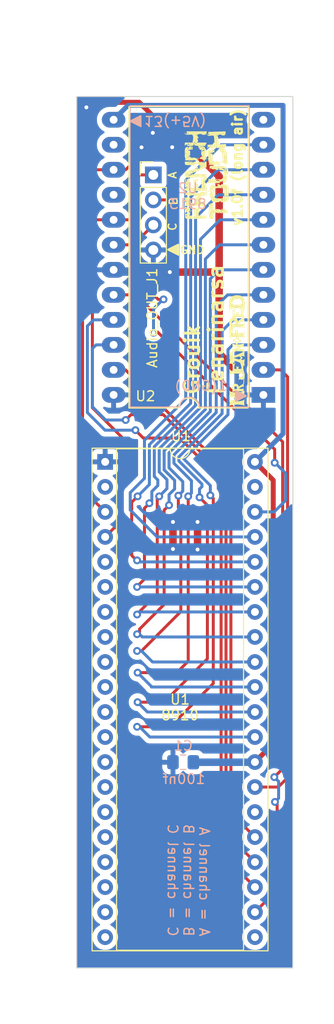
<source format=kicad_pcb>
(kicad_pcb (version 20240108) (generator "pcbnew") (generator_version "8.0")
  (title_block (title "adapter 8913-8910 long board") (date "2024-05-21"))
  (layers (0 "F.Cu" signal) (31 "B.Cu" signal) (34 "B.Paste" user) (35 "F.Paste" user) (36 "B.SilkS" user "B.Silkscreen") (37 "F.SilkS" user "F.Silkscreen") (38 "B.Mask" user) (39 "F.Mask" user) (44 "Edge.Cuts" user))
  (net 0 "")
  (net 6 "Net-(U1-D3)")
  (net 7 "Net-(U1-D5)")
  (net 8 "Net-(U1-BC1)")
  (net 12 "Net-(U1-D7)")
  (net 13 "Net-(U1-A8)")
  (net 14 "Net-(U1-~{A9})")
  (net 15 "Net-(U1-D6)")
  (net 16 "Net-(U1-BDIR)")
  (net 17 "Net-(U1-~{RESET})")
  (net 19 "Net-(U1-D0)")
  (net 21 "Net-(U1-D4)")
  (net 22 "Net-(U1-CLOCK)")
  (net 23 "+5V")
  (net 26 "Net-(U1-D1)")
  (net 27 "Net-(U1-D2)")
  (net 31 "GND")
  (net 40 "Net-(Audio_OUT_J1-Pin_2)")
  (net 41 "Net-(Audio_OUT_J1-Pin_3)")
  (net 42 "Net-(Audio_OUT_J1-Pin_1)")
  (footprint "LOGO" (layer "F.Cu") (at 174.61 66.49 90)
    (property "Reference" "G***" (hide yes))
    (property "Value" "LOGO" (hide yes))
  )
  (footprint "Package_DIP:DIP-40_W15.24mm_Socket" (layer "F.Cu") (at 164.3 95.6)
    (property "Reference" "U1")
    (property "Value" "PSG_AY-3-8910")
  )
  (footprint "Package_DIP:DIP-24_W15.24mm_LongPads" (layer "F.Cu") (at 180.4 88.8 180)
    (property "Reference" "U2")
    (property "Value" "PSG_AY-3-8913")
  )
  (footprint "Connector_PinHeader_2.54mm:PinHeader_1x04_P2.54mm_Vertical" (layer "F.Cu") (at 169.2 66.46)
    (property "Reference" "Audio_OUT_J1")
    (property "Value" "Conn_01x04_Pin")
  )
  (footprint "Capacitor_SMD:C_0805_2012Metric_Pad1.18x1.45mm_HandSolder" (layer "B.Cu") (at 172.2375 126.1 180)
    (property "Reference" "C1")
    (property "Value" "100nf")
  )
  (footprint "clipboard:9ae72411-4bc9-4ada-b84c-0bfed0e413d8" (layer "B.Cu") (at 166.835 90.03)
    (property "Reference" "")
    (property "Value" "")
  )
  (gr_poly (pts (xy 167.9 60.5) (xy 166.9 61) (xy 167.9 61.5)) (stroke (width 0.2)) (fill solid) (layer "B.SilkS"))
  (gr_poly (pts (xy 177.6 89.4) (xy 178.6 88.9) (xy 177.6 88.4)) (stroke (width 0.2)) (fill solid) (layer "B.SilkS"))
  (gr_poly (pts (xy 176.922223 82.03632) (xy 176.921237 82.040437) (xy 176.919914 82.037794)) (stroke (width -0.000001)) (fill solid) (layer "F.SilkS"))
  (gr_poly (pts (xy 177.241538 86.462699) (xy 177.244938 86.443104) (xy 177.248215 86.42202) (xy 177.249787 86.41092) (xy 177.251305 86.399448) (xy 177.254168 86.375862) (xy 177.256845 86.351657) (xy 177.259397 86.326708) (xy 177.261888 86.30089) (xy 177.265774 86.247312) (xy 177.267562 86.219779) (xy 177.269164 86.191749) (xy 177.270415 86.163472) (xy 177.271231 86.135195) (xy 177.271676 86.106917) (xy 177.27181 86.07864) (xy 177.271727 86.022499) (xy 177.271531 85.994645) (xy 177.271149 85.966854) (xy 177.27103 85.953276) (xy 177.270694 85.939837) (xy 177.270172 85.926554) (xy 177.269495 85.913441) (xy 177.2678 85.887789) (xy 177.265857 85.863005) (xy 177.264804 85.850976) (xy 177.263635 85.839203) (xy 177.262357 85.827693) (xy 177.260979 85.816455) (xy 177.25795 85.794823) (xy 177.254612 85.774369) (xy 177.252845 85.764605) (xy 177.251015 85.755166) (xy 177.249124 85.746069) (xy 177.247171 85.737328) (xy 177.245155 85.728959) (xy 177.243078 85.720977) (xy 177.240939 85.713399) (xy 177.238737 85.706239) (xy 177.243713 85.70679) (xy 177.24872 85.707201) (xy 177.253755 85.707472) (xy 177.258819 85.707604) (xy 177.263909 85.707596) (xy 177.269026 85.707449) (xy 177.274168 85.707162) (xy 177.279334 85.706735) (xy 177.284524 85.70617) (xy 177.289735 85.705464) (xy 177.294968 85.704619) (xy 177.300222 85.703635) (xy 177.305495 85.702511) (xy 177.310786 85.701247) (xy 177.316094 85.699844) (xy 177.321419 85.698302) (xy 177.332084 85.694891) (xy 177.342741 85.691108) (xy 177.353383 85.686954) (xy 177.364001 85.682427) (xy 177.374588 85.677528) (xy 177.385137 85.672257) (xy 177.395638 85.666614) (xy 177.406086 85.660599) (xy 177.416473 85.65427) (xy 177.426798 85.647669) (xy 177.437061 85.640774) (xy 177.447262 85.633562) (xy 177.457401 85.626008) (xy 177.467478 85.61809) (xy 177.477493 85.609784) (xy 177.487445 85.601067) (xy 177.497245 85.592294) (xy 177.506803 85.583342) (xy 177.51613 85.57422) (xy 177.525231 85.564935) (xy 177.534116 85.555495) (xy 177.542791 85.545908) (xy 177.551265 85.536181) (xy 177.559544 85.526323) (xy 177.550551 85.544832) (xy 177.541923 85.563643) (xy 177.533651 85.582749) (xy 177.525727 85.602142) (xy 177.518145 85.621814) (xy 177.510896 85.641758) (xy 177.503973 85.661964) (xy 177.497367 85.682427) (xy 177.491323 85.703042) (xy 177.485595 85.723696) (xy 177.480194 85.744365) (xy 177.475126 85.765026) (xy 177.470399 85.785657) (xy 177.46602 85.806233) (xy 177.461999 85.826732) (xy 177.458341 85.84713) (xy 177.455055 85.867594) (xy 177.45214 85.88781) (xy 177.449598 85.907778) (xy 177.447427 85.927497) (xy 177.445629 85.946969) (xy 177.444203 85.966193) (xy 177.443148 85.985168) (xy 177.442466 86.003896) (xy 177.442155 86.022502) (xy 177.442208 86.040627) (xy 177.442617 86.058288) (xy 177.443376 86.075498) (xy 177.444475 86.092275) (xy 177.445908 86.108633) (xy 177.447666 86.124589) (xy 177.449742 86.140156) (xy 177.468346 86.145262) (xy 177.485461 86.149747) (xy 177.515227 86.157354) (xy 177.52189 86.158999) (xy 177.528477 86.160465) (xy 177.53497 86.161761) (xy 177.541354 86.162894) (xy 177.547615 86.163872) (xy 177.553736 86.164702) (xy 177.559702 86.165394) (xy 177.565498 86.165953) (xy 177.571421 86.166326) (xy 177.57729 86.166459) (xy 177.583113 86.16636) (xy 177.588897 86.166036) (xy 177.59465 86.165494) (xy 177.600379 86.164744) (xy 177.606093 86.163792) (xy 177.6118 86.162646) (xy 177.617568 86.161283) (xy 177.623468 86.15968) (xy 177.629508 86.157844) (xy 177.635695 86.155783) (xy 177.642037 86.153506) (xy 177.648542 86.151019) (xy 177.655217 86.14833) (xy 177.66207 86.145448) (xy 177.66294 86.135558) (xy 177.663569 86.125739) (xy 177.663966 86.115996) (xy 177.664138 86.106339) (xy 177.664092 86.096775) (xy 177.663838 86.087312) (xy 177.663382 86.077957) (xy 177.662732 86.068719) (xy 177.661924 86.059603) (xy 177.660985 86.050611) (xy 177.659907 86.041744) (xy 177.658681 86.033) (xy 177.657299 86.02438) (xy 177.655756 86.015885) (xy 177.654041 86.007513) (xy 177.652149 85.999266) (xy 177.650071 85.991144) (xy 177.647808 85.983153) (xy 177.645358 85.975302) (xy 177.642723 85.967598) (xy 177.639901 85.96005) (xy 177.636894 85.952664) (xy 177.6337 85.945449) (xy 177.630321 85.938412) (xy 177.626787 85.931561) (xy 177.623137 85.924904) (xy 177.619379 85.918448) (xy 177.61552 85.912201) (xy 177.611568 85.906172) (xy 177.607531 85.900367) (xy 177.603416 85.894795) (xy 177.599232 85.889464) (xy 177.609557 85.895452) (xy 177.619696 85.901029) (xy 177.629649 85.906218) (xy 177.639416 85.911044) (xy 177.648996 85.915528) (xy 177.658391 85.919694) (xy 177.6676 85.923566) (xy 177.676623 85.927167) (xy 177.685581 85.930204) (xy 177.694585 85.932862) (xy 177.703621 85.935131) (xy 177.708145 85.936119) (xy 177.712672 85.937006) (xy 177.717199 85.937793) (xy 177.721723 85.938477) (xy 177.726244 85.93906) (xy 177.730759 85.939538) (xy 177.735266 85.939912) (xy 177.739763 85.94018) (xy 177.744249 85.940342) (xy 177.748722 85.940396) (xy 177.757774 85.940211) (xy 177.767067 85.939662) (xy 177.776592 85.938757) (xy 177.786342 85.937502) (xy 177.796309 85.935907) (xy 177.806485 85.933978) (xy 177.816863 85.931724) (xy 177.827435 85.929151) (xy 177.838071 85.926206) (xy 177.84915 85.922826) (xy 177.860677 85.919012) (xy 177.872662 85.914765) (xy 177.885112 85.910083) (xy 177.898035 85.904967) (xy 177.911439 85.899417) (xy 177.925331 85.893433) (xy 177.920215 85.901432) (xy 177.915285 85.909556) (xy 177.910541 85.917803) (xy 177.905983 85.926175) (xy 177.901611 85.93467) (xy 177.897426 85.94329) (xy 177.893426 85.952034) (xy 177.889612 85.960901) (xy 177.886016 85.96983) (xy 177.882667 85.97875) (xy 177.879566 85.987656) (xy 177.876714 85.996537) (xy 177.874109 86.005388) (xy 177.871753 86.0142) (xy 177.869644 86.022966) (xy 177.867784 86.031677) (xy 177.866172 86.040328) (xy 177.864807 86.048917) (xy 177.863691 86.057443) (xy 177.862823 86.065908) (xy 177.862203 86.07431) (xy 177.861831 86.082651) (xy 177.861707 86.090929) (xy 177.861831 86.099146) (xy 177.861892 86.103208) (xy 177.862074 86.107209) (xy 177.862372 86.11115) (xy 177.862782 86.115031) (xy 177.8633 86.118855) (xy 177.863924 86.122621) (xy 177.864648 86.126332) (xy 177.865469 86.129987) (xy 177.866383 86.133587) (xy 177.867386 86.137135) (xy 177.868475 86.14063) (xy 177.869644 86.144074) (xy 177.870892 86.147467) (xy 177.872213 86.150811) (xy 177.87506 86.157354) (xy 177.882193 86.15779) (xy 177.889705 86.158109) (xy 177.897605 86.15832) (xy 177.905901 86.158429) (xy 177.914599 86.158446) (xy 177.923708 86.158378) (xy 177.94319 86.158016) (xy 177.953143 86.157925) (xy 177.963158 86.157664) (xy 177.973235 86.157248) (xy 177.983374 86.156693) (xy 178.003838 86.155225) (xy 178.02455 86.153386) (xy 178.064651 86.149334) (xy 178.084174 86.147153) (xy 178.103263 86.144787) (xy 178.112503 86.143484) (xy 178.121371 86.142058) (xy 178.129866 86.140508) (xy 178.13799 86.138834) (xy 178.145741 86.137035) (xy 178.153121 86.135113) (xy 178.160128 86.133066) (xy 178.166763 86.130896) (xy 178.166629 86.114649) (xy 178.166184 86.097658) (xy 178.165827 86.088883) (xy 178.165368 86.079922) (xy 178.164801 86.070776) (xy 178.164117 86.061443) (xy 178.162495 86.041971) (xy 178.160562 86.022252) (xy 178.158257 86.002284) (xy 178.156946 85.992207) (xy 178.155518 85.982068) (xy 178.152294 85.96148) (xy 178.148573 85.940396) (xy 178.144356 85.918816) (xy 178.139643 85.89674) (xy 178.134662 85.874529) (xy 178.129556 85.852505) (xy 178.124202 85.830604) (xy 178.118477 85.808766) (xy 178.112792 85.786938) (xy 178.106736 85.765109) (xy 178.100431 85.743281) (xy 178.094003 85.721453) (xy 178.08744 85.699883) (xy 178.080691 85.678872) (xy 178.073818 85.65848) (xy 178.066883 85.638771) (xy 178.063379 85.628941) (xy 178.059814 85.619289) (xy 178.056186 85.609808) (xy 178.052496 85.600489) (xy 178.048744 85.591325) (xy 178.044931 85.582309) (xy 178.041055 85.573432) (xy 178.037117 85.564687) (xy 178.02919 85.547707) (xy 178.021325 85.531532) (xy 178.013584 85.516225) (xy 178.006029 85.501849) (xy 178.023052 85.516828) (xy 178.039898 85.531015) (xy 178.056572 85.544428) (xy 178.073084 85.557081) (xy 178.089441 85.56899) (xy 178.105651 85.58017) (xy 178.121721 85.590637) (xy 178.137659 85.600406) (xy 178.153409 85.609492) (xy 178.168903 85.617904) (xy 178.184133 85.625649) (xy 178.199092 85.632735) (xy 178.213772 85.63917) (xy 178.228165 85.644962) (xy 178.242264 85.650118) (xy 178.25606 85.654646) (xy 178.262843 85.656661) (xy 178.269548 85.658493) (xy 178.276175 85.660142) (xy 178.282725 85.661612) (xy 178.289198 85.662903) (xy 178.295592 85.664017) (xy 178.30191 85.664957) (xy 178.30815 85.665725) (xy 178.314312 85.666322) (xy 178.320397 85.666751) (xy 178.326405 85.667013) (xy 178.332334 85.66711) (xy 178.338187 85.667045) (xy 178.343962 85.666818) (xy 178.349659 85.666433) (xy 178.355279 85.66589) (xy 178.36079 85.665193) (xy 178.366163 85.66434) (xy 178.371398 85.663332) (xy 178.376497 85.66217) (xy 178.38146 85.660852) (xy 178.386289 85.659379) (xy 178.390983 85.657751) (xy 178.395545 85.655969) (xy 178.399975 85.654031) (xy 178.404274 85.651938) (xy 178.408444 85.64969) (xy 178.412485 85.647287) (xy 178.416397 85.644729) (xy 178.420183 85.642016) (xy 178.423843 85.639148) (xy 178.427378 85.636125) (xy 178.409601 85.704586) (xy 178.401612 85.736584) (xy 178.394305 85.767094) (xy 178.387721 85.796249) (xy 178.38182 85.824227) (xy 178.376539 85.851089) (xy 178.371815 85.876896) (xy 178.369673 85.889453) (xy 178.367702 85.901824) (xy 178.364208 85.926009) (xy 178.361211 85.949449) (xy 178.358586 85.972146) (xy 178.357657 85.983277) (xy 178.35686 85.994346) (xy 178.356202 86.005353) (xy 178.355692 86.016298) (xy 178.355337 86.027181) (xy 178.355144 86.038002) (xy 178.355122 86.048761) (xy 178.355279 86.059458) (xy 178.355399 86.070155) (xy 178.355744 86.080914) (xy 178.35629 86.091735) (xy 178.357015 86.102618) (xy 178.357895 86.113563) (xy 178.358906 86.12457) (xy 178.361232 86.146771) (xy 178.362563 86.158026) (xy 178.364064 86.169467) (xy 178.367516 86.192907) (xy 178.371464 86.217092) (xy 178.375784 86.24202) (xy 178.386285 86.294689) (xy 178.392062 86.322667) (xy 178.398274 86.351823) (xy 178.427378 86.482791) (xy 178.425843 86.481434) (xy 178.424216 86.480091) (xy 178.422499 86.47876) (xy 178.420691 86.477438) (xy 178.418794 86.476123) (xy 178.416809 86.474815) (xy 178.414736 86.473511) (xy 178.412578 86.472208) (xy 178.410334 86.470905) (xy 178.408006 86.469601) (xy 178.4031 86.466978) (xy 178.397869 86.464325) (xy 178.39232 86.461625) (xy 178.386493 86.458957) (xy 178.380424 86.456405) (xy 178.374124 86.453962) (xy 178.367598 86.45162) (xy 178.360856 86.449371) (xy 178.353904 86.447207) (xy 178.346751 86.445121) (xy 178.339404 86.443104) (xy 178.331621 86.441149) (xy 178.323653 86.439249) (xy 178.307158 86.43558) (xy 178.289919 86.432035) (xy 178.271935 86.428552) (xy 178.253207 86.425203) (xy 178.233736 86.422103) (xy 178.21352 86.41925) (xy 178.19256 86.416646) (xy 178.17099 86.414186) (xy 178.148986 86.41185) (xy 178.126611 86.409762) (xy 178.103925 86.408047) (xy 178.080598 86.406186) (xy 178.057209 86.404574) (xy 178.033696 86.40321) (xy 178.009997 86.402093) (xy 177.985947 86.400832) (xy 177.961463 86.399944) (xy 177.936607 86.399303) (xy 177.91144 86.398786) (xy 177.810237 86.398786) (xy 177.784947 86.399014) (xy 177.759718 86.399613) (xy 177.709695 86.401432) (xy 177.6605 86.403499) (xy 177.636119 86.404688) (xy 177.6118 86.406062) (xy 177.588235 86.407674) (xy 177.565167 86.409535) (xy 177.542595 86.411643) (xy 177.520518 86.414) (xy 177.498949 86.416583) (xy 177.477937 86.419291) (xy 177.437836 86.424583) (xy 177.418478 86.427177) (xy 177.40005 86.429957) (xy 177.382491 86.432861) (xy 177.365737 86.435828) (xy 177.357645 86.437347) (xy 177.349738 86.438928) (xy 177.342018 86.440572) (xy 177.334483 86.442277) (xy 177.327135 86.444044) (xy 177.319973 86.445873) (xy 177.312996 86.447765) (xy 177.306206 86.449718) (xy 177.299881 86.451704) (xy 177.293804 86.453697) (xy 177.287974 86.455706) (xy 177.282393 86.457738) (xy 177.27706 86.459802) (xy 177.271975 86.461903) (xy 177.267139 86.464052) (xy 177.26255 86.466255) (xy 177.260364 86.467371) (xy 177.25827 86.468486) (xy 177.256267 86.469599) (xy 177.254354 86.470709) (xy 177.25253 86.471816) (xy 177.250795 86.472917) (xy 177.249146 86.474013) (xy 177.247584 86.475102) (xy 177.246107 86.476183) (xy 177.244715 86.477255) (xy 177.243406 86.478318) (xy 177.242179 86.47937) (xy 177.241033 86.480411) (xy 177.239968 86.481438) (xy 177.238983 86.482453) (xy 177.238076 86.483452) (xy 177.238076 86.480807)) (stroke (width -0.000001)) (fill solid) (layer "F.SilkS"))
  (gr_poly (pts (xy 177.246724 84.118978) (xy 177.255294 84.119701) (xy 177.263772 84.120252) (xy 177.272141 84.120641) (xy 177.280386 84.120875) (xy 177.288491 84.120961) (xy 177.296442 84.120909) (xy 177.304222 84.120724) (xy 177.312131 84.120605) (xy 177.319993 84.120269) (xy 177.327825 84.119747) (xy 177.335641 84.11907) (xy 177.343457 84.118269) (xy 177.351288 84.117375) (xy 177.36706 84.115432) (xy 177.374968 84.114348) (xy 177.382821 84.113086) (xy 177.390628 84.111653) (xy 177.398397 84.110058) (xy 177.406134 84.108307) (xy 177.413848 84.106409) (xy 177.421546 84.104372) (xy 177.429237 84.102203) (xy 177.43696 84.099907) (xy 177.444761 84.09748) (xy 177.452654 84.094913) (xy 177.460656 84.092199) (xy 177.468783 84.089329) (xy 177.477048 84.086297) (xy 177.485469 84.083095) (xy 177.49406 84.079714) (xy 177.502556 84.076149) (xy 177.511175 84.072407) (xy 177.519919 84.068494) (xy 177.528787 84.064418) (xy 177.546894 84.055808) (xy 177.565498 84.046641) (xy 177.575016 84.041804) (xy 177.584721 84.036719) (xy 177.594612 84.031386) (xy 177.604689 84.025805) (xy 177.614952 84.019976) (xy 177.625401 84.013899) (xy 177.636036 84.007573) (xy 177.646857 84.001) (xy 177.669057 83.987626) (xy 177.692001 83.973384) (xy 177.71569 83.958398) (xy 177.740123 83.942792) (xy 177.765547 83.925915) (xy 177.792212 83.907983) (xy 177.820118 83.888935) (xy 177.849263 83.868708) (xy 177.792719 83.868946) (xy 177.738221 83.869618) (xy 177.685831 83.870662) (xy 177.635612 83.872016) (xy 177.611336 83.873133) (xy 177.587625 83.874507) (xy 177.564489 83.876144) (xy 177.541933 83.878052) (xy 177.519967 83.880239) (xy 177.498597 83.882713) (xy 177.477832 83.885481) (xy 177.45768 83.888552) (xy 177.438208 83.891991) (xy 177.419481 83.895849) (xy 177.401497 83.90011) (xy 177.384258 83.904758) (xy 177.367763 83.909778) (xy 177.352012 83.915155) (xy 177.337005 83.920874) (xy 177.322742 83.926917) (xy 177.315905 83.930095) (xy 177.309284 83.933427) (xy 177.302879 83.936912) (xy 177.296687 83.940549) (xy 177.290709 83.944338) (xy 177.284942 83.948276) (xy 177.279387 83.952364) (xy 177.274042 83.9566) (xy 177.268907 83.960983) (xy 177.26398 83.965513) (xy 177.25926 83.970188) (xy 177.254746 83.975007) (xy 177.250438 83.97997) (xy 177.246335 83.985075) (xy 177.242435 83.990321) (xy 177.238737 83.995709) (xy 177.24159 83.984703) (xy 177.244194 83.973519) (xy 177.246551 83.962164) (xy 177.248659 83.950647) (xy 177.250519 83.938974) (xy 177.252132 83.927155) (xy 177.253496 83.915195) (xy 177.254612 83.903104) (xy 177.255513 83.89086) (xy 177.256235 83.878445) (xy 177.256786 83.865874) (xy 177.257175 83.853164) (xy 177.257409 83.840331) (xy 177.257496 83.827388) (xy 177.257258 83.80124) (xy 177.257138 83.787812) (xy 177.256793 83.774306) (xy 177.256246 83.760708) (xy 177.255522 83.747) (xy 177.25363 83.719199) (xy 177.251305 83.690776) (xy 177.2487 83.661879) (xy 177.245848 83.632733) (xy 177.242747 83.60334) (xy 177.239399 83.573699) (xy 177.244235 83.57717) (xy 177.24932 83.580633) (xy 177.254653 83.584082) (xy 177.260234 83.587507) (xy 177.266064 83.5909) (xy 177.272141 83.594256) (xy 177.278466 83.597564) (xy 177.285039 83.600819) (xy 177.29161 83.604012) (xy 177.298413 83.607144) (xy 177.305433 83.610213) (xy 177.312655 83.613221) (xy 177.320063 83.616166) (xy 177.327641 83.61905) (xy 177.335375 83.621871) (xy 177.343247 83.624631) (xy 177.351467 83.627299) (xy 177.359763 83.62985) (xy 177.368153 83.632293) (xy 177.376651 83.634635) (xy 177.385273 83.636885) (xy 177.394035 83.639049) (xy 177.402952 83.641135) (xy 177.412039 83.643152) (xy 177.430643 83.646997) (xy 177.449742 83.650593) (xy 177.469338 83.653942) (xy 177.48943 83.657043) (xy 177.510007 83.659905) (xy 177.531019 83.662582) (xy 177.574096 83.667626) (xy 177.618331 83.671512) (xy 177.640976 83.6733) (xy 177.664055 83.674902) (xy 177.687268 83.676163) (xy 177.710357 83.677052) (xy 177.733446 83.677693) (xy 177.756659 83.678209) (xy 177.803292 83.678127) (xy 177.826608 83.67793) (xy 177.849924 83.677548) (xy 177.896888 83.675481) (xy 177.920432 83.674292) (xy 177.943852 83.672918) (xy 177.967137 83.671409) (xy 177.990236 83.669776) (xy 178.012964 83.667895) (xy 178.02413 83.666823) (xy 178.035133 83.665642) (xy 178.05723 83.663544) (xy 178.078954 83.66126) (xy 178.121784 83.656381) (xy 178.132171 83.65508) (xy 178.142496 83.653663) (xy 178.162959 83.650511) (xy 178.183175 83.646987) (xy 178.203143 83.643152) (xy 178.222522 83.639173) (xy 178.241094 83.635132) (xy 178.259047 83.630967) (xy 178.276565 83.626616) (xy 178.293174 83.622141) (xy 178.309224 83.617604) (xy 178.324655 83.612942) (xy 178.332118 83.610546) (xy 178.339404 83.608095) (xy 178.353418 83.603134) (xy 178.366689 83.598173) (xy 178.379215 83.593212) (xy 178.390997 83.588251) (xy 178.39658 83.585521) (xy 178.401922 83.582784) (xy 178.407031 83.580031) (xy 178.411916 83.577254) (xy 178.416584 83.574447) (xy 178.421042 83.571601) (xy 178.425299 83.568708) (xy 178.429362 83.565762) (xy 178.427657 83.570259) (xy 178.426013 83.574826) (xy 178.424432 83.57947) (xy 178.422913 83.5842) (xy 178.421455 83.589023) (xy 178.42006 83.593946) (xy 178.418727 83.598978) (xy 178.417456 83.604127) (xy 178.414996 83.614803) (xy 178.413805 83.620347) (xy 178.41266 83.626037) (xy 178.411577 83.631883) (xy 178.410572 83.637892) (xy 178.40966 83.644071) (xy 178.408857 83.650428) (xy 178.407925 83.656661) (xy 178.40711 83.662955) (xy 178.406403 83.669311) (xy 178.405797 83.675729) (xy 178.405285 83.68221) (xy 178.404857 83.688752) (xy 178.404507 83.695356) (xy 178.404227 83.702022) (xy 178.404227 83.754939) (xy 178.404314 83.761635) (xy 178.404557 83.768323) (xy 178.404924 83.774996) (xy 178.405384 83.781645) (xy 178.407534 83.807856) (xy 178.41051 83.833487) (xy 178.413487 83.858127) (xy 178.415471 83.870188) (xy 178.417456 83.881691) (xy 178.421424 83.903768) (xy 178.423409 83.913948) (xy 178.425393 83.923694) (xy 178.427378 83.933068) (xy 178.429362 83.942132) (xy 178.40033 83.944716) (xy 178.372725 83.947424) (xy 178.321544 83.952716) (xy 178.297494 83.95531) (xy 178.274002 83.95809) (xy 178.25113 83.960995) (xy 178.22894 83.963961) (xy 178.207474 83.967061) (xy 178.18669 83.97041) (xy 178.166525 83.974006) (xy 178.146919 83.977851) (xy 178.127685 83.981954) (xy 178.108638 83.986367) (xy 178.099164 83.98871) (xy 178.089714 83.991153) (xy 178.080279 83.993704) (xy 178.070852 83.996372) (xy 178.052011 84.001974) (xy 178.042609 84.004906) (xy 178.033231 84.007947) (xy 178.023884 84.011113) (xy 178.014576 84.014417) (xy 178.005315 84.017877) (xy 177.996107 84.021507) (xy 177.986648 84.025321) (xy 177.977111 84.02932) (xy 177.967481 84.033506) (xy 177.957742 84.037878) (xy 177.94788 84.042436) (xy 177.937878 84.04718) (xy 177.917393 84.057226) (xy 177.896578 84.068006) (xy 177.874895 84.079467) (xy 177.852467 84.091549) (xy 177.82942 84.104189) (xy 177.817637 84.110792) (xy 177.805607 84.117698) (xy 177.780802 84.132384) (xy 177.755005 84.148187) (xy 177.728216 84.165043) (xy 177.81156 84.161571) (xy 177.886966 84.159091) (xy 177.955262 84.156445) (xy 177.986867 84.155184) (xy 178.016612 84.153799) (xy 178.045127 84.15229) (xy 178.072092 84.150657) (xy 178.097444 84.148776) (xy 178.109497 84.147703) (xy 178.121123 84.146523) (xy 178.14384 84.144414) (xy 178.16544 84.142058) (xy 178.186049 84.139453) (xy 178.205789 84.136601) (xy 178.224538 84.134006) (xy 178.24217 84.131226) (xy 178.258809 84.128322) (xy 178.274581 84.125356) (xy 178.28218 84.123806) (xy 178.289609 84.122131) (xy 178.296882 84.120333) (xy 178.304016 84.118411) (xy 178.311026 84.116364) (xy 178.317927 84.114194) (xy 178.324736 84.111899) (xy 178.331467 84.109481) (xy 178.337885 84.10697) (xy 178.344241 84.104396) (xy 178.350535 84.101761) (xy 178.356767 84.099063) (xy 178.362937 84.096304) (xy 178.369046 84.093482) (xy 178.375092 84.090598) (xy 178.381076 84.087653) (xy 178.38703 84.084614) (xy 178.392992 84.081452) (xy 178.39897 84.078165) (xy 178.404971 84.074754) (xy 178.411003 84.07122) (xy 178.417074 84.067561) (xy 178.423191 84.063778) (xy 178.429362 84.059872) (xy 178.424775 84.069916) (xy 178.420443 84.080201) (xy 178.416375 84.090719) (xy 178.412578 84.101461) (xy 178.40906 84.11242) (xy 178.405829 84.123589) (xy 178.402892 84.134959) (xy 178.400258 84.146523) (xy 178.397961 84.158244) (xy 178.396021 84.170098) (xy 178.394421 84.18209) (xy 178.393147 84.19423) (xy 178.392184 84.206526) (xy 178.391514 84.218983) (xy 178.391124 84.231612) (xy 178.390998 84.244419) (xy 178.391151 84.257351) (xy 178.391608 84.27036) (xy 178.392358 84.283463) (xy 178.393396 84.296674) (xy 178.394712 84.310009) (xy 178.3963 84.323484) (xy 178.398151 84.337113) (xy 178.400258 84.350914) (xy 178.402865 84.364586) (xy 178.405736 84.378313) (xy 178.408886 84.392086) (xy 178.41233 84.405897) (xy 178.416084 84.41974) (xy 178.420164 84.433606) (xy 178.424585 84.447488) (xy 178.429362 84.461377) (xy 178.427974 84.46002) (xy 178.426537 84.458677) (xy 178.425047 84.457345) (xy 178.423502 84.456023) (xy 178.421899 84.454709) (xy 178.420235 84.453401) (xy 178.418507 84.452096) (xy 178.416712 84.450794) (xy 178.414847 84.449491) (xy 178.41291 84.448187) (xy 178.410897 84.446878) (xy 178.408805 84.445564) (xy 178.406633 84.444242) (xy 178.404375 84.442911) (xy 178.399597 84.44021) (xy 178.397202 84.438861) (xy 178.394731 84.437541) (xy 178.389571 84.434981) (xy 178.384132 84.432513) (xy 178.37843 84.430123) (xy 178.372479 84.427795) (xy 178.366296 84.425514) (xy 178.359896 84.423263) (xy 178.353294 84.421028) (xy 178.346474 84.418825) (xy 178.339414 84.416677) (xy 178.332121 84.414575) (xy 178.324604 84.412512) (xy 178.308925 84.408471) (xy 178.29244 84.404492) (xy 178.283914 84.402538) (xy 178.275201 84.400647) (xy 178.266302 84.398817) (xy 178.257218 84.39705) (xy 178.23849 84.393701) (xy 178.219018 84.390601) (xy 178.198916 84.387738) (xy 178.178256 84.385061) (xy 178.156976 84.382508) (xy 178.135013 84.380017) (xy 178.044393 84.372079) (xy 178.021046 84.370323) (xy 177.997512 84.368938) (xy 177.973607 84.367801) (xy 177.949143 84.366788) (xy 177.924721 84.36592) (xy 177.900113 84.3653) (xy 177.87538 84.364927) (xy 177.850586 84.364803) (xy 177.800977 84.364886) (xy 177.776172 84.365083) (xy 177.751367 84.365465) (xy 177.738995 84.365553) (xy 177.726676 84.365796) (xy 177.702171 84.366623) (xy 177.653472 84.368773) (xy 177.629783 84.370282) (xy 177.606343 84.371915) (xy 177.58315 84.373796) (xy 177.560206 84.376049) (xy 177.548886 84.3771) (xy 177.537737 84.37826) (xy 177.515888 84.380844) (xy 177.494535 84.383676) (xy 177.473555 84.386633) (xy 177.453463 84.389733) (xy 177.433867 84.393081) (xy 177.414768 84.396678) (xy 177.396164 84.400523) (xy 177.378295 84.404502) (xy 177.361355 84.408543) (xy 177.345284 84.412708) (xy 177.337554 84.414857) (xy 177.330018 84.41706) (xy 177.322671 84.419323) (xy 177.315518 84.421648) (xy 177.308566 84.424036) (xy 177.301824 84.426485) (xy 177.295298 84.428997) (xy 177.288998 84.43157) (xy 177.28293 84.434206) (xy 177.277102 84.436903) (xy 177.271304 84.439663) (xy 177.265816 84.442484) (xy 177.260638 84.445368) (xy 177.25577 84.448314) (xy 177.251212 84.451321) (xy 177.249049 84.452848) (xy 177.246964 84.454391) (xy 177.244956 84.455949) (xy 177.243026 84.457522) (xy 177.241174 84.459111) (xy 177.239399 84.460716) (xy 177.238076 84.461374) (xy 177.241889 84.448353) (xy 177.245393 84.435588) (xy 177.248587 84.423086) (xy 177.25147 84.410856) (xy 177.254044 84.398904) (xy 177.256307 84.387239) (xy 177.258261 84.375869) (xy 177.259904 84.364802) (xy 177.261298 84.35373) (xy 177.262498 84.342829) (xy 177.263497 84.332083) (xy 177.264286 84.321476) (xy 177.264858 84.310993) (xy 177.265206 84.300619) (xy 177.265321 84.290338) (xy 177.265196 84.280135) (xy 177.265044 84.270213) (xy 177.264606 84.260291) (xy 177.263905 84.250369) (xy 177.262963 84.240447) (xy 177.261804 84.230526) (xy 177.260452 84.220604) (xy 177.258928 84.210682) (xy 177.257258 84.20076) (xy 177.25543 84.190805) (xy 177.253424 84.180772) (xy 177.251247 84.170646) (xy 177.248907 84.160411) (xy 177.246412 84.150053) (xy 177.24377 84.139555) (xy 177.238076 84.118078)) (stroke (width -0.000001)) (fill solid) (layer "F.SilkS"))
  (gr_poly (pts (xy 176.920459 81.441617) (xy 176.920741 81.431151) (xy 176.921209 81.420655) (xy 176.921878 81.410119) (xy 176.922764 81.399537) (xy 176.923883 81.3889) (xy 176.925218 81.378481) (xy 176.926746 81.368054) (xy 176.928476 81.357612) (xy 176.930415 81.347146) (xy 176.932571 81.336649) (xy 176.934952 81.326114) (xy 176.937566 81.315531) (xy 176.940419 81.304895) (xy 176.948167 81.281423) (xy 176.956512 81.258634) (xy 176.96543 81.236527) (xy 176.974898 81.215102) (xy 176.984894 81.194359) (xy 176.995393 81.174298) (xy 177.006373 81.154919) (xy 177.01781 81.136222) (xy 177.02381 81.127145) (xy 177.029901 81.118267) (xy 177.036084 81.109587) (xy 177.042356 81.101103) (xy 177.048718 81.092812) (xy 177.055168 81.084714) (xy 177.061706 81.076805) (xy 177.068329 81.069084) (xy 177.075038 81.061549) (xy 177.081831 81.054199) (xy 177.088707 81.04703) (xy 177.095666 81.040042) (xy 177.102706 81.033232) (xy 177.109826 81.026599) (xy 177.117026 81.020139) (xy 177.124305 81.013853) (xy 177.131777 81.007861) (xy 177.139313 81.002042) (xy 177.146913 80.996397) (xy 177.154577 80.990929) (xy 177.162307 80.985639) (xy 177.170104 80.980529) (xy 177.177969 80.975602) (xy 177.185903 80.970858) (xy 177.193907 80.9663) (xy 177.201981 80.961931) (xy 177.210127 80.957751) (xy 177.218346 80.953763) (xy 177.226638 80.949969) (xy 177.235005 80.946371) (xy 177.243447 80.94297) (xy 177.251966 80.939769) (xy 177.260524 80.936646) (xy 177.269082 80.933723) (xy 177.277639 80.931003) (xy 177.286197 80.928483) (xy 177.294754 80.926166) (xy 177.303312 80.92405) (xy 177.31187 80.922135) (xy 177.320427 80.920422) (xy 177.328985 80.91891) (xy 177.337543 80.9176) (xy 177.3461 80.916492) (xy 177.354658 80.915585) (xy 177.363215 80.914879) (xy 177.371773 80.914376) (xy 177.380331 80.914073) (xy 177.388888 80.913972) (xy 177.39743 80.914065) (xy 177.405943 80.914343) (xy 177.414426 80.914805) (xy 177.422881 80.91545) (xy 177.431309 80.916278) (xy 177.439711 80.917286) (xy 177.448087 80.918475) (xy 177.45644 80.919843) (xy 177.473076 80.923113) (xy 177.489626 80.927088) (xy 177.506099 80.931761) (xy 177.522503 80.937124) (xy 177.530525 80.940077) (xy 177.53847 80.943231) (xy 177.546334 80.946584) (xy 177.554118 80.950136) (xy 177.561821 80.953886) (xy 177.569442 80.957832) (xy 177.576979 80.961974) (xy 177.584432 80.966311) (xy 177.591799 80.970842) (xy 177.599081 80.975565) (xy 177.606275 80.98048) (xy 177.613381 80.985587) (xy 177.620398 80.990883) (xy 177.627325 80.996368) (xy 177.63416 81.002041) (xy 177.640904 81.007901) (xy 177.647547 81.013955) (xy 177.65408 81.02021) (xy 177.660503 81.026667) (xy 177.666814 81.033325) (xy 177.673013 81.040185) (xy 177.679099 81.047247) (xy 177.685071 81.05451) (xy 177.690927 81.061975) (xy 177.696666 81.069641) (xy 177.702289 81.077509) (xy 177.707793 81.085578) (xy 177.713178 81.093849) (xy 177.718443 81.102321) (xy 177.723587 81.110995) (xy 177.728609 81.119871) (xy 177.733508 81.128948) (xy 177.738376 81.138219) (xy 177.743058 81.147676) (xy 177.747554 81.157318) (xy 177.751863 81.167147) (xy 177.755987 81.177162) (xy 177.759925 81.187363) (xy 177.763677 81.19775) (xy 177.767242 81.208323) (xy 177.770622 81.219082) (xy 177.773816 81.230027) (xy 177.776823 81.241158) (xy 177.779645 81.252475) (xy 177.78228 81.263979) (xy 177.78473 81.275668) (xy 177.786993 81.287543) (xy 177.78907 81.299604) (xy 177.825554 81.274655) (xy 177.860673 81.251318) (xy 177.894552 81.229469) (xy 177.927315 81.208985) (xy 177.958672 81.189513) (xy 177.989162 81.170785) (xy 178.047039 81.135563) (xy 178.150227 81.072724) (xy 178.173667 81.058348) (xy 178.196363 81.044034) (xy 178.218316 81.029843) (xy 178.239524 81.015839) (xy 178.249878 81.008864) (xy 178.260101 81.001835) (xy 178.270185 80.994759) (xy 178.280121 80.987644) (xy 178.289902 80.980499) (xy 178.29952 80.97333) (xy 178.308968 80.966146) (xy 178.318237 80.958953) (xy 178.327353 80.951668) (xy 178.336345 80.944205) (xy 178.345212 80.936571) (xy 178.353956 80.928774) (xy 178.362576 80.920823) (xy 178.371071 80.912724) (xy 178.379443 80.904485) (xy 178.38769 80.896115) (xy 178.395814 80.887588) (xy 178.403813 80.878876) (xy 178.411689 80.869977) (xy 178.41944 80.860892) (xy 178.427068 80.851622) (xy 178.434571 80.842165) (xy 178.44195 80.832522) (xy 178.449206 80.822693) (xy 178.456366 80.812645) (xy 178.463448 80.802333) (xy 178.470437 80.791742) (xy 178.477318 80.780857) (xy 178.484075 80.769661) (xy 178.490692 80.75814) (xy 178.497154 80.746277) (xy 178.503445 80.734058) (xy 178.49341 80.782913) (xy 178.48418 80.829225) (xy 178.475819 80.872933) (xy 178.468388 80.913974) (xy 178.4651 80.933944) (xy 178.462177 80.953672) (xy 178.45961 80.973169) (xy 178.457391 80.99244) (xy 178.455514 81.011495) (xy 178.45397 81.03034) (xy 178.452752 81.048984) (xy 178.451852 81.067434) (xy 178.451544 81.08576) (xy 178.451624 81.104031) (xy 178.452107 81.122256) (xy 178.453009 81.140442) (xy 178.454345 81.158597) (xy 178.45613 81.176729) (xy 178.458381 81.194845) (xy 178.461112 81.212954) (xy 178.464368 81.231187) (xy 178.468181 81.249675) (xy 178.472553 81.268427) (xy 178.477483 81.287451) (xy 178.482971 81.306753) (xy 178.489017 81.326343) (xy 178.495622 81.346226) (xy 178.502784 81.366413) (xy 178.498668 81.36325) (xy 178.494504 81.360209) (xy 178.490292 81.357288) (xy 178.48603 81.354486) (xy 178.481718 81.3518) (xy 178.477355 81.349228) (xy 178.47294 81.346768) (xy 178.468471 81.344419) (xy 178.463948 81.342179) (xy 178.459369 81.340045) (xy 178.454735 81.338016) (xy 178.450043 81.336089) (xy 178.445293 81.334263) (xy 178.440484 81.332536) (xy 178.435615 81.330906) (xy 178.430685 81.329371) (xy 178.425708 81.327945) (xy 178.420701 81.32664) (xy 178.415663 81.325456) (xy 178.410593 81.32439) (xy 178.405493 81.32344) (xy 178.400361 81.322605) (xy 178.395199 81.321881) (xy 178.390005 81.321269) (xy 178.384781 81.320765) (xy 178.379525 81.320367) (xy 178.368921 81.319884) (xy 178.358193 81.319803) (xy 178.347341 81.320111) (xy 178.336335 81.320822) (xy 178.325151 81.321951) (xy 178.313797 81.323483) (xy 178.302279 81.325403) (xy 178.290607 81.327695) (xy 178.278787 81.330343) (xy 178.266828 81.333333) (xy 178.254737 81.336648) (xy 178.242583 81.340243) (xy 178.230428 81.344079) (xy 178.218274 81.348147) (xy 178.20612 81.35244) (xy 178.193966 81.35695) (xy 178.181811 81.361669) (xy 178.169657 81.36659) (xy 178.157503 81.371705) (xy 178.145348 81.377007) (xy 178.133194 81.382495) (xy 178.12104 81.388169) (xy 178.108885 81.394029) (xy 178.096731 81.400075) (xy 178.084577 81.406307) (xy 178.072423 81.412726) (xy 178.060268 81.41933) (xy 178.048175 81.426088) (xy 178.036198 81.432962) (xy 178.024329 81.439945) (xy 178.012561 81.447028) (xy 177.989296 81.461467) (xy 177.966341 81.476215) (xy 177.943883 81.491098) (xy 177.922106 81.505981) (xy 177.90095 81.520864) (xy 177.880352 81.535747) (xy 177.870307 81.542939) (xy 177.860518 81.550123) (xy 177.850993 81.557292) (xy 177.841739 81.564438) (xy 177.832764 81.571552) (xy 177.824076 81.578628) (xy 177.815682 81.585657) (xy 177.807591 81.592632) (xy 177.830897 81.59287) (xy 177.854141 81.593541) (xy 177.877261 81.594585) (xy 177.900195 81.595939) (xy 177.923522 81.597707) (xy 177.946911 81.599164) (xy 177.994122 81.601892) (xy 178.08805 81.606523) (xy 178.111356 81.60738) (xy 178.1346 81.607928) (xy 178.15772 81.608103) (xy 178.180654 81.607845) (xy 178.19225 81.607535) (xy 178.203722 81.607101) (xy 178.21507 81.606543) (xy 178.226294 81.605861) (xy 178.237394 81.605055) (xy 178.24837 81.604125) (xy 178.259222 81.60307) (xy 178.26995 81.601892) (xy 178.280615 81.600587) (xy 178.291272 81.599143) (xy 178.301914 81.597544) (xy 178.312532 81.595774) (xy 178.323119 81.593818) (xy 178.333668 81.59166) (xy 178.34417 81.589286) (xy 178.354617 81.586679) (xy 178.364972 81.583855) (xy 178.375195 81.580829) (xy 178.385278 81.577586) (xy 178.395214 81.574111) (xy 178.404995 81.570388) (xy 178.414614 81.566401) (xy 178.424061 81.562135) (xy 178.433331 81.557575) (xy 178.442446 81.552767) (xy 178.451438 81.547766) (xy 178.460306 81.542564) (xy 178.46905 81.537152) (xy 178.477669 81.531523) (xy 178.486165 81.525669) (xy 178.494536 81.519583) (xy 178.502784 81.513257) (xy 178.497058 81.532739) (xy 178.491704 81.551539) (xy 178.481617 81.58734) (xy 178.477287 81.604559) (xy 178.473266 81.621405) (xy 178.469618 81.637756) (xy 178.466404 81.653486) (xy 178.463562 81.669123) (xy 178.461029 81.684327) (xy 178.459899 81.691785) (xy 178.458869 81.699158) (xy 178.457948 81.706453) (xy 178.457143 81.713679) (xy 178.456243 81.720871) (xy 178.455521 81.728055) (xy 178.454969 81.735224) (xy 178.45458 81.74237) (xy 178.454346 81.749485) (xy 178.45426 81.75656) (xy 178.454313 81.76359) (xy 178.454497 81.770565) (xy 178.454805 81.77754) (xy 178.455221 81.784569) (xy 178.456316 81.798759) (xy 178.45766 81.813074) (xy 178.459128 81.82745) (xy 178.463262 81.857216) (xy 178.465639 81.872842) (xy 178.466959 81.880842) (xy 178.468388 81.888965) (xy 178.471489 81.905585) (xy 178.474837 81.9227) (xy 178.478434 81.940311) (xy 178.482279 81.958419) (xy 178.486495 81.977147) (xy 178.491208 81.996618) (xy 178.496417 82.016834) (xy 178.502122 82.037794) (xy 178.500952 82.03581) (xy 178.499674 82.033828) (xy 178.49829 82.031849) (xy 178.4968 82.029877) (xy 178.495205 82.027912) (xy 178.493506 82.025957) (xy 178.491705 82.024014) (xy 178.489803 82.022084) (xy 178.487799 82.02017) (xy 178.485696 82.018273) (xy 178.483493 82.016395) (xy 178.481193 82.014539) (xy 178.478796 82.012706) (xy 178.476303 82.010899) (xy 178.473716 82.009118) (xy 178.471034 82.007367) (xy 178.465391 82.003925) (xy 178.459376 82.000546) (xy 178.452988 81.997228) (xy 178.446229 81.993972) (xy 178.439098 81.990779) (xy 178.431594 81.987647) (xy 178.423719 81.984578) (xy 178.415471 81.98157) (xy 178.406883 81.978624) (xy 178.397984 81.975741) (xy 178.388775 81.972919) (xy 178.379256 81.97016) (xy 178.369428 81.967462) (xy 178.359289 81.964827) (xy 178.34884 81.962253) (xy 178.338081 81.959742) (xy 178.327045 81.957104) (xy 178.315777 81.954636) (xy 178.304292 81.952323) (xy 178.292605 81.95015) (xy 178.280733 81.948101) (xy 178.268689 81.946161) (xy 178.244153 81.942544) (xy 178.218749 81.939185) (xy 178.192229 81.936012) (xy 178.164717 81.932963) (xy 178.136336 81.929976) (xy 178.107211 81.927134) (xy 178.077466 81.924601) (xy 178.047225 81.922441) (xy 178.016612 81.920715) (xy 177.985596 81.918969) (xy 177.954021 81.917656) (xy 177.921827 81.916716) (xy 177.888951 81.916085) (xy 177.855816 81.915713) (xy 177.822805 81.915589) (xy 177.789794 81.915713) (xy 177.756659 81.916085) (xy 177.72341 81.916695) (xy 177.6901 81.917491) (xy 177.623044 81.919393) (xy 177.589537 81.920509) (xy 177.556402 81.921873) (xy 177.523515 81.923485) (xy 177.490753 81.925346) (xy 177.458641 81.927464) (xy 177.426839 81.929893) (xy 177.39541 81.932694) (xy 177.364414 81.935929) (xy 177.333987 81.939426) (xy 177.333987 81.630591) (xy 177.341925 81.63052) (xy 177.349862 81.630333) (xy 177.358142 81.629993) (xy 177.366616 81.629475) (xy 177.375291 81.628786) (xy 177.384175 81.627935) (xy 177.393277 81.626928) (xy 177.402603 81.625775) (xy 177.412162 81.624482) (xy 177.421961 81.623057) (xy 177.466114 81.616442) (xy 177.491538 81.612453) (xy 177.519196 81.607843) (xy 177.52611 81.585616) (xy 177.53197 81.564094) (xy 177.536776 81.5433) (xy 177.540528 81.523259) (xy 177.542008 81.513527) (xy 177.543225 81.503993) (xy 177.544179 81.494658) (xy 177.544868 81.485525) (xy 177.545295 81.476598) (xy 177.545458 81.467879) (xy 177.545357 81.459371) (xy 177.544992 81.451078) (xy 177.543471 81.434831) (xy 177.542495 81.426986) (xy 177.541375 81.419328) (xy 177.540107 81.411855) (xy 177.538691 81.404569) (xy 177.537122 81.397469) (xy 177.535401 81.390554) (xy 177.533525 81.383826) (xy 177.531492 81.377284) (xy 177.5293 81.370928) (xy 177.526947 81.364758) (xy 177.524431 81.358774) (xy 177.521751 81.352976) (xy 177.518904 81.347364) (xy 177.515888 81.341938) (xy 177.512733 81.33669) (xy 177.509468 81.331614) (xy 177.506089 81.326711) (xy 177.502597 81.32198) (xy 177.498989 81.317425) (xy 177.495262 81.313044) (xy 177.491415 81.30884) (xy 177.487446 81.304813) (xy 177.483353 81.300965) (xy 177.479133 81.297296) (xy 177.474787 81.293807) (xy 177.47031 81.290499) (xy 177.465701 81.287373) (xy 177.460959 81.284431) (xy 177.456081 81.281672) (xy 177.451065 81.279099) (xy 177.445965 81.276704) (xy 177.440835 81.27448) (xy 177.435675 81.272429) (xy 177.430488 81.270552) (xy 177.425273 81.268849) (xy 177.420032 81.267321) (xy 177.414766 81.265969) (xy 177.409476 81.264795) (xy 177.404163 81.263799) (xy 177.398827 81.262983) (xy 177.39347 81.262346) (xy 177.388093 81.261891) (xy 177.382696 81.261618) (xy 177.377281 81.261528) (xy 177.371848 81.261622) (xy 177.366399 81.261901) (xy 177.360957 81.262235) (xy 177.355547 81.262739) (xy 177.350167 81.263413) (xy 177.344819 81.264258) (xy 177.339501 81.265273) (xy 177.334215 81.266459) (xy 177.328959 81.267816) (xy 177.323735 81.269343) (xy 177.318541 81.27104) (xy 177.313379 81.272908) (xy 177.308247 81.274947) (xy 177.303147 81.277156) (xy 177.298077 81.279536) (xy 177.293039 81.282086) (xy 177.288031 81.284807) (xy 177.283055 81.287698) (xy 177.278156 81.290644) (xy 177.273379 81.293774) (xy 177.268722 81.297089) (xy 177.264183 81.300586) (xy 177.25976 81.304266) (xy 177.255452 81.308127) (xy 177.251256 81.312168) (xy 177.247171 81.316389) (xy 177.243194 81.320788) (xy 177.239324 81.325364) (xy 177.235558 81.330116) (xy 177.231895 81.335044) (xy 177.228333 81.340146) (xy 177.22487 81.345422) (xy 177.221504 81.35087) (xy 177.218232 81.35649) (xy 177.215093 81.362265) (xy 177.212123 81.368181) (xy 177.209321 81.374241) (xy 177.206688 81.380447) (xy 177.204221 81.386799) (xy 177.201919 81.393301) (xy 177.199782 81.399954) (xy 177.19781 81.40676) (xy 177.195999 81.413721) (xy 177.194351 81.420839) (xy 177.192864 81.428116) (xy 177.191536 81.435554) (xy 177.190367 81.443155) (xy 177.189357 81.45092) (xy 177.188503 81.458852) (xy 177.187805 81.466953) (xy 177.187324 81.475216) (xy 177.187123 81.483635) (xy 177.1872 81.492212) (xy 177.187557 81.500946) (xy 177.188193 81.509839) (xy 177.189107 81.518892) (xy 177.190301 81.528105) (xy 177.191774 81.537481) (xy 177.193526 81.547019) (xy 177.195556 81.556721) (xy 177.197866 81.566588) (xy 177.200455 81.576621) (xy 177.203323 81.58682) (xy 177.206471 81.597187) (xy 177.209897 81.607722) (xy 177.213602 81.618427) (xy 177.213602 81.617104) (xy 177.223863 81.619243) (xy 177.233807 81.621197) (xy 177.243426 81.622964) (xy 177.252711 81.624545) (xy 177.261654 81.625941) (xy 177.270249 81.62715) (xy 177.278488 81.628173) (xy 177.286362 81.62901) (xy 177.302237 81.629868) (xy 177.310175 81.630184) (xy 177.318112 81.630415) (xy 177.32605 81.630554) (xy 177.333987 81.630591) (xy 177.333987 81.939426) (xy 177.303973 81.942875) (xy 177.246013 81.94982) (xy 177.218118 81.95353) (xy 177.191029 81.957674) (xy 177.164809 81.962191) (xy 177.139518 81.967018) (xy 177.091811 81.977601) (xy 177.06929 81.982831) (xy 177.047576 81.988185) (xy 177.027349 81.993662) (xy 177.017682 81.99644) (xy 177.008301 81.999264) (xy 176.9992 82.00215) (xy 176.99037 82.005114) (xy 176.981803 82.00817) (xy 176.973492 82.011335) (xy 176.965493 82.014561) (xy 176.957865 82.017795) (xy 176.95061 82.021044) (xy 176.943727 82.024317) (xy 176.937215 82.02762) (xy 176.931076 82.030962) (xy 176.925309 82.034351) (xy 176.922223 82.03632) (xy 176.924556 82.02658) (xy 176.927573 82.012801) (xy 176.930295 81.999114) (xy 176.93273 81.985536) (xy 176.934886 81.972082) (xy 176.936771 81.958768) (xy 176.938392 81.945608) (xy 176.939758 81.93262) (xy 176.94199 81.906554) (xy 176.943727 81.880861) (xy 176.944967 81.855415) (xy 176.945711 81.830093) (xy 176.945895 81.817753) (xy 176.945939 81.805537) (xy 176.945827 81.793444) (xy 176.945546 81.781476) (xy 176.945078 81.769632) (xy 176.944409 81.757911) (xy 176.943523 81.746315) (xy 176.942404 81.734843) (xy 176.933143 81.644223) (xy 176.930787 81.621651) (xy 176.928679 81.599575) (xy 176.926818 81.577995) (xy 176.925206 81.556911) (xy 176.924274 81.546492) (xy 176.923459 81.536065) (xy 176.922147 81.515156) (xy 176.921206 81.494124) (xy 176.920576 81.472906) (xy 176.920392 81.462486) (xy 176.920348 81.452059)) (stroke (width -0.000001)) (fill solid) (layer "F.SilkS"))
  (gr_poly (pts (xy 176.916524 79.564557) (xy 176.917268 79.528219) (xy 176.918757 79.488532) (xy 176.921237 79.444875) (xy 176.92471 79.39725) (xy 176.929175 79.345657) (xy 176.929836 79.345656) (xy 176.931199 79.330525) (xy 176.932802 79.315394) (xy 176.934638 79.300263) (xy 176.936699 79.285133) (xy 176.938976 79.270002) (xy 176.941463 79.254871) (xy 176.944152 79.23974) (xy 176.947034 79.224609) (xy 176.950414 79.209508) (xy 176.954103 79.194461) (xy 176.958103 79.17946) (xy 176.962413 79.164499) (xy 176.967033 79.149568) (xy 176.971963 79.134661) (xy 176.977203 79.119769) (xy 176.982753 79.104885) (xy 176.98864 79.090093) (xy 176.994876 79.075481) (xy 177.001438 79.061038) (xy 177.008302 79.046759) (xy 177.015445 79.032635) (xy 177.022843 79.018657) (xy 177.030475 79.00482) (xy 177.038315 78.991114) (xy 177.046688 78.977566) (xy 177.055441 78.964211) (xy 177.064581 78.951058) (xy 177.074117 78.938114) (xy 177.084055 78.925388) (xy 177.094405 78.912886) (xy 177.105173 78.900616) (xy 177.116367 78.888588) (xy 177.127964 78.876805) (xy 177.139932 78.865271) (xy 177.152272 78.853985) (xy 177.164985 78.842947) (xy 177.178069 78.832157) (xy 177.191526 78.821615) (xy 177.205354 78.811321) (xy 177.219555 78.801275) (xy 177.234378 78.791569) (xy 177.249589 78.782289) (xy 177.265203 78.773428) (xy 177.281236 78.764978) (xy 177.297703 78.75693) (xy 177.314619 78.749278) (xy 177.332 78.742014) (xy 177.349862 78.735129) (xy 177.368158 78.728618) (xy 177.386842 78.722479) (xy 177.405929 78.716712) (xy 177.425434 78.711317) (xy 177.445373 78.706294) (xy 177.465762 78.701643) (xy 177.486616 78.697364) (xy 177.507951 78.693457) (xy 177.529779 78.689987) (xy 177.552103 78.687028) (xy 177.574923 78.684597) (xy 177.59824 78.682708) (xy 177.622052 78.681377) (xy 177.646361 78.68062) (xy 177.671166 78.680452) (xy 177.696466 78.680889) (xy 177.726356 78.680581) (xy 177.755502 78.680662) (xy 177.783903 78.681145) (xy 177.81156 78.682047) (xy 177.838473 78.683382) (xy 177.864642 78.685168) (xy 177.890067 78.687418) (xy 177.914748 78.690149) (xy 177.938746 78.693312) (xy 177.962125 78.696846) (xy 177.984883 78.700753) (xy 178.007021 78.705032) (xy 178.028539 78.709683) (xy 178.049437 78.714706) (xy 178.069715 78.720101) (xy 178.089373 78.725868) (xy 178.108383 78.732065) (xy 178.126735 78.738735) (xy 178.144451 78.745854) (xy 178.161554 78.753401) (xy 178.178069 78.76135) (xy 178.194017 78.769679) (xy 178.209423 78.778364) (xy 178.22431 78.787383) (xy 178.231558 78.792018) (xy 178.238667 78.796744) (xy 178.245639 78.801559) (xy 178.252474 78.806461) (xy 178.259173 78.811449) (xy 178.265738 78.81652) (xy 178.272169 78.821673) (xy 178.278467 78.826905) (xy 178.290669 78.837599) (xy 178.302352 78.848588) (xy 178.313523 78.859856) (xy 178.32419 78.871388) (xy 178.334391 78.883173) (xy 178.344158 78.895221) (xy 178.348879 78.901349) (xy 178.353491 78.907549) (xy 178.357994 78.913822) (xy 178.36239 78.920171) (xy 178.366676 78.926597) (xy 178.370854 78.933103) (xy 178.374924 78.93969) (xy 178.378885 78.946361) (xy 178.382737 78.953116) (xy 178.386481 78.959959) (xy 178.390116 78.966891) (xy 178.393643 78.973915) (xy 178.400465 78.987958) (xy 178.407038 79.002295) (xy 178.413363 79.016912) (xy 178.41944 79.031792) (xy 178.425269 79.04692) (xy 178.43085 79.062281) (xy 178.436183 79.077859) (xy 178.441268 79.093638) (xy 178.446104 79.109637) (xy 178.450684 79.125884) (xy 178.455 79.142379) (xy 178.459045 79.159123) (xy 178.462811 79.176114) (xy 178.46629 79.193353) (xy 178.469475 79.21084) (xy 178.472357 79.228575) (xy 178.477948 79.264428) (xy 178.482857 79.300591) (xy 178.487147 79.337126) (xy 178.490878 79.374096) (xy 178.49497 79.419375) (xy 178.498319 79.461987) (xy 178.500924 79.501995) (xy 178.502784 79.539461) (xy 178.504603 79.607921) (xy 178.505202 79.639175) (xy 178.50543 79.668444) (xy 178.505192 79.696091) (xy 178.50452 79.722436) (xy 178.503476 79.747416) (xy 178.502123 79.770971) (xy 178.498485 79.81471) (xy 178.496728 79.835246) (xy 178.494847 79.854976) (xy 178.491208 79.89268) (xy 178.489452 79.910787) (xy 178.487571 79.928399) (xy 178.486669 79.93711) (xy 178.485937 79.945876) (xy 178.485361 79.954688) (xy 178.484925 79.963539) (xy 178.484612 79.972421) (xy 178.484408 79.981326) (xy 178.484263 79.999175) (xy 178.484326 80.008196) (xy 178.484522 80.017396) (xy 178.484856 80.026766) (xy 178.485338 80.036299) (xy 178.485975 80.045987) (xy 178.486775 80.055823) (xy 178.487745 80.065798) (xy 178.488893 80.075904) (xy 178.491622 80.09674) (xy 178.494846 80.118568) (xy 178.498567 80.141389) (xy 178.502784 80.165202) (xy 178.501606 80.16321) (xy 178.500306 80.161202) (xy 178.498886 80.159179) (xy 178.497348 80.15714) (xy 178.495693 80.155086) (xy 178.493924 80.153016) (xy 178.492043 80.150931) (xy 178.490051 80.14883) (xy 178.487951 80.146714) (xy 178.485744 80.144582) (xy 178.483432 80.142435) (xy 178.481018 80.140273) (xy 178.478503 80.138095) (xy 178.475889 80.135901) (xy 178.473178 80.133692) (xy 178.470373 80.131467) (xy 178.467474 80.12925) (xy 178.464483 80.127063) (xy 178.461401 80.124906) (xy 178.458229 80.122776) (xy 178.454967 80.120673) (xy 178.451618 80.118596) (xy 178.444658 80.114518) (xy 178.437358 80.110532) (xy 178.429724 80.106632) (xy 178.421764 80.102809) (xy 178.413487 80.099056) (xy 178.404897 80.095366) (xy 178.395989 80.091738) (xy 178.386756 80.088173) (xy 178.37719 80.084669) (xy 178.367282 80.081227) (xy 178.357025 80.077848) (xy 178.346412 80.07453) (xy 178.335435 80.071274) (xy 178.324367 80.068079) (xy 178.312997 80.064939) (xy 178.289381 80.058789) (xy 178.264649 80.052764) (xy 178.238862 80.046801) (xy 178.225621 80.043884) (xy 178.212187 80.041075) (xy 178.184705 80.035722) (xy 178.156355 80.030616) (xy 178.127076 80.025633) (xy 178.097062 80.021189) (xy 178.066552 80.01687) (xy 178.035546 80.012798) (xy 178.004044 80.009098) (xy 177.972057 80.005749) (xy 177.939635 80.002648) (xy 177.906841 79.999796) (xy 177.873737 79.997191) (xy 177.840488 79.994938) (xy 177.807178 79.993057) (xy 177.740122 79.989915) (xy 177.706388 79.989057) (xy 177.672654 79.988509) (xy 177.648841 79.988385) (xy 177.648841 79.655879) (xy 177.682948 79.65562) (xy 177.717798 79.654804) (xy 177.753393 79.653367) (xy 177.789732 79.651249) (xy 177.826453 79.648499) (xy 177.863237 79.64513) (xy 177.881671 79.643174) (xy 177.900144 79.641016) (xy 177.918663 79.638642) (xy 177.937237 79.636035) (xy 177.97431 79.630423) (xy 178.011072 79.624377) (xy 178.047463 79.61771) (xy 178.065499 79.614086) (xy 178.083419 79.610238) (xy 178.101435 79.606424) (xy 178.119273 79.602425) (xy 178.136939 79.598239) (xy 178.154443 79.593867) (xy 178.171793 79.589309) (xy 178.188994 79.584565) (xy 178.206057 79.579636) (xy 178.222987 79.57452) (xy 178.222987 79.573859) (xy 178.225687 79.557116) (xy 178.227845 79.54062) (xy 178.229475 79.524373) (xy 178.230594 79.508374) (xy 178.231217 79.492623) (xy 178.231359 79.47712) (xy 178.231036 79.461865) (xy 178.230263 79.446859) (xy 178.228837 79.432131) (xy 178.227039 79.417713) (xy 178.224868 79.403605) (xy 178.222326 79.389808) (xy 178.219411 79.37632) (xy 178.216125 79.363143) (xy 178.212466 79.350276) (xy 178.208435 79.337719) (xy 178.203842 79.325471) (xy 178.198978 79.313534) (xy 178.19382 79.301907) (xy 178.188343 79.290589) (xy 178.182526 79.279582) (xy 178.176344 79.268885) (xy 178.173109 79.263653) (xy 178.169775 79.258498) (xy 178.166337 79.253421) (xy 178.162794 79.248421) (xy 178.155695 79.238622) (xy 178.148294 79.229064) (xy 178.140598 79.219737) (xy 178.132615 79.210636) (xy 178.124354 79.201752) (xy 178.115821 79.193076) (xy 178.107024 79.184603) (xy 178.097972 79.176323) (xy 178.088672 79.168292) (xy 178.079141 79.160571) (xy 178.069392 79.153161) (xy 178.059442 79.146061) (xy 178.049305 79.139271) (xy 178.038998 79.13279) (xy 178.028537 79.12662) (xy 178.017935 79.120761) (xy 178.007148 79.115151) (xy 177.996128 79.109743) (xy 177.984891 79.104552) (xy 177.973452 79.099594) (xy 177.961827 79.094883) (xy 177.950032 79.090437) (xy 177.938082 79.086269) (xy 177.925992 79.082395) (xy 177.913779 79.0788) (xy 177.901456 79.075461) (xy 177.889041 79.072385) (xy 177.876548 79.06958) (xy 177.863994 79.067054) (xy 177.851392 79.064815) (xy 177.83876 79.062871) (xy 177.826112 79.061228) (xy 177.813242 79.059863) (xy 177.800419 79.058738) (xy 177.787626 79.057845) (xy 177.774849 79.057177) (xy 177.762072 79.056726) (xy 177.74928 79.056484) (xy 177.736456 79.056444) (xy 177.723586 79.056597) (xy 177.710746 79.057001) (xy 177.698006 79.057714) (xy 177.685344 79.058737) (xy 177.672737 79.06007) (xy 177.66016 79.061714) (xy 177.647591 79.063667) (xy 177.635006 79.065931) (xy 177.622383 79.068504) (xy 177.610013 79.071325) (xy 177.597713 79.074333) (xy 177.58549 79.077526) (xy 177.573352 79.080906) (xy 177.561308 79.084471) (xy 177.549364 79.088223) (xy 177.537529 79.092161) (xy 177.52581 79.096284) (xy 177.514242 79.100845) (xy 177.502845 79.105607) (xy 177.491603 79.110586) (xy 177.4805 79.115797) (xy 177.469522 79.121257) (xy 177.458651 79.12698) (xy 177.447874 79.132982) (xy 177.437175 79.139279) (xy 177.426881 79.145822) (xy 177.416835 79.15256) (xy 177.407037 79.159499) (xy 177.397487 79.166647) (xy 177.388185 79.174012) (xy 177.379132 79.181602) (xy 177.370326 79.189425) (xy 177.361768 79.197487) (xy 177.353459 79.205767) (xy 177.345397 79.214241) (xy 177.337584 79.222916) (xy 177.330019 79.231801) (xy 177.322701 79.240902) (xy 177.315632 79.250229) (xy 177.30881 79.259787) (xy 177.302237 79.269586) (xy 177.299067 79.274578) (xy 177.296004 79.279632) (xy 177.293047 79.284748) (xy 177.290197 79.289926) (xy 177.287451 79.295166) (xy 177.284808 79.300468) (xy 177.282268 79.305832) (xy 177.27983 79.311258) (xy 177.277493 79.316746) (xy 177.275256 79.322296) (xy 177.273117 79.327908) (xy 177.271076 79.333582) (xy 177.267285 79.345116) (xy 177.263873 79.356899) (xy 177.260864 79.368928) (xy 177.258281 79.381197) (xy 177.256117 79.393699) (xy 177.254364 79.406426) (xy 177.253014 79.419369) (xy 177.252059 79.432522) (xy 177.251492 79.445877) (xy 177.251305 79.459426) (xy 177.251554 79.473161) (xy 177.252307 79.487083) (xy 177.253572 79.501191) (xy 177.255356 79.515485) (xy 177.257668 79.529964) (xy 177.260514 79.54463) (xy 177.263902 79.559482) (xy 177.267841 79.57452) (xy 177.270508 79.577101) (xy 177.273297 79.579636) (xy 177.276209 79.582124) (xy 177.279241 79.584566) (xy 177.282394 79.586961) (xy 177.285666 79.58931) (xy 177.289056 79.591612) (xy 177.292563 79.593868) (xy 177.296187 79.596077) (xy 177.299926 79.598239) (xy 177.303779 79.600355) (xy 177.307746 79.602425) (xy 177.311825 79.604448) (xy 177.316015 79.606424) (xy 177.320316 79.608354) (xy 177.324727 79.610238) (xy 177.333872 79.613896) (xy 177.343444 79.617431) (xy 177.353434 79.620842) (xy 177.363836 79.624129) (xy 177.37464 79.627291) (xy 177.385839 79.63033) (xy 177.397427 79.633244) (xy 177.409393 79.636035) (xy 177.421764 79.638642) (xy 177.43456 79.641016) (xy 177.447775 79.643174) (xy 177.461401 79.64513) (xy 177.475429 79.6469) (xy 177.489854 79.648499) (xy 177.504665 79.649943) (xy 177.519857 79.651249) (xy 177.535329 79.652397) (xy 177.550987 79.653367) (xy 177.566831 79.654167) (xy 177.582861 79.654804) (xy 177.615479 79.65562) (xy 177.648841 79.655879) (xy 177.648841 79.988385) (xy 177.638919 79.988334) (xy 177.605185 79.988592) (xy 177.571585 79.989315) (xy 177.538295 79.990411) (xy 177.472893 79.993223) (xy 177.440389 79.995341) (xy 177.408318 79.99777) (xy 177.37662 80.000571) (xy 177.345232 80.003807) (xy 177.31436 80.007538) (xy 177.299223 80.009608) (xy 177.284295 80.011827) (xy 177.269584 80.0142) (xy 177.255098 80.016736) (xy 177.240844 80.019442) (xy 177.226831 80.022327) (xy 177.199432 80.028404) (xy 177.172839 80.034729) (xy 177.147115 80.041303) (xy 177.12232 80.048124) (xy 177.110291 80.051657) (xy 177.098518 80.055307) (xy 177.087009 80.059065) (xy 177.07577 80.062924) (xy 177.064811 80.066876) (xy 177.054138 80.070913) (xy 177.043761 80.075028) (xy 177.033685 80.079213) (xy 177.023918 80.083712) (xy 177.014461 80.088297) (xy 177.005315 80.092991) (xy 176.996478 80.097816) (xy 176.987951 80.102796) (xy 176.979735 80.107955) (xy 176.971828 80.113315) (xy 176.964232 80.118901) (xy 176.960558 80.121645) (xy 176.956979 80.12442) (xy 176.953497 80.127226) (xy 176.950114 80.130063) (xy 176.946831 80.132931) (xy 176.943652 80.13583) (xy 176.940577 80.13876) (xy 176.937608 80.141721) (xy 176.934748 80.144713) (xy 176.931999 80.147736) (xy 176.929362 80.15079) (xy 176.926839 80.153875) (xy 176.924432 80.156991) (xy 176.922144 80.160138) (xy 176.919976 80.163316) (xy 176.91793 80.166525) (xy 176.923397 80.129701) (xy 176.927934 80.095667) (xy 176.931603 80.064485) (xy 176.934466 80.036218) (xy 176.935615 80.023071) (xy 176.936585 80.010411) (xy 176.937385 79.998233) (xy 176.938022 79.986526) (xy 176.938838 79.964502) (xy 176.939096 79.944275) (xy 176.938962 79.925527) (xy 176.938518 79.907895) (xy 176.93816 79.899459) (xy 176.937701 79.891256) (xy 176.937134 79.883269) (xy 176.936451 79.875484) (xy 176.935334 79.860498) (xy 176.93397 79.845388) (xy 176.932358 79.830277) (xy 176.930497 79.815291) (xy 176.928616 79.799912) (xy 176.926859 79.783542) (xy 176.923221 79.747822) (xy 176.922287 79.738367) (xy 176.921454 79.728361) (xy 176.919997 79.70673) (xy 176.917268 79.657203) (xy 176.916524 79.62905) (xy 176.916276 79.598168)) (stroke (width -0.000001)) (fill solid) (layer "F.SilkS"))
  (gr_poly (pts (xy 177.689984 83.292326) (xy 177.692332 83.291834) (xy 177.694696 83.291396) (xy 177.697076 83.291013) (xy 177.699471 83.290687) (xy 177.701882 83.290418) (xy 177.704308 83.290207) (xy 177.70675 83.290055) (xy 177.709207 83.289963) (xy 177.71168 83.289932) (xy 177.711018 83.291255) (xy 177.705949 83.291316) (xy 177.700912 83.291501) (xy 177.695907 83.291808) (xy 177.690937 83.292237) (xy 177.689847 83.292358)) (stroke (width -0.000001)) (fill solid) (layer "F.SilkS"))
  (gr_poly (pts (xy 177.714326 83.289932) (xy 177.714357 83.292404) (xy 177.714448 83.29486) (xy 177.7146 83.297299) (xy 177.714812 83.299719) (xy 177.715081 83.30212) (xy 177.715407 83.304501) (xy 177.71579 83.30686) (xy 177.716227 83.309197) (xy 177.716719 83.31151) (xy 177.717265 83.3138) (xy 177.717862 83.316064) (xy 177.718512 83.318302) (xy 177.719211 83.320513) (xy 177.71996 83.322696) (xy 177.720757 83.32485) (xy 177.721602 83.326974) (xy 177.722493 83.329183) (xy 177.723431 83.331348) (xy 177.724416 83.33347) (xy 177.725446 83.335552) (xy 177.726524 83.337595) (xy 177.727648 83.339601) (xy 177.728818 83.341572) (xy 177.730035 83.34351) (xy 177.731299 83.345417) (xy 177.732609 83.347295) (xy 177.733965 83.349146) (xy 177.735368 83.350972) (xy 177.736818 83.352775) (xy 177.738314 83.354556) (xy 177.739856 83.356318) (xy 177.741446 83.358062) (xy 177.743074 83.359659) (xy 177.744735 83.361224) (xy 177.746431 83.362759) (xy 177.748163 83.364263) (xy 177.749935 83.365736) (xy 177.751747 83.367178) (xy 177.753602 83.368588) (xy 177.755502 83.369968) (xy 177.757447 83.371317) (xy 177.759442 83.372635) (xy 177.761487 83.373921) (xy 177.763584 83.375177) (xy 177.765735 83.376402) (xy 177.767943 83.377596) (xy 177.770208 83.378758) (xy 177.772534 83.37989) (xy 177.774774 83.380851) (xy 177.77703 83.381751) (xy 177.779301 83.382588) (xy 177.781588 83.383363) (xy 177.78389 83.384076) (xy 177.786208 83.384727) (xy 177.788541 83.385316) (xy 177.79089 83.385843) (xy 177.793254 83.386309) (xy 177.795633 83.386712) (xy 177.798029 83.387053) (xy 177.800439 83.387332) (xy 177.802866 83.387549) (xy 177.805307 83.387704) (xy 177.807764 83.387797) (xy 177.810237 83.387828) (xy 177.812834 83.387797) (xy 177.815414 83.387705) (xy 177.817977 83.387553) (xy 177.820521 83.387342) (xy 177.823046 83.387073) (xy 177.82555 83.386747) (xy 177.828033 83.386364) (xy 177.830494 83.385926) (xy 177.832932 83.385434) (xy 177.835345 83.384889) (xy 177.837734 83.384291) (xy 177.840096 83.383642) (xy 177.842431 83.382943) (xy 177.844738 83.382194) (xy 177.847015 83.381397) (xy 177.849263 83.380552) (xy 177.853665 83.378504) (xy 177.855817 83.377431) (xy 177.857935 83.376325) (xy 177.860018 83.375183) (xy 177.862065 83.374006) (xy 177.864075 83.372792) (xy 177.866048 83.37154) (xy 177.867982 83.370249) (xy 177.869876 83.368918) (xy 177.871729 83.367547) (xy 177.873541 83.366134) (xy 177.87531 83.364679) (xy 177.877035 83.36318) (xy 177.878716 83.361636) (xy 177.880352 83.360047) (xy 177.881949 83.358419) (xy 177.883514 83.356759) (xy 177.885049 83.355066) (xy 177.886553 83.353339) (xy 177.888026 83.351578) (xy 177.889467 83.34978) (xy 177.890878 83.347946) (xy 177.892258 83.346074) (xy 177.893607 83.344163) (xy 177.894925 83.342212) (xy 177.896211 83.340221) (xy 177.897467 83.338188) (xy 177.898692 83.336112) (xy 177.899885 83.333993) (xy 177.901048 83.331829) (xy 177.90218 83.32962) (xy 177.903141 83.327387) (xy 177.90404 83.325152) (xy 177.904877 83.322914) (xy 177.905653 83.320669) (xy 177.906366 83.318417) (xy 177.907017 83.316155) (xy 177.907606 83.313882) (xy 177.908133 83.311595) (xy 177.908598 83.309292) (xy 177.909001 83.306973) (xy 177.909342 83.304633) (xy 177.909621 83.302273) (xy 177.909838 83.299889) (xy 177.909993 83.29748) (xy 177.910086 83.295044) (xy 177.910117 83.292578) (xy 177.910148 83.289989) (xy 177.910241 83.28743) (xy 177.910396 83.2849) (xy 177.910613 83.282398) (xy 177.910893 83.279923) (xy 177.911234 83.277475) (xy 177.911637 83.275051) (xy 177.912102 83.272652) (xy 177.912629 83.270276) (xy 177.913218 83.267922) (xy 177.913869 83.26559) (xy 177.914582 83.263278) (xy 177.915357 83.260985) (xy 177.916195 83.258711) (xy 177.917094 83.256454) (xy 177.918055 83.254213) (xy 177.91907 83.252004) (xy 177.920132 83.249839) (xy 177.921241 83.247717) (xy 177.922396 83.245635) (xy 177.923597 83.243592) (xy 177.924845 83.241586) (xy 177.92614 83.239615) (xy 177.927481 83.237677) (xy 177.928868 83.23577) (xy 177.930302 83.233892) (xy 177.931783 83.232041) (xy 177.93331 83.230215) (xy 177.934883 83.228412) (xy 177.936503 83.226631) (xy 177.93817 83.224869) (xy 177.939883 83.223125) (xy 177.941635 83.221528) (xy 177.943418 83.219964) (xy 177.945231 83.218432) (xy 177.947076 83.216934) (xy 177.948952 83.215471) (xy 177.950859 83.214044) (xy 177.952797 83.212654) (xy 177.954766 83.211302) (xy 177.956766 83.209988) (xy 177.958797 83.208714) (xy 177.960858 83.207481) (xy 177.962951 83.206289) (xy 177.965075 83.20514) (xy 177.96723 83.204034) (xy 177.969416 83.202974) (xy 177.971633 83.201958) (xy 177.973873 83.201004) (xy 177.976129 83.200126) (xy 177.9784 83.199322) (xy 177.980687 83.198589) (xy 177.982989 83.197926) (xy 177.985307 83.197331) (xy 177.98764 83.196801) (xy 177.989988 83.196336) (xy 177.992353 83.195932) (xy 177.994732 83.195589) (xy 177.997128 83.195304) (xy 177.999538 83.195075) (xy 178.001964 83.1949) (xy 178.004406 83.194778) (xy 178.009336 83.194682) (xy 178.011933 83.194837) (xy 178.014514 83.195053) (xy 178.01708 83.195329) (xy 178.01963 83.195664) (xy 178.022165 83.196057) (xy 178.024684 83.196508) (xy 178.027188 83.197014) (xy 178.029676 83.197576) (xy 178.032149 83.198192) (xy 178.034606 83.198861) (xy 178.039474 83.200356) (xy 178.04428 83.202052) (xy 178.049024 83.203942) (xy 178.051357 83.204958) (xy 178.053643 83.20602) (xy 178.055884 83.207128) (xy 178.058077 83.208283) (xy 178.060225 83.209485) (xy 178.062325 83.210733) (xy 178.064379 83.212027) (xy 178.066387 83.213368) (xy 178.068348 83.214756) (xy 178.070263 83.21619) (xy 178.072131 83.217671) (xy 178.073952 83.219198) (xy 178.075727 83.220771) (xy 178.077456 83.222391) (xy 178.079138 83.224058) (xy 178.080774 83.225771) (xy 178.08237 83.227406) (xy 178.083935 83.229087) (xy 178.085467 83.230813) (xy 178.086964 83.232582) (xy 178.088427 83.234393) (xy 178.089854 83.236247) (xy 178.091245 83.238141) (xy 178.092597 83.240075) (xy 178.093911 83.242047) (xy 178.095185 83.244058) (xy 178.096418 83.246105) (xy 178.09761 83.248188) (xy 178.098759 83.250306) (xy 178.099864 83.252458) (xy 178.100925 83.254643) (xy 178.10194 83.256859) (xy 178.102894 83.2591) (xy 178.103772 83.261357) (xy 178.104577 83.263631) (xy 178.10531 83.265923) (xy 178.105973 83.268235) (xy 178.106568 83.270568) (xy 178.107097 83.272922) (xy 178.107563 83.275298) (xy 178.107966 83.277697) (xy 178.108309 83.28012) (xy 178.108595 83.282569) (xy 178.108824 83.285044) (xy 178.108998 83.287546) (xy 178.109121 83.290076) (xy 178.109193 83.292635) (xy 178.109216 83.295224) (xy 178.109154 83.30017) (xy 178.108967 83.305083) (xy 178.108654 83.309963) (xy 178.108214 83.31481) (xy 178.107646 83.319621) (xy 178.106949 83.324397) (xy 178.106122 83.329136) (xy 178.105165 83.333837) (xy 178.104076 83.338499) (xy 178.102854 83.343122) (xy 178.101498 83.347704) (xy 178.100008 83.352244) (xy 178.098382 83.356741) (xy 178.096619 83.361196) (xy 178.094719 83.365605) (xy 178.09268 83.369969) (xy 178.090533 83.374395) (xy 178.088307 83.378744) (xy 178.086002 83.383015) (xy 178.083616 83.387208) (xy 178.081149 83.391324) (xy 178.078599 83.395363) (xy 178.075967 83.399324) (xy 178.07325 83.403207) (xy 178.070447 83.407013) (xy 178.067559 83.410741) (xy 178.064583 83.414392) (xy 178.061519 83.417966) (xy 178.058366 83.421462) (xy 178.055123 83.42488) (xy 178.051789 83.428221) (xy 178.048362 83.431484) (xy 178.044866 83.43467) (xy 178.04132 83.437777) (xy 178.037722 83.440805) (xy 178.034068 83.443752) (xy 178.030357 83.446618) (xy 178.026584 83.449402) (xy 178.022748 83.452102) (xy 178.018845 83.454718) (xy 178.014871 83.457249) (xy 178.010826 83.459693) (xy 178.006704 83.462051) (xy 178.002505 83.46432) (xy 177.998223 83.4665) (xy 177.993858 83.46859) (xy 177.989405 83.470588) (xy 177.984862 83.472495) (xy 177.980367 83.474286) (xy 177.975811 83.475939) (xy 177.971197 83.477457) (xy 177.966527 83.478841) (xy 177.961803 83.480093) (xy 177.957027 83.481216) (xy 177.9522 83.48221) (xy 177.947324 83.483078) (xy 177.942403 83.483823) (xy 177.937436 83.484445) (xy 177.932427 83.484947) (xy 177.927377 83.485331) (xy 177.922289 83.485599) (xy 177.917164 83.485752) (xy 177.912003 83.485793) (xy 177.90681 83.485724) (xy 177.901748 83.485662) (xy 177.896732 83.485476) (xy 177.89176 83.485166) (xy 177.886832 83.484732) (xy 177.881947 83.484174) (xy 177.877103 83.483492) (xy 177.8723 83.482685) (xy 177.867536 83.481755) (xy 177.862811 83.480701) (xy 177.858124 83.479523) (xy 177.853474 83.478221) (xy 177.84886 83.476794) (xy 177.844281 83.475244) (xy 177.839735 83.47357) (xy 177.835223 83.471771) (xy 177.830742 83.469849) (xy 177.826316 83.467826) (xy 177.821968 83.465725) (xy 177.817697 83.463547) (xy 177.813503 83.461291) (xy 177.809387 83.458958) (xy 177.805349 83.456547) (xy 177.801388 83.454059) (xy 177.797504 83.451493) (xy 177.793698 83.44885) (xy 177.78997 83.44613) (xy 177.786319 83.443331) (xy 177.782745 83.440456) (xy 177.779249 83.437502) (xy 177.775831 83.434472) (xy 177.77249 83.431363) (xy 177.769227 83.428177) (xy 177.766041 83.424907) (xy 177.762934 83.421545) (xy 177.759906 83.418094) (xy 177.756959 83.414555) (xy 177.754093 83.410932) (xy 177.751309 83.407225) (xy 177.748609 83.403437) (xy 177.745993 83.399569) (xy 177.743462 83.395624) (xy 177.741018 83.391603) (xy 177.738661 83.387509) (xy 177.736392 83.383343) (xy 177.734212 83.379107) (xy 177.732122 83.374803) (xy 177.730123 83.370434) (xy 177.728216 83.366) (xy 177.726418 83.36152) (xy 177.724743 83.357008) (xy 177.723189 83.352466) (xy 177.721757 83.347893) (xy 177.720445 83.343288) (xy 177.719252 83.338653) (xy 177.718177 83.333987) (xy 177.71722 83.329289) (xy 177.716378 83.324561) (xy 177.715653 83.319801) (xy 177.715041 83.315011) (xy 177.714543 83.31019) (xy 177.714157 83.305337) (xy 177.713883 83.300454) (xy 177.713719 83.295539) (xy 177.713664 83.290594)) (stroke (width -0.000001)) (fill solid) (layer "F.SilkS"))
  (gr_poly (pts (xy 177.511444 83.478677) (xy 177.511753 83.473662) (xy 177.512184 83.468693) (xy 177.512736 83.463771) (xy 177.513408 83.458896) (xy 177.5142 83.454066) (xy 177.515109 83.449284) (xy 177.516136 83.444548) (xy 177.51728 83.439858) (xy 177.518538 83.435215) (xy 177.519911 83.430618) (xy 177.521397 83.426068) (xy 177.522996 83.421565) (xy 177.524706 83.417108) (xy 177.526526 83.412697) (xy 177.528456 83.408333) (xy 177.530487 83.404023) (xy 177.532609 83.399777) (xy 177.534823 83.395594) (xy 177.537127 83.391476) (xy 177.53952 83.387424) (xy 177.542002 83.383439) (xy 177.54457 83.379522) (xy 177.547225 83.375673) (xy 177.549965 83.371895) (xy 177.552789 83.368187) (xy 177.555697 83.364551) (xy 177.558687 83.360987) (xy 177.561758 83.357497) (xy 177.56491 83.354082) (xy 177.568141 83.350742) (xy 177.571451 83.347479) (xy 177.574838 83.344293) (xy 177.578302 83.341186) (xy 177.581841 83.338158) (xy 177.585455 83.335211) (xy 177.589143 83.332345) (xy 177.592903 83.329561) (xy 177.596735 83.326861) (xy 177.600638 83.324245) (xy 177.60461 83.321714) (xy 177.608651 83.31927) (xy 177.61276 83.316913) (xy 177.616936 83.314643) (xy 177.621178 83.312463) (xy 177.625485 83.310374) (xy 177.629856 83.308375) (xy 177.634289 83.306468) (xy 177.638777 83.304662) (xy 177.643311 83.302966) (xy 177.647889 83.30138) (xy 177.65251 83.299905) (xy 177.657175 83.298543) (xy 177.661881 83.297294) (xy 177.666627 83.29616) (xy 177.671414 83.295141) (xy 177.676239 83.294238) (xy 177.681102 83.293452) (xy 177.686001 83.292785) (xy 177.689847 83.292358) (xy 177.68765 83.292871) (xy 177.685333 83.293469) (xy 177.683031 83.294118) (xy 177.680744 83.294817) (xy 177.678473 83.295566) (xy 177.673977 83.297208) (xy 177.669574 83.299256) (xy 177.665295 83.301435) (xy 177.663202 83.302577) (xy 177.66114 83.303754) (xy 177.659109 83.304968) (xy 177.65711 83.30622) (xy 177.655141 83.307511) (xy 177.653203 83.308842) (xy 177.651296 83.310213) (xy 177.64942 83.311626) (xy 177.647575 83.313081) (xy 177.645762 83.31458) (xy 177.643979 83.316124) (xy 177.642227 83.317713) (xy 177.640514 83.319341) (xy 177.638847 83.321001) (xy 177.637227 83.322694) (xy 177.635654 83.32442) (xy 177.634127 83.326182) (xy 177.632646 83.32798) (xy 177.631212 83.329814) (xy 177.629824 83.331686) (xy 177.628483 83.333597) (xy 177.627189 83.335548) (xy 177.625941 83.337539) (xy 177.62474 83.339572) (xy 177.623585 83.341648) (xy 177.622476 83.343767) (xy 177.621414 83.345931) (xy 177.620399 83.34814) (xy 177.619438 83.350373) (xy 177.618538 83.352607) (xy 177.617701 83.354846) (xy 177.616926 83.35709) (xy 177.616213 83.359343) (xy 177.615562 83.361604) (xy 177.614973 83.363878) (xy 177.614446 83.366165) (xy 177.613981 83.368467) (xy 177.613577 83.370787) (xy 177.613236 83.373127) (xy 177.612957 83.375487) (xy 177.61274 83.377871) (xy 177.612585 83.38028) (xy 177.612492 83.382716) (xy 177.612461 83.385182) (xy 177.612492 83.387771) (xy 177.612585 83.39033) (xy 177.61274 83.39286) (xy 177.612957 83.395362) (xy 177.613236 83.397837) (xy 177.613577 83.400285) (xy 177.613981 83.402709) (xy 177.614446 83.405108) (xy 177.614973 83.407484) (xy 177.615562 83.409838) (xy 177.616213 83.41217) (xy 177.616926 83.414482) (xy 177.617701 83.416775) (xy 177.618538 83.419049) (xy 177.619438 83.421306) (xy 177.620399 83.423546) (xy 177.621414 83.425756) (xy 177.622476 83.427921) (xy 177.623585 83.430043) (xy 177.62474 83.432125) (xy 177.625941 83.434167) (xy 177.627189 83.436174) (xy 177.628483 83.438145) (xy 177.629824 83.440083) (xy 177.631212 83.44199) (xy 177.632646 83.443868) (xy 177.634127 83.445719) (xy 177.635654 83.447545) (xy 177.637227 83.449347) (xy 177.638847 83.451129) (xy 177.640514 83.45289) (xy 177.642227 83.454635) (xy 177.643979 83.456231) (xy 177.645762 83.457796) (xy 177.647575 83.459328) (xy 177.64942 83.460826) (xy 177.651296 83.462288) (xy 177.653203 83.463716) (xy 177.655141 83.465106) (xy 177.65711 83.466458) (xy 177.65911 83.467772) (xy 177.66114 83.469046) (xy 177.663202 83.470279) (xy 177.665295 83.471471) (xy 177.667419 83.47262) (xy 177.669574 83.473725) (xy 177.67176 83.474786) (xy 177.673977 83.475802) (xy 177.676217 83.476755) (xy 177.678473 83.477633) (xy 177.680744 83.478438) (xy 177.683031 83.479171) (xy 177.685333 83.479834) (xy 177.68765 83.480429) (xy 177.689984 83.480958) (xy 177.692332 83.481424) (xy 177.694696 83.481827) (xy 177.697076 83.482171) (xy 177.699471 83.482456) (xy 177.701882 83.482685) (xy 177.704308 83.48286) (xy 177.70675 83.482982) (xy 177.71168 83.483078) (xy 177.714269 83.483108) (xy 177.716828 83.4832) (xy 177.719358 83.483352) (xy 177.72186 83.483563) (xy 177.724335 83.483833) (xy 177.726784 83.484159) (xy 177.729207 83.484542) (xy 177.731606 83.484979) (xy 177.733982 83.485471) (xy 177.736336 83.486017) (xy 177.738668 83.486614) (xy 177.74098 83.487263) (xy 177.745547 83.488712) (xy 177.750045 83.490354) (xy 177.752254 83.491362) (xy 177.754419 83.492403) (xy 177.756541 83.493479) (xy 177.758623 83.494591) (xy 177.760666 83.495743) (xy 177.762672 83.496935) (xy 177.764643 83.49817) (xy 177.766581 83.499449) (xy 177.768488 83.500775) (xy 177.770366 83.502149) (xy 177.772217 83.503574) (xy 177.774043 83.505051) (xy 177.775846 83.506582) (xy 177.777627 83.508169) (xy 177.779389 83.509815) (xy 177.781133 83.51152) (xy 177.78273 83.513156) (xy 177.784294 83.514837) (xy 177.785826 83.516562) (xy 177.787324 83.518331) (xy 177.788787 83.520143) (xy 177.790214 83.521996) (xy 177.791604 83.523891) (xy 177.792957 83.525824) (xy 177.79427 83.527797) (xy 177.795544 83.529807) (xy 177.796778 83.531855) (xy 177.797969 83.533938) (xy 177.799118 83.536055) (xy 177.800224 83.538207) (xy 177.801284 83.540392) (xy 177.8023 83.542609) (xy 177.803253 83.544849) (xy 177.804132 83.547106) (xy 177.804936 83.54938) (xy 177.805669 83.551673) (xy 177.806332 83.553985) (xy 177.806927 83.556317) (xy 177.807457 83.558671) (xy 177.807922 83.561047) (xy 177.808325 83.563446) (xy 177.808669 83.56587) (xy 177.808954 83.568319) (xy 177.809183 83.570793) (xy 177.809358 83.573295) (xy 177.80948 83.575825) (xy 177.809552 83.578385) (xy 177.809576 83.580974) (xy 177.809545 83.583446) (xy 177.809453 83.585904) (xy 177.809301 83.588345) (xy 177.80909 83.590771) (xy 177.808821 83.593182) (xy 177.808494 83.595577) (xy 177.808112 83.597957) (xy 177.807674 83.600321) (xy 177.807182 83.60267) (xy 177.806637 83.605003) (xy 177.806039 83.607321) (xy 177.80539 83.609623) (xy 177.80469 83.61191) (xy 177.803942 83.614181) (xy 177.8023 83.618677) (xy 177.800251 83.623078) (xy 177.799175 83.62523) (xy 177.798062 83.627348) (xy 177.796911 83.629431) (xy 177.795719 83.631478) (xy 177.794484 83.633488) (xy 177.793205 83.635461) (xy 177.791879 83.637395) (xy 177.790505 83.639289) (xy 177.78908 83.641142) (xy 177.787603 83.642954) (xy 177.786072 83.644723) (xy 177.784484 83.646449) (xy 177.782839 83.64813) (xy 177.781133 83.649765) (xy 177.779498 83.651354) (xy 177.777817 83.652898) (xy 177.776091 83.654397) (xy 177.774322 83.655853) (xy 177.77251 83.657265) (xy 177.770657 83.658637) (xy 177.768763 83.659967) (xy 177.766829 83.661258) (xy 177.764856 83.66251) (xy 177.762846 83.663724) (xy 177.760799 83.664902) (xy 177.758716 83.666043) (xy 177.756598 83.66715) (xy 177.754446 83.668223) (xy 177.752261 83.669263) (xy 177.750045 83.670271) (xy 177.747804 83.671224) (xy 177.745547 83.672102) (xy 177.743273 83.672907) (xy 177.74098 83.67364) (xy 177.738668 83.674303) (xy 177.736336 83.674898) (xy 177.733982 83.675427) (xy 177.731606 83.675893) (xy 177.729207 83.676296) (xy 177.726784 83.67664) (xy 177.724335 83.676925) (xy 177.72186 83.677154) (xy 177.719358 83.677329) (xy 177.716828 83.677451) (xy 177.714269 83.677523) (xy 177.71168 83.677547) (xy 177.70661 83.677485) (xy 177.701572 83.6773) (xy 177.696565 83.676993) (xy 177.691588 83.676565) (xy 177.686643 83.676016) (xy 177.681728 83.675349) (xy 177.676845 83.674563) (xy 177.671992 83.67366) (xy 177.667171 83.672641) (xy 177.662381 83.671507) (xy 177.657621 83.670258) (xy 177.652893 83.668896) (xy 177.648195 83.667421) (xy 177.643529 83.665835) (xy 177.638894 83.664139) (xy 177.634289 83.662333) (xy 177.629739 83.660426) (xy 177.625267 83.658426) (xy 177.620872 83.656333) (xy 177.616554 83.654147) (xy 177.612314 83.651868) (xy 177.608151 83.649496) (xy 177.604066 83.647031) (xy 177.600059 83.644473) (xy 177.596129 83.641822) (xy 177.592276 83.639078) (xy 177.588501 83.636241) (xy 177.584804 83.633311) (xy 177.581184 83.630288) (xy 177.577642 83.627172) (xy 177.574177 83.623963) (xy 177.570789 83.620661) (xy 177.56748 83.617281) (xy 177.564248 83.613838) (xy 177.561097 83.610332) (xy 177.558025 83.60676) (xy 177.555035 83.603123) (xy 177.552128 83.599418) (xy 177.549303 83.595646) (xy 177.546563 83.591805) (xy 177.543909 83.587894) (xy 177.54134 83.583913) (xy 177.538859 83.579859) (xy 177.536466 83.575733) (xy 177.534162 83.571534) (xy 177.531948 83.56726) (xy 177.529825 83.56291) (xy 177.527795 83.558484) (xy 177.525865 83.554004) (xy 177.524045 83.549493) (xy 177.522338 83.544954) (xy 177.520746 83.540387) (xy 177.51927 83.535792) (xy 177.517911 83.531172) (xy 177.516673 83.526526) (xy 177.515558 83.521856) (xy 177.514566 83.517162) (xy 177.5137 83.512447) (xy 177.512962 83.50771) (xy 177.512354 83.502952) (xy 177.511877 83.498176) (xy 177.511535 83.493381) (xy 177.511327 83.488568) (xy 177.511258 83.483739)) (stroke (width -0.000001)) (fill solid) (layer "F.SilkS"))
  (gr_poly (pts (xy 176.922764 86.206777) (xy 176.926352 86.212419) (xy 176.930015 86.217935) (xy 176.933753 86.223324) (xy 176.937565 86.228585) (xy 176.941449 86.233717) (xy 176.945405 86.23872) (xy 176.949432 86.243591) (xy 176.953528 86.248331) (xy 176.957694 86.252938) (xy 176.961927 86.257411) (xy 176.966227 86.26175) (xy 176.970593 86.265953) (xy 176.975023 86.27002) (xy 176.979518 86.273949) (xy 176.984076 86.277739) (xy 176.988719 86.281421) (xy 176.993468 86.285024) (xy 176.998322 86.288548) (xy 177.003279 86.291991) (xy 177.008336 86.295353) (xy 177.013493 86.298633) (xy 177.018746 86.301829) (xy 177.024094 86.304941) (xy 177.029535 86.307968) (xy 177.035067 86.310909) (xy 177.040689 86.313762) (xy 177.046398 86.316527) (xy 177.052191 86.319203) (xy 177.058069 86.321789) (xy 177.064027 86.324284) (xy 177.070065 86.326687) (xy 177.082406 86.331215) (xy 177.095118 86.335379) (xy 177.108203 86.339186) (xy 177.121659 86.342645) (xy 177.135488 86.345762) (xy 177.149688 86.348546) (xy 177.164261 86.351005) (xy 177.179206 86.353145) (xy 177.194524 86.355035) (xy 177.210222 86.356732) (xy 177.226308 86.358226) (xy 177.242789 86.359512) (xy 177.259673 86.36058) (xy 177.276967 86.361424) (xy 177.294681 86.362035) (xy 177.312821 86.362406) (xy 177.350286 86.362643) (xy 177.389302 86.362323) (xy 177.42993 86.361382) (xy 177.472232 86.35976) (xy 177.562108 86.355626) (xy 177.609805 86.353249) (xy 177.659425 86.350499) (xy 177.875722 86.337932) (xy 177.934374 86.334583) (xy 177.995197 86.331483) (xy 178.058129 86.32863) (xy 178.123107 86.326026) (xy 178.140326 86.329374) (xy 178.157172 86.332475) (xy 178.173522 86.335327) (xy 178.189253 86.337932) (xy 178.205004 86.340547) (xy 178.212786 86.341966) (xy 178.220507 86.343471) (xy 178.228165 86.34507) (xy 178.235762 86.346768) (xy 178.243296 86.348576) (xy 178.250768 86.350499) (xy 178.258207 86.352576) (xy 178.265631 86.35483) (xy 178.273023 86.357255) (xy 178.280369 86.359843) (xy 178.287652 86.362585) (xy 178.294859 86.365475) (xy 178.301972 86.368505) (xy 178.308977 86.371666) (xy 178.315861 86.374982) (xy 178.32263 86.378477) (xy 178.329289 86.382142) (xy 178.335848 86.38597) (xy 178.342314 86.389953) (xy 178.348695 86.394083) (xy 178.354998 86.398353) (xy 178.361232 86.402755) (xy 178.364317 86.40515) (xy 178.367372 86.407623) (xy 178.370398 86.410173) (xy 178.373397 86.412801) (xy 178.376367 86.415506) (xy 178.379312 86.418289) (xy 178.382232 86.421149) (xy 178.385127 86.424087) (xy 178.387999 86.427102) (xy 178.390849 86.430195) (xy 178.393677 86.433365) (xy 178.396486 86.436613) (xy 178.399274 86.439939) (xy 178.402045 86.443341) (xy 178.407534 86.45038) (xy 178.412959 86.457759) (xy 178.418314 86.465511) (xy 178.423591 86.473634) (xy 178.428783 86.48213) (xy 178.433883 86.490997) (xy 178.438881 86.500237) (xy 178.443771 86.509849) (xy 178.448544 86.519833) (xy 178.453166 86.53019) (xy 178.457609 86.540927) (xy 178.461881 86.552052) (xy 178.465991 86.563572) (xy 178.469945 86.575495) (xy 178.473752 86.587829) (xy 178.47742 86.600581) (xy 178.480956 86.61376) (xy 178.484365 86.627435) (xy 178.487643 86.641675) (xy 178.490781 86.65649) (xy 178.493772 86.671885) (xy 178.496607 86.68787) (xy 178.49928 86.704452) (xy 178.501783 86.721638) (xy 178.504107 86.739437) (xy 178.503849 86.77899) (xy 178.503032 86.816249) (xy 178.501596 86.851151) (xy 178.500625 86.867699) (xy 178.499477 86.883635) (xy 178.496872 86.91401) (xy 178.49402 86.942587) (xy 178.490919 86.969304) (xy 178.487571 86.994098) (xy 178.485802 87.005817) (xy 178.483964 87.017156) (xy 178.482048 87.028108) (xy 178.480047 87.038664) (xy 178.477952 87.048817) (xy 178.475757 87.05856) (xy 178.473454 87.067883) (xy 178.471034 87.076781) (xy 178.468713 87.085336) (xy 178.466228 87.093627) (xy 178.463604 87.10164) (xy 178.460864 87.109357) (xy 178.458031 87.116765) (xy 178.455128 87.123847) (xy 178.452179 87.130589) (xy 178.449206 87.136973) (xy 178.44598 87.143267) (xy 178.442746 87.149252) (xy 178.439497 87.154926) (xy 178.436225 87.16029) (xy 178.432921 87.165344) (xy 178.429579 87.170088) (xy 178.426191 87.174521) (xy 178.422748 87.178645) (xy 178.419245 87.182582) (xy 178.415689 87.186448) (xy 178.412086 87.190238) (xy 178.408444 87.193942) (xy 178.404771 87.197552) (xy 178.401075 87.201062) (xy 178.397363 87.204464) (xy 178.393643 87.207749) (xy 178.391776 87.209339) (xy 178.389893 87.210883) (xy 178.386088 87.213847) (xy 178.382237 87.216656) (xy 178.378347 87.219325) (xy 178.374426 87.22187) (xy 178.370482 87.224306) (xy 178.366522 87.22665) (xy 178.362555 87.228916) (xy 178.354514 87.232998) (xy 178.346349 87.237267) (xy 178.338184 87.241659) (xy 178.330144 87.246114) (xy 178.321061 87.249955) (xy 178.312181 87.253524) (xy 178.303517 87.256799) (xy 178.295086 87.259756) (xy 178.286903 87.262372) (xy 178.278984 87.264624) (xy 178.271344 87.266489) (xy 178.263998 87.267942) (xy 178.256866 87.269277) (xy 178.249859 87.270309) (xy 178.242976 87.271046) (xy 178.236216 87.271497) (xy 178.229581 87.271669) (xy 178.22307 87.27157) (xy 178.216683 87.271207) (xy 178.21042 87.270588) (xy 178.204279 87.269561) (xy 178.198255 87.268449) (xy 178.192339 87.267228) (xy 178.186524 87.265875) (xy 178.180803 87.264367) (xy 178.175166 87.262681) (xy 178.169607 87.260794) (xy 178.164118 87.258682) (xy 178.141793 87.250661) (xy 178.130259 87.246496) (xy 178.118477 87.242145) (xy 178.106715 87.238187) (xy 178.094334 87.23429) (xy 178.087949 87.232385) (xy 178.081456 87.230518) (xy 178.07487 87.228698) (xy 178.068206 87.226932) (xy 178.061414 87.225319) (xy 178.054429 87.223955) (xy 178.047242 87.222839) (xy 178.039846 87.221971) (xy 178.032233 87.221351) (xy 178.024395 87.220979) (xy 178.016324 87.220855) (xy 178.008013 87.220979) (xy 177.999426 87.22141) (xy 177.990536 87.222198) (xy 177.981352 87.223327) (xy 177.971881 87.224782) (xy 177.962131 87.226547) (xy 177.95211 87.228606) (xy 177.941825 87.230944) (xy 177.931284 87.233546) (xy 177.920402 87.236711) (xy 177.909094 87.240264) (xy 177.897368 87.24422) (xy 177.88523 87.248594) (xy 177.87269 87.253403) (xy 177.859754 87.258661) (xy 177.84643 87.264384) (xy 177.832727 87.270588) (xy 177.842836 87.252234) (xy 177.852333 87.234383) (xy 177.861225 87.217045) (xy 177.869521 87.200225) (xy 177.877227 87.183933) (xy 177.884352 87.168176) (xy 177.890903 87.152961) (xy 177.896888 87.138296) (xy 177.902064 87.123722) (xy 177.906666 87.109264) (xy 177.910678 87.094915) (xy 177.914086 87.080667) (xy 177.916874 87.066511) (xy 177.918031 87.059466) (xy 177.919027 87.052441) (xy 177.919859 87.045435) (xy 177.920528 87.038448) (xy 177.921029 87.031479) (xy 177.921362 87.024525) (xy 177.921579 87.010575) (xy 177.921238 86.996517) (xy 177.920339 86.982365) (xy 177.918882 86.968136) (xy 177.916866 86.953845) (xy 177.914293 86.939507) (xy 177.911161 86.925139) (xy 177.907472 86.910755) (xy 177.903194 86.895931) (xy 177.898304 86.88072) (xy 177.89281 86.865106) (xy 177.886718 86.849073) (xy 177.880038 86.832607) (xy 177.872776 86.81569) (xy 177.864941 86.798309) (xy 177.856539 86.780447) (xy 177.88184 86.803019) (xy 177.906149 86.824103) (xy 177.929465 86.843699) (xy 177.940751 86.852939) (xy 177.951789 86.861806) (xy 177.96283 86.870301) (xy 177.973638 86.878415) (xy 177.984229 86.886142) (xy 177.994619 86.893474) (xy 178.004822 86.900402) (xy 178.014855 86.90692) (xy 178.024733 86.913019) (xy 178.034472 86.918692) (xy 178.044022 86.924024) (xy 178.053323 86.9291) (xy 178.062377 86.933912) (xy 178.071183 86.938453) (xy 178.07974 86.942715) (xy 178.08805 86.94669) (xy 178.096111 86.950371) (xy 178.103925 86.953749) (xy 178.111741 86.95682) (xy 178.119324 86.959588) (xy 178.126691 86.962062) (xy 178.133856 86.96425) (xy 178.140835 86.966158) (xy 178.147643 86.967795) (xy 178.154296 86.969168) (xy 178.16081 86.970286) (xy 178.164012 86.970743) (xy 178.167167 86.971124) (xy 178.170275 86.971429) (xy 178.173337 86.97166) (xy 178.176352 86.971817) (xy 178.179321 86.971902) (xy 178.182243 86.971914) (xy 178.185119 86.971857) (xy 178.187948 86.971729) (xy 178.190731 86.971532) (xy 178.193467 86.971268) (xy 178.196157 86.970937) (xy 178.1988 86.97054) (xy 178.201397 86.970077) (xy 178.203947 86.969551) (xy 178.206451 86.968963) (xy 178.211319 86.967658) (xy 178.216001 86.966213) (xy 178.218272 86.965434) (xy 178.220497 86.964614) (xy 178.222675 86.963751) (xy 178.224806 86.962844) (xy 178.226892 86.96189) (xy 178.22893 86.960888) (xy 178.230922 86.959836) (xy 178.232868 86.958731) (xy 178.234767 86.957571) (xy 178.23662 86.956356) (xy 178.238426 86.955083) (xy 178.240185 86.953749) (xy 178.241906 86.952369) (xy 178.243595 86.950957) (xy 178.24525 86.949512) (xy 178.246872 86.948034) (xy 178.248459 86.94652) (xy 178.25001 86.94497) (xy 178.251525 86.943384) (xy 178.253001 86.94176) (xy 178.254439 86.940097) (xy 178.255837 86.938395) (xy 178.257194 86.936651) (xy 178.25851 86.934866) (xy 178.259783 86.933039) (xy 178.261012 86.931168) (xy 178.262197 86.929252) (xy 178.263336 86.927291) (xy 178.265507 86.923261) (xy 178.267553 86.919115) (xy 178.269476 86.914861) (xy 178.271274 86.910506) (xy 178.272948 86.906058) (xy 178.274498 86.901525) (xy 178.275925 86.896914) (xy 178.277227 86.892233) (xy 178.278375 86.88749) (xy 178.279346 86.882684) (xy 178.280145 86.877816) (xy 178.280782 86.872886) (xy 178.281264 86.867894) (xy 178.281599 86.86284) (xy 178.281794 86.857724) (xy 178.281857 86.852546) (xy 178.281794 86.847307) (xy 178.281599 86.842014) (xy 178.281264 86.836675) (xy 178.280782 86.831297) (xy 178.280145 86.825887) (xy 178.279346 86.820455) (xy 178.278375 86.815007) (xy 178.277227 86.809551) (xy 178.275956 86.804095) (xy 178.274622 86.798647) (xy 178.273227 86.793215) (xy 178.27177 86.787806) (xy 178.270251 86.782428) (xy 178.268669 86.777088) (xy 178.267026 86.771795) (xy 178.265321 86.766556) (xy 178.263521 86.761349) (xy 178.26159 86.756149) (xy 178.259519 86.750964) (xy 178.257301 86.745803) (xy 178.254927 86.740673) (xy 178.252391 86.735582) (xy 178.249685 86.730537) (xy 178.2468 86.725546) (xy 178.243791 86.720675) (xy 178.240712 86.715975) (xy 178.237556 86.71143) (xy 178.234315 86.707025) (xy 178.23098 86.702744) (xy 178.227545 86.698571) (xy 178.224001 86.694491) (xy 178.220342 86.690489) (xy 178.216561 86.686802) (xy 178.212673 86.683192) (xy 178.208691 86.679675) (xy 178.204632 86.676267) (xy 178.200511 86.672983) (xy 178.196343 86.669839) (xy 178.192144 86.666849) (xy 178.18793 86.66403) (xy 178.18569 86.662573) (xy 178.183433 86.661176) (xy 178.181159 86.65984) (xy 178.178866 86.658563) (xy 178.176554 86.657344) (xy 178.174222 86.656182) (xy 178.171868 86.655076) (xy 178.169492 86.654026) (xy 178.167093 86.653029) (xy 178.164669 86.652086) (xy 178.162221 86.651196) (xy 178.159746 86.650357) (xy 178.157244 86.649568) (xy 178.154714 86.648828) (xy 178.152155 86.648137) (xy 178.149565 86.647494) (xy 178.146953 86.646904) (xy 178.144324 86.646376) (xy 178.141678 86.645908) (xy 178.139013 86.645499) (xy 178.136329 86.645148) (xy 178.133625 86.644854) (xy 178.128151 86.644435) (xy 178.122584 86.644232) (xy 178.116916 86.644238) (xy 178.11114 86.644446) (xy 178.105248 86.644848) (xy 178.01008 86.642946) (xy 177.915409 86.641541) (xy 177.82264 86.640466) (xy 177.732847 86.638895) (xy 177.645617 86.637985) (xy 177.560868 86.637572) (xy 177.519568 86.63781) (xy 177.479012 86.638481) (xy 177.439201 86.639525) (xy 177.400133 86.640879) (xy 177.362316 86.643019) (xy 177.325306 86.645592) (xy 177.289163 86.648786) (xy 177.271437 86.650673) (xy 177.253951 86.652785) (xy 177.236713 86.654863) (xy 177.219731 86.657126) (xy 177.203012 86.659576) (xy 177.186565 86.662211) (xy 177.170397 86.665033) (xy 177.154515 86.66804) (xy 177.138928 86.671234) (xy 177.123644 86.674614) (xy 177.108637 86.678209) (xy 177.093878 86.682045) (xy 177.079367 86.686113) (xy 177.065105 86.690406) (xy 177.05109 86.694916) (xy 177.037323 86.699635) (xy 177.023805 86.704556) (xy 177.010534 86.709671) (xy 176.997604 86.715034) (xy 176.985099 86.720699) (xy 176.973013 86.726658) (xy 176.961338 86.732905) (xy 176.950066 86.73943) (xy 176.93919 86.746227) (xy 176.928701 86.753287) (xy 176.920431 86.759272) (xy 176.923126 86.748656) (xy 176.926798 86.733153) (xy 176.930252 86.717402) (xy 176.933474 86.701403) (xy 176.936448 86.685156) (xy 176.939159 86.668661) (xy 176.94159 86.651918) (xy 176.943727 86.634926) (xy 176.945587 86.617749) (xy 176.947199 86.600448) (xy 176.948564 86.583023) (xy 176.94968 86.565473) (xy 176.950548 86.5478) (xy 176.951168 86.530003) (xy 176.95154 86.512081) (xy 176.951664 86.494036) (xy 176.95154 86.475927) (xy 176.951168 86.457811) (xy 176.950548 86.439679) (xy 176.94968 86.421523) (xy 176.948564 86.403337) (xy 176.947199 86.385112) (xy 176.945587 86.366841) (xy 176.943727 86.348515) (xy 176.94159 86.330158) (xy 176.939159 86.311794) (xy 176.936448 86.293414) (xy 176.933474 86.27501) (xy 176.930252 86.256576) (xy 176.926798 86.238103) (xy 176.919253 86.20101)) (stroke (width -0.000001)) (fill solid) (layer "F.SilkS"))
  (gr_poly (pts (xy 176.920576 84.530162) (xy 176.920722 84.531756) (xy 176.919253 84.53215)) (stroke (width -0.000001)) (fill solid) (layer "F.SilkS"))
  (gr_poly (pts (xy 176.932482 88.877932) (xy 176.936306 88.85785) (xy 176.939758 88.838327) (xy 176.941306 88.828794) (xy 176.942714 88.819424) (xy 176.943967 88.810224) (xy 176.94505 88.801203) (xy 176.94623 88.792304) (xy 176.947303 88.783467) (xy 176.949184 88.76598) (xy 176.950817 88.748741) (xy 176.952326 88.731749) (xy 176.953297 88.714996) (xy 176.954145 88.698428) (xy 176.954744 88.681985) (xy 176.954912 88.67379) (xy 176.954972 88.665604) (xy 176.954837 88.649222) (xy 176.954393 88.632779) (xy 176.954035 88.624514) (xy 176.953576 88.616211) (xy 176.953009 88.607862) (xy 176.952326 88.599458) (xy 176.951769 88.590993) (xy 176.951096 88.582467) (xy 176.950314 88.573878) (xy 176.949432 88.565227) (xy 176.947396 88.54774) (xy 176.94505 88.530005) (xy 176.942445 88.51167) (xy 176.939593 88.492467) (xy 176.936492 88.47252) (xy 176.933143 88.451953) (xy 176.929536 88.430755) (xy 176.925619 88.408875) (xy 176.92133 88.386375) (xy 176.916607 88.363317) (xy 176.919506 88.366526) (xy 176.922497 88.369704) (xy 176.925579 88.372851) (xy 176.928751 88.375968) (xy 176.932012 88.379053) (xy 176.935362 88.382107) (xy 176.938798 88.38513) (xy 176.942321 88.388122) (xy 176.945929 88.391083) (xy 176.949622 88.394013) (xy 176.953398 88.396912) (xy 176.957256 88.39978) (xy 176.961195 88.402617) (xy 176.965215 88.405423) (xy 176.969315 88.408198) (xy 176.973492 88.410942) (xy 176.98205 88.416337) (xy 176.990856 88.421608) (xy 176.999909 88.426755) (xy 177.009211 88.431778) (xy 177.018761 88.436677) (xy 177.028559 88.441452) (xy 177.038605 88.446103) (xy 177.048899 88.45063) (xy 177.05941 88.455004) (xy 177.070107 88.459208) (xy 177.08099 88.463257) (xy 177.092059 88.467166) (xy 177.103314 88.470951) (xy 177.114755 88.474628) (xy 177.126382 88.478212) (xy 177.138196 88.481718) (xy 177.150225 88.48513) (xy 177.162494 88.488426) (xy 177.174996 88.491613) (xy 177.187722 88.494699) (xy 177.213819 88.500601) (xy 177.240722 88.506192) (xy 177.254426 88.50883) (xy 177.268255 88.511298) (xy 177.282207 88.51361) (xy 177.296284 88.515783) (xy 177.324809 88.519773) (xy 177.353831 88.52339) (xy 177.383235 88.526625) (xy 177.412949 88.529426) (xy 177.443035 88.531855) (xy 177.473555 88.533973) (xy 177.488964 88.534875) (xy 177.504426 88.535606) (xy 177.535484 88.536619) (xy 177.566666 88.537136) (xy 177.597909 88.537281) (xy 177.629287 88.537146) (xy 177.660913 88.536702) (xy 177.692787 88.535885) (xy 177.724909 88.534635) (xy 177.756938 88.533405) (xy 177.788657 88.531741) (xy 177.820252 88.529705) (xy 177.851909 88.527359) (xy 177.883039 88.524744) (xy 177.913921 88.521819) (xy 177.944555 88.518522) (xy 177.97494 88.514791) (xy 178.004964 88.510709) (xy 178.034554 88.50644) (xy 178.09268 88.497593) (xy 178.120709 88.493004) (xy 178.148242 88.488167) (xy 178.17528 88.483082) (xy 178.20182 88.477749) (xy 178.227628 88.472272) (xy 178.252505 88.46667) (xy 178.276514 88.46082) (xy 178.288212 88.457763) (xy 178.299716 88.454598) (xy 178.311005 88.451343) (xy 178.322061 88.448025) (xy 178.3329 88.444645) (xy 178.343538 88.441204) (xy 178.36427 88.434134) (xy 178.384383 88.426817) (xy 178.39415 88.423095) (xy 178.403607 88.419365) (xy 178.412753 88.41562) (xy 178.42159 88.411852) (xy 178.430117 88.408052) (xy 178.438333 88.404214) (xy 178.44624 88.400329) (xy 178.453836 88.39639) (xy 178.461121 88.39264) (xy 178.468088 88.388835) (xy 178.47473 88.384984) (xy 178.481039 88.381094) (xy 178.487006 88.377173) (xy 178.492624 88.373229) (xy 178.497886 88.369269) (xy 178.502784 88.365301) (xy 178.492521 88.404401) (xy 178.48356 88.443819) (xy 178.475902 88.483562) (xy 178.469546 88.523638) (xy 178.464492 88.564055) (xy 178.46074 88.604822) (xy 178.458291 88.645945) (xy 178.457143 88.687432) (xy 178.457639 88.729168) (xy 178.459624 88.771044) (xy 178.463096 88.813075) (xy 178.468057 88.855277) (xy 178.474507 88.897664) (xy 178.482444 88.940253) (xy 178.49187 88.98306) (xy 178.502784 89.026098) (xy 178.491809 89.017511) (xy 178.480718 89.009117) (xy 178.469519 89.000925) (xy 178.458218 88.992943) (xy 178.446825 88.985177) (xy 178.435346 88.977636) (xy 178.42379 88.970328) (xy 178.412164 88.96326) (xy 178.400443 88.956409) (xy 178.388589 88.949752) (xy 178.376597 88.943296) (xy 178.364456 88.93705) (xy 178.352161 88.93102) (xy 178.339703 88.925216) (xy 178.327075 88.919644) (xy 178.314268 88.914312) (xy 178.301338 88.909197) (xy 178.288337 88.904276) (xy 178.275259 88.899557) (xy 178.262096 88.895047) (xy 178.248839 88.890754) (xy 178.235482 88.886686) (xy 178.222017 88.88285) (xy 178.208435 88.879255) (xy 178.194729 88.875845) (xy 178.180891 88.872568) (xy 178.166914 88.86943) (xy 178.15279 88.866439) (xy 178.13851 88.863603) (xy 178.124068 88.86093) (xy 178.109455 88.858428) (xy 178.094664 88.856104) (xy 178.06463 88.851773) (xy 178.033975 88.847753) (xy 178.002577 88.844104) (xy 177.97031 88.84089) (xy 177.953846 88.839492) (xy 177.937196 88.838265) (xy 177.903337 88.83626) (xy 177.868735 88.834751) (xy 177.833388 88.833614) (xy 177.759305 88.832705) (xy 177.681253 88.832291) (xy 177.640573 88.832425) (xy 177.598901 88.83287) (xy 177.556237 88.833686) (xy 177.512581 88.834937) (xy 177.526132 88.847651) (xy 177.54 88.86) (xy 177.554195 88.871993) (xy 177.568722 88.883637) (xy 177.583591 88.89494) (xy 177.598808 88.905909) (xy 177.614382 88.916553) (xy 177.63032 88.92688) (xy 177.646602 88.936893) (xy 177.663218 88.946589) (xy 177.680189 88.955959) (xy 177.697541 88.964996) (xy 177.715296 88.973692) (xy 177.733477 88.982039) (xy 177.752108 88.99003) (xy 177.771211 88.997656) (xy 177.790559 89.004911) (xy 177.810402 89.011794) (xy 177.830742 89.018306) (xy 177.851578 89.024445) (xy 177.87291 89.030212) (xy 177.894738 89.035607) (xy 177.917063 89.04063) (xy 177.939883 89.045281) (xy 177.963233 89.049561) (xy 177.987157 89.053477) (xy 178.011669 89.057036) (xy 178.036787 89.060246) (xy 178.062524 89.063116) (xy 178.088897 89.065652) (xy 178.115921 89.067862) (xy 178.143612 89.069755) (xy 178.143591 89.085268) (xy 178.143447 89.099107) (xy 178.143289 89.105418) (xy 178.143054 89.111334) (xy 178.142726 89.116862) (xy 178.142289 89.12201) (xy 178.141783 89.131797) (xy 178.141214 89.141275) (xy 178.140522 89.15038) (xy 178.14011 89.154774) (xy 178.139643 89.159052) (xy 178.139426 89.163519) (xy 178.139271 89.168002) (xy 178.139178 89.172516) (xy 178.139147 89.177076) (xy 178.139178 89.181699) (xy 178.139271 89.186399) (xy 178.139426 89.191192) (xy 178.139643 89.196093) (xy 178.139984 89.201211) (xy 178.140511 89.206646) (xy 178.141225 89.212406) (xy 178.142124 89.2185) (xy 178.143209 89.224935) (xy 178.14448 89.231719) (xy 178.145937 89.238859) (xy 178.147581 89.246364) (xy 178.127737 89.249713) (xy 178.107893 89.252813) (xy 178.08805 89.255666) (xy 178.068206 89.25827) (xy 177.990154 89.267531) (xy 177.913425 89.276791) (xy 177.894067 89.279406) (xy 177.874647 89.282331) (xy 177.855103 89.285628) (xy 177.845265 89.287435) (xy 177.835372 89.289359) (xy 177.825451 89.291405) (xy 177.815529 89.293576) (xy 177.805607 89.29587) (xy 177.795685 89.298289) (xy 177.785763 89.300831) (xy 177.775841 89.303498) (xy 177.765919 89.306288) (xy 177.755997 89.309203) (xy 177.746076 89.312302) (xy 177.736154 89.315642) (xy 177.726232 89.319214) (xy 177.71631 89.323011) (xy 177.706388 89.327025) (xy 177.696466 89.331248) (xy 177.686544 89.335673) (xy 177.676622 89.340291) (xy 177.66667 89.345347) (xy 177.656655 89.350596) (xy 177.646578 89.356046) (xy 177.636439 89.361706) (xy 177.626238 89.367583) (xy 177.615975 89.373685) (xy 177.60565 89.380019) (xy 177.595263 89.386593) (xy 177.584844 89.393447) (xy 177.574417 89.400618) (xy 177.563974 89.408115) (xy 177.553509 89.415946) (xy 177.543012 89.424117) (xy 177.532476 89.432637) (xy 177.521894 89.441514) (xy 177.511258 89.450755) (xy 177.581538 89.450589) (xy 177.617112 89.450197) (xy 177.65281 89.449432) (xy 177.688901 89.448708) (xy 177.724744 89.447613) (xy 177.795685 89.444802) (xy 177.866378 89.440668) (xy 177.901446 89.43829) (xy 177.936576 89.435541) (xy 177.953907 89.433961) (xy 177.971168 89.432203) (xy 178.00545 89.428183) (xy 178.03936 89.423542) (xy 178.072836 89.418343) (xy 178.105712 89.412256) (xy 178.137907 89.405858) (xy 178.169481 89.399089) (xy 178.200497 89.391885) (xy 178.215782 89.388071) (xy 178.230873 89.384072) (xy 178.245762 89.379886) (xy 178.260442 89.375514) (xy 178.274905 89.370956) (xy 178.289143 89.366212) (xy 178.303149 89.361282) (xy 178.316914 89.356166) (xy 178.330462 89.350835) (xy 178.343817 89.345263) (xy 178.35697 89.339458) (xy 178.369913 89.333429) (xy 178.38264 89.327182) (xy 178.395142 89.320727) (xy 178.407411 89.314069) (xy 178.41944 89.307218) (xy 178.431159 89.300183) (xy 178.442498 89.292976) (xy 178.45345 89.285615) (xy 178.464006 89.278114) (xy 178.474159 89.270489) (xy 178.483901 89.262756) (xy 178.493225 89.25493) (xy 178.502122 89.247026) (xy 178.495859 89.26628) (xy 178.489968 89.285845) (xy 178.484449 89.30572) (xy 178.479302 89.325905) (xy 178.474527 89.346399) (xy 178.470124 89.367204) (xy 178.466094 89.388319) (xy 178.462435 89.409744) (xy 178.459179 89.431326) (xy 178.456358 89.452915) (xy 178.45397 89.47452) (xy 178.452017 89.496147) (xy 178.450498 89.517806) (xy 178.449412 89.539504) (xy 178.448761 89.561248) (xy 178.448544 89.583047) (xy 178.448732 89.604845) (xy 178.449299 89.626589) (xy 178.450253 89.648287) (xy 178.451603 89.669946) (xy 178.453357 89.691573) (xy 178.455521 89.713178) (xy 178.458103 89.734767) (xy 178.461112 89.756349) (xy 178.464556 89.777774) (xy 178.46845 89.798889) (xy 178.472809 89.819694) (xy 178.477648 89.840188) (xy 178.482984 89.860373) (xy 178.488831 89.880248) (xy 178.495206 89.899813) (xy 178.502122 89.919067) (xy 178.497022 89.915005) (xy 178.49164 89.911005) (xy 178.485975 89.907064) (xy 178.480026 89.903182) (xy 178.473789 89.899358) (xy 178.467264 89.895592) (xy 178.460448 89.891882) (xy 178.45334 89.888227) (xy 178.445937 89.884626) (xy 178.438238 89.881079) (xy 178.43024 89.877584) (xy 178.421941 89.87414) (xy 178.413341 89.870746) (xy 178.404436 89.867403) (xy 178.395225 89.864107) (xy 178.385706 89.860859) (xy 178.366234 89.854562) (xy 178.346018 89.84856) (xy 178.325058 89.842837) (xy 178.303354 89.837377) (xy 178.280906 89.832166) (xy 178.257714 89.827187) (xy 178.233777 89.822425) (xy 178.209096 89.817864) (xy 178.183793 89.813553) (xy 178.157978 89.809544) (xy 178.131636 89.80583) (xy 178.104751 89.802403) (xy 178.077309 89.799254) (xy 178.049292 89.796377) (xy 178.020687 89.793764) (xy 177.991477 89.791406) (xy 177.932462 89.787334) (xy 177.87258 89.78413) (xy 177.811953 89.781918) (xy 177.750706 89.780823) (xy 177.689201 89.780843) (xy 177.627757 89.78198) (xy 177.566438 89.784357) (xy 177.535844 89.78605) (xy 177.505305 89.788099) (xy 177.47498 89.790238) (xy 177.445019 89.792687) (xy 177.415415 89.795447) (xy 177.38616 89.798517) (xy 177.357245 89.801896) (xy 177.328664 89.805586) (xy 177.300409 89.809586) (xy 177.272472 89.813895) (xy 177.245217 89.818486) (xy 177.218521 89.823332) (xy 177.192383 89.828441) (xy 177.166804 89.833822) (xy 177.141782 89.839482) (xy 177.117318 89.845428) (xy 177.093413 89.85167) (xy 177.070065 89.858213) (xy 177.048772 89.864816) (xy 177.028083 89.871721) (xy 177.008046 89.878921) (xy 176.988706 89.886408) (xy 176.97011 89.894173) (xy 176.952305 89.90221) (xy 176.935337 89.910511) (xy 176.919253 89.919067) (xy 176.929164 89.882356) (xy 176.933729 89.864373) (xy 176.938022 89.846637) (xy 176.942036 89.82915) (xy 176.945763 89.811911) (xy 176.949195 89.79492) (xy 176.952326 89.778176) (xy 176.955335 89.761587) (xy 176.957917 89.745052) (xy 176.960081 89.728563) (xy 176.961834 89.712113) (xy 176.963184 89.695694) (xy 176.964139 89.679299) (xy 176.964706 89.662919) (xy 176.964893 89.646546) (xy 176.964707 89.630206) (xy 176.964149 89.613928) (xy 176.963219 89.597712) (xy 176.961917 89.581558) (xy 176.960243 89.565466) (xy 176.958196 89.549436) (xy 176.955778 89.533468) (xy 176.952987 89.517562) (xy 176.949853 89.501596) (xy 176.946393 89.48546) (xy 176.942592 89.469169) (xy 176.938435 89.452739) (xy 176.933906 89.436184) (xy 176.928989 89.419521) (xy 176.923669 89.402765) (xy 176.91793 89.385932) (xy 176.947357 89.384039) (xy 176.976118 89.381829) (xy 177.004227 89.379293) (xy 177.031701 89.376423) (xy 177.058554 89.373213) (xy 177.084803 89.369654) (xy 177.110463 89.365738) (xy 177.13555 89.361458) (xy 177.160047 89.356868) (xy 177.183939 89.352022) (xy 177.207243 89.346912) (xy 177.229973 89.341531) (xy 177.252145 89.335871) (xy 177.273774 89.329925) (xy 177.294876 89.323684) (xy 177.315466 89.31714) (xy 177.335557 89.310319) (xy 177.355143 89.303249) (xy 177.374219 89.295932) (xy 177.392774 89.288367) (xy 177.410803 89.280553) (xy 177.428297 89.272492) (xy 177.445248 89.264182) (xy 177.461649 89.255624) (xy 177.477774 89.246852) (xy 177.493419 89.23791) (xy 177.508599 89.228812) (xy 177.52333 89.219575) (xy 177.537626 89.210214) (xy 177.551504 89.200744) (xy 177.564978 89.191181) (xy 177.578065 89.181541) (xy 177.563366 89.170844) (xy 177.548527 89.160581) (xy 177.533533 89.150752) (xy 177.518369 89.141357) (xy 177.503018 89.132397) (xy 177.487466 89.12387) (xy 177.471697 89.115778) (xy 177.455695 89.108119) (xy 177.439545 89.10099) (xy 177.42286 89.094001) (xy 177.405664 89.087167) (xy 177.387979 89.080503) (xy 177.369829 89.074026) (xy 177.351237 89.06775) (xy 177.332226 89.06169) (xy 177.312821 89.055864) (xy 177.272017 89.044588) (xy 177.228981 89.033622) (xy 177.206625 89.028275) (xy 177.183712 89.023029) (xy 177.160241 89.017891) (xy 177.136211 89.012869) (xy 177.085878 89.002451) (xy 177.032197 88.991041) (xy 176.975291 88.978639) (xy 176.915284 88.965244)) (stroke (width -0.000001)) (fill solid) (layer "F.SilkS"))
  (gr_poly (pts (xy 176.923644 82.986114) (xy 176.928379 82.967138) (xy 176.932788 82.947915) (xy 176.936864 82.928443) (xy 176.940599 82.908723) (xy 176.943985 82.888755) (xy 176.947015 82.868539) (xy 176.94968 82.848075) (xy 176.952255 82.827458) (xy 176.954527 82.806786) (xy 176.956505 82.786068) (xy 176.958196 82.765311) (xy 176.959608 82.744523) (xy 176.960749 82.723711) (xy 176.961626 82.702884) (xy 176.962247 82.682049) (xy 176.962971 82.640398) (xy 176.963074 82.598871) (xy 176.962434 82.557592) (xy 176.961795 82.537084) (xy 176.960925 82.516685) (xy 176.95679 82.437145) (xy 176.954413 82.398553) (xy 176.951664 82.360581) (xy 176.945628 82.289143) (xy 176.942455 82.255657) (xy 176.939096 82.223659) (xy 176.932565 82.164707) (xy 176.929516 82.13799) (xy 176.926529 82.113196) (xy 176.923738 82.091853) (xy 176.922552 82.082744) (xy 176.921568 82.074418) (xy 176.920831 82.06668) (xy 176.92039 82.059338) (xy 176.920289 82.052198) (xy 176.920381 82.048643) (xy 176.920576 82.045065) (xy 176.920839 82.04116) (xy 176.921136 82.037606) (xy 176.921468 82.034366) (xy 176.921837 82.031402) (xy 176.922244 82.028679) (xy 176.922692 82.02616) (xy 176.923182 82.023807) (xy 176.923718 82.021584) (xy 176.924299 82.019453) (xy 176.924929 82.01738) (xy 176.926343 82.013253) (xy 176.929836 82.004055) (xy 176.929175 82.00075) (xy 176.932275 81.992395) (xy 176.935377 81.985034) (xy 176.938482 81.978619) (xy 176.94159 81.973099) (xy 176.944703 81.968427) (xy 176.947822 81.964553) (xy 176.950948 81.961429) (xy 176.954083 81.959005) (xy 176.957227 81.957234) (xy 176.960382 81.956066) (xy 176.96355 81.955453) (xy 176.966731 81.955345) (xy 176.969926 81.955695) (xy 176.973137 81.956452) (xy 176.976365 81.957568) (xy 176.979611 81.958995) (xy 176.986163 81.962585) (xy 176.992801 81.966831) (xy 177.006379 81.975728) (xy 177.013338 81.979599) (xy 177.016864 81.981219) (xy 177.020422 81.982564) (xy 177.024015 81.983584) (xy 177.027643 81.984232) (xy 177.031307 81.984458) (xy 177.035008 81.984213) (xy 177.049892 81.982136) (xy 177.064784 81.979872) (xy 177.079691 81.977423) (xy 177.094622 81.974787) (xy 177.109584 81.971966) (xy 177.124584 81.968958) (xy 177.139631 81.965765) (xy 177.154732 81.962385) (xy 177.169894 81.958789) (xy 177.185118 81.954944) (xy 177.200404 81.950851) (xy 177.215752 81.94651) (xy 177.231161 81.941921) (xy 177.246633 81.937084) (xy 177.262167 81.931999) (xy 177.277763 81.926666) (xy 177.29345 81.920961) (xy 177.309245 81.91476) (xy 177.325132 81.908063) (xy 177.341098 81.900869) (xy 177.357125 81.89318) (xy 177.373199 81.884994) (xy 177.389304 81.876313) (xy 177.405425 81.867135) (xy 177.391876 81.88806) (xy 177.379018 81.909148) (xy 177.366857 81.930375) (xy 177.355402 81.951719) (xy 177.34466 81.973156) (xy 177.334638 81.994662) (xy 177.325346 82.016215) (xy 177.316789 82.037791) (xy 177.308883 82.059587) (xy 177.301534 82.081313) (xy 177.294744 82.102962) (xy 177.288512 82.124525) (xy 177.282838 82.145995) (xy 177.277722 82.167365) (xy 177.273164 82.188626) (xy 177.269164 82.20977) (xy 177.265662 82.230981) (xy 177.262601 82.251959) (xy 177.25999 82.27272) (xy 177.257837 82.29328) (xy 177.256148 82.313653) (xy 177.254933 82.333856) (xy 177.254197 82.353904) (xy 177.253951 82.373812) (xy 177.254137 82.393411) (xy 177.254695 82.412528) (xy 177.255625 82.431181) (xy 177.256927 82.449384) (xy 177.258602 82.467153) (xy 177.260648 82.484503) (xy 177.263066 82.501451) (xy 177.265857 82.51801) (xy 177.274508 82.521389) (xy 177.283096 82.524573) (xy 177.291623 82.527556) (xy 177.300087 82.53033) (xy 177.30849 82.532886) (xy 177.316831 82.535218) (xy 177.325109 82.537318) (xy 177.333326 82.539177) (xy 177.341482 82.54085) (xy 177.349583 82.542391) (xy 177.357638 82.543793) (xy 177.365654 82.545047) (xy 177.37364 82.546147) (xy 177.381602 82.547083) (xy 177.389548 82.547849) (xy 177.397487 82.548437) (xy 177.413238 82.549409) (xy 177.428741 82.550256) (xy 177.443996 82.550856) (xy 177.45153 82.551024) (xy 177.459003 82.551083) (xy 177.474123 82.550949) (xy 177.48185 82.550769) (xy 177.489678 82.550504) (xy 177.497599 82.550146) (xy 177.505605 82.549688) (xy 177.513688 82.549121) (xy 177.521841 82.548437) (xy 177.521905 82.545179) (xy 177.5221 82.541347) (xy 177.522434 82.536926) (xy 177.522916 82.531901) (xy 177.523553 82.526255) (xy 177.524353 82.519974) (xy 177.525323 82.513041) (xy 177.526472 82.505442) (xy 177.52759 82.497319) (xy 177.528477 82.488823) (xy 177.529146 82.479955) (xy 177.529613 82.470716) (xy 177.529895 82.461104) (xy 177.530006 82.45112) (xy 177.529962 82.440764) (xy 177.529779 82.430036) (xy 177.529347 82.418971) (xy 177.528559 82.407619) (xy 177.52743 82.396003) (xy 177.525975 82.384147) (xy 177.524211 82.372074) (xy 177.522151 82.359808) (xy 177.519813 82.347371) (xy 177.517211 82.334786) (xy 177.515653 82.328344) (xy 177.513956 82.321916) (xy 177.512118 82.315499) (xy 177.510142 82.309093) (xy 177.50577 82.2963) (xy 177.50084 82.283523) (xy 177.495352 82.270746) (xy 177.489306 82.257954) (xy 177.482702 82.24513) (xy 177.475539 82.23226) (xy 177.486643 82.235638) (xy 177.497646 82.238823) (xy 177.508572 82.241806) (xy 177.519444 82.244579) (xy 177.530284 82.247136) (xy 177.541117 82.249468) (xy 177.551965 82.251567) (xy 177.562852 82.253426) (xy 177.573578 82.255009) (xy 177.584421 82.256289) (xy 177.595373 82.257275) (xy 177.606425 82.257974) (xy 177.617571 82.258394) (xy 177.628801 82.258542) (xy 177.640109 82.258427) (xy 177.651487 82.258057) (xy 177.662869 82.257346) (xy 177.674204 82.256217) (xy 177.685508 82.254685) (xy 177.696797 82.252765) (xy 177.708086 82.250473) (xy 177.71939 82.247825) (xy 177.730725 82.244835) (xy 177.742107 82.24152) (xy 177.753549 82.237861) (xy 177.765062 82.233831) (xy 177.776651 82.229428) (xy 177.788326 82.224653) (xy 177.800094 82.219506) (xy 177.811963 82.213987) (xy 177.82394 82.208096) (xy 177.836034 82.201833) (xy 177.827603 82.216253) (xy 177.819684 82.230255) (xy 177.812291 82.243853) (xy 177.805442 82.257064) (xy 177.79915 82.269903) (xy 177.793432 82.282386) (xy 177.788303 82.294527) (xy 177.783779 82.306343) (xy 177.779531 82.317911) (xy 177.775717 82.329308) (xy 177.772338 82.340551) (xy 177.769392 82.351653) (xy 177.766881 82.362632) (xy 177.764803 82.373502) (xy 177.76316 82.384279) (xy 177.761951 82.394978) (xy 177.760865 82.405334) (xy 177.76009 82.415566) (xy 177.759625 82.425674) (xy 177.75947 82.435658) (xy 177.759625 82.445518) (xy 177.76009 82.455254) (xy 177.760865 82.464865) (xy 177.761951 82.474353) (xy 177.763285 82.483624) (xy 177.764814 82.493081) (xy 177.766543 82.502723) (xy 177.768483 82.512552) (xy 177.770639 82.522567) (xy 177.77302 82.532768) (xy 177.775633 82.543155) (xy 177.778487 82.553728) (xy 177.802886 82.554662) (xy 177.827456 82.554999) (xy 177.85218 82.554763) (xy 177.877044 82.553976) (xy 177.902033 82.552662) (xy 177.927129 82.550844) (xy 177.952319 82.548546) (xy 177.977586 82.54579) (xy 178.002794 82.542381) (xy 178.027816 82.538607) (xy 178.052651 82.534477) (xy 178.077301 82.529998) (xy 178.101764 82.525178) (xy 178.126042 82.520024) (xy 178.150134 82.514545) (xy 178.174039 82.508749) (xy 178.197695 82.50242) (xy 178.221034 82.495819) (xy 178.244046 82.488924) (xy 178.266726 82.481712) (xy 178.289064 82.474158) (xy 178.311054 82.46624) (xy 178.332687 82.457934) (xy 178.353956 82.449217) (xy 178.374949 82.440445) (xy 178.395276 82.431503) (xy 178.414952 82.422405) (xy 178.433992 82.413168) (xy 178.452412 82.403807) (xy 178.470228 82.394337) (xy 178.487454 82.384774) (xy 178.504107 82.375134) (xy 178.494299 82.418676) (xy 178.485669 82.461041) (xy 178.478155 82.502289) (xy 178.471695 82.542483) (xy 178.468904 82.562265) (xy 178.466476 82.581922) (xy 178.464405 82.601456) (xy 178.462683 82.620866) (xy 178.461302 82.640151) (xy 178.460254 82.659313) (xy 178.459532 82.67835) (xy 178.459128 82.697264) (xy 178.459067 82.716117) (xy 178.459386 82.734977) (xy 178.460093 82.753853) (xy 178.461195 82.772753) (xy 178.4627 82.791683) (xy 178.464616 82.810652) (xy 178.46695 82.829668) (xy 178.469711 82.848738) (xy 178.472845 82.867651) (xy 178.476305 82.886689) (xy 178.480106 82.905851) (xy 178.484263 82.925136) (xy 178.488792 82.944546) (xy 178.493709 82.96408) (xy 178.49903 82.983737) (xy 178.504768 83.003519) (xy 178.499898 83.000049) (xy 178.494702 82.996594) (xy 178.489165 82.993171) (xy 178.486263 82.991475) (xy 178.483271 82.989794) (xy 178.480185 82.988127) (xy 178.477005 82.986478) (xy 178.473728 82.984849) (xy 178.470352 82.983241) (xy 178.466875 82.981656) (xy 178.463295 82.980096) (xy 178.459611 82.978564) (xy 178.45582 82.97706) (xy 178.448225 82.973868) (xy 178.440328 82.970746) (xy 178.432136 82.967701) (xy 178.423657 82.964741) (xy 178.414899 82.961874) (xy 178.40587 82.959108) (xy 178.396577 82.956451) (xy 178.387029 82.953909) (xy 178.377259 82.951271) (xy 178.367288 82.948804) (xy 178.3571 82.946491) (xy 178.34668 82.944318) (xy 178.336011 82.942269) (xy 178.325079 82.940329) (xy 178.313868 82.938481) (xy 178.302362 82.936711) (xy 178.254654 82.929766) (xy 178.204466 82.922821) (xy 178.178514 82.919586) (xy 178.152128 82.916785) (xy 178.125122 82.914356) (xy 178.09731 82.912237) (xy 178.069167 82.91047) (xy 178.040342 82.909013) (xy 177.980893 82.906284) (xy 177.920204 82.904383) (xy 177.88955 82.903587) (xy 177.858523 82.902977) (xy 177.827652 82.902605) (xy 177.796594 82.902481) (xy 177.765413 82.902605) (xy 177.734169 82.902977) (xy 177.702812 82.9037) (xy 177.671331 82.904796) (xy 177.608492 82.907607) (xy 177.484138 82.914883) (xy 177.423532 82.919017) (xy 177.393818 82.921394) (xy 177.364414 82.924143) (xy 177.307198 82.930097) (xy 177.251966 82.93605) (xy 177.224939 82.93915) (xy 177.198471 82.942499) (xy 177.172622 82.946095) (xy 177.147456 82.94994) (xy 177.123044 82.95392) (xy 177.0995 82.957961) (xy 177.076948 82.962126) (xy 177.055513 82.966477) (xy 177.045189 82.96852) (xy 177.03506 82.970673) (xy 177.025131 82.972918) (xy 177.015412 82.975241) (xy 176.996633 82.980057) (xy 176.978784 82.984997) (xy 176.961937 82.99033) (xy 176.946207 82.995415) (xy 176.931717 83.000252) (xy 176.918591 83.004841)) (stroke (width -0.000001)) (fill solid) (layer "F.SilkS"))
  (gr_poly (pts (xy 177.314206 83.284987) (xy 177.314393 83.280073) (xy 177.314706 83.275193) (xy 177.315146 83.270347) (xy 177.315714 83.265535) (xy 177.316411 83.260759) (xy 177.317238 83.25602) (xy 177.318195 83.251319) (xy 177.319284 83.246657) (xy 177.320506 83.242034) (xy 177.321862 83.237452) (xy 177.323352 83.232912) (xy 177.324978 83.228415) (xy 177.326741 83.22396) (xy 177.328641 83.219551) (xy 177.33068 83.215187) (xy 177.332711 83.210761) (xy 177.334834 83.206411) (xy 177.337047 83.202137) (xy 177.339351 83.197938) (xy 177.341744 83.193812) (xy 177.344226 83.189759) (xy 177.346794 83.185777) (xy 177.349449 83.181866) (xy 177.352189 83.178025) (xy 177.355013 83.174253) (xy 177.357921 83.170549) (xy 177.360911 83.166911) (xy 177.363982 83.163339) (xy 177.367134 83.159833) (xy 177.370365 83.15639) (xy 177.373675 83.15301) (xy 177.377062 83.149708) (xy 177.380527 83.146498) (xy 177.38407 83.143378) (xy 177.387689 83.140349) (xy 177.391387 83.137409) (xy 177.395162 83.134558) (xy 177.399014 83.131793) (xy 177.402944 83.129115) (xy 177.406952 83.126522) (xy 177.411037 83.124013) (xy 177.415199 83.121588) (xy 177.419439 83.119245) (xy 177.423757 83.116983) (xy 177.428152 83.114802) (xy 177.432625 83.1127) (xy 177.437175 83.110677) (xy 177.441779 83.108754) (xy 177.446415 83.106956) (xy 177.451081 83.105282) (xy 177.455778 83.103731) (xy 177.460507 83.102305) (xy 177.465266 83.101003) (xy 177.470057 83.099825) (xy 177.474878 83.09877) (xy 177.47973 83.09784) (xy 177.484614 83.097034) (xy 177.489528 83.096352) (xy 177.494474 83.095794) (xy 177.49945 83.09536) (xy 177.504458 83.09505) (xy 177.509496 83.094864) (xy 177.514565 83.094802) (xy 177.519642 83.094864) (xy 177.524702 83.09505) (xy 177.529742 83.09536) (xy 177.534761 83.095794) (xy 177.539756 83.096352) (xy 177.544726 83.097034) (xy 177.54967 83.09784) (xy 177.554584 83.098771) (xy 177.559467 83.099825) (xy 177.564317 83.101003) (xy 177.569132 83.102305) (xy 177.573911 83.103732) (xy 177.57865 83.105282) (xy 177.583349 83.106956) (xy 177.588006 83.108754) (xy 177.592618 83.110677) (xy 177.597051 83.1127) (xy 177.601422 83.114802) (xy 177.605729 83.116983) (xy 177.60997 83.119245) (xy 177.614146 83.121588) (xy 177.618256 83.124013) (xy 177.622297 83.126522) (xy 177.626269 83.129115) (xy 177.630172 83.131793) (xy 177.634004 83.134558) (xy 177.637764 83.13741) (xy 177.641452 83.140349) (xy 177.645066 83.143378) (xy 177.648605 83.146498) (xy 177.652069 83.149708) (xy 177.655456 83.15301) (xy 177.658758 83.15639) (xy 177.661967 83.159832) (xy 177.665083 83.163339) (xy 177.668106 83.166911) (xy 177.671036 83.170548) (xy 177.673874 83.174253) (xy 177.676618 83.178025) (xy 177.679269 83.181866) (xy 177.681827 83.185777) (xy 177.684291 83.189758) (xy 177.686663 83.193812) (xy 177.688942 83.197938) (xy 177.691128 83.202137) (xy 177.693221 83.206411) (xy 177.695221 83.210761) (xy 177.697128 83.215187) (xy 177.698934 83.219667) (xy 177.70063 83.224178) (xy 177.702216 83.228717) (xy 177.703691 83.233284) (xy 177.705053 83.237879) (xy 177.706302 83.2425) (xy 177.707436 83.247145) (xy 177.708455 83.251815) (xy 177.709358 83.256509) (xy 177.710144 83.261224) (xy 177.710811 83.265961) (xy 177.71136 83.270719) (xy 177.711788 83.275495) (xy 177.712095 83.28029) (xy 177.71228 83.285103) (xy 177.712307 83.287278) (xy 177.716866 83.287224) (xy 177.722006 83.287039) (xy 177.727102 83.286732) (xy 177.730202 83.286469) (xy 177.728815 83.286697) (xy 177.726331 83.28704) (xy 177.723827 83.287325) (xy 177.721302 83.287554) (xy 177.718758 83.287729) (xy 177.716195 83.287852) (xy 177.712316 83.287923) (xy 177.712341 83.289932) (xy 177.71168 83.289932) (xy 177.711656 83.287935) (xy 177.711018 83.287947) (xy 177.711648 83.287318) (xy 177.711557 83.284784) (xy 177.711405 83.282254) (xy 177.711194 83.279752) (xy 177.710925 83.277277) (xy 177.710599 83.274828) (xy 177.710216 83.272405) (xy 177.709778 83.270005) (xy 177.709286 83.267629) (xy 177.708741 83.265276) (xy 177.708143 83.262943) (xy 177.707494 83.260631) (xy 177.706046 83.256064) (xy 177.704404 83.251567) (xy 177.703396 83.249358) (xy 177.702355 83.247193) (xy 177.701279 83.24507) (xy 177.700166 83.242989) (xy 177.699015 83.240946) (xy 177.697823 83.23894) (xy 177.696588 83.236969) (xy 177.695309 83.235031) (xy 177.693983 83.233123) (xy 177.692609 83.231245) (xy 177.691184 83.229394) (xy 177.689707 83.227569) (xy 177.688176 83.225766) (xy 177.686588 83.223985) (xy 177.684943 83.222223) (xy 177.683237 83.220479) (xy 177.681602 83.218882) (xy 177.679921 83.217317) (xy 177.678195 83.215786) (xy 177.676426 83.214288) (xy 177.674615 83.212825) (xy 177.672761 83.211398) (xy 177.670867 83.210008) (xy 177.668933 83.208655) (xy 177.666961 83.207341) (xy 177.66495 83.206067) (xy 177.662903 83.204834) (xy 177.66082 83.203642) (xy 177.658702 83.202493) (xy 177.65655 83.201388) (xy 177.654365 83.200327) (xy 177.652149 83.199312) (xy 177.649908 83.198358) (xy 177.647652 83.19748) (xy 177.645377 83.196675) (xy 177.643085 83.195942) (xy 177.640773 83.195279) (xy 177.63844 83.194684) (xy 177.636087 83.194155) (xy 177.633711 83.193689) (xy 177.631311 83.193286) (xy 177.628888 83.192943) (xy 177.626439 83.192657) (xy 177.623964 83.192428) (xy 177.621462 83.192254) (xy 177.618932 83.192131) (xy 177.616373 83.192059) (xy 177.613784 83.192036) (xy 177.611188 83.192067) (xy 177.608607 83.192159) (xy 177.606045 83.19231) (xy 177.603501 83.192522) (xy 177.600976 83.192791) (xy 177.598471 83.193117) (xy 177.595988 83.1935) (xy 177.593527 83.193938) (xy 177.591089 83.19443) (xy 177.588676 83.194975) (xy 177.586288 83.195573) (xy 177.583925 83.196222) (xy 177.58159 83.196921) (xy 177.579284 83.19767) (xy 177.577006 83.198467) (xy 177.574758 83.199312) (xy 177.570356 83.201361) (xy 177.568205 83.202437) (xy 177.566087 83.203549) (xy 177.564004 83.204701) (xy 177.561956 83.205893) (xy 177.559946 83.207128) (xy 177.557974 83.208407) (xy 177.55604 83.209733) (xy 177.554146 83.211107) (xy 177.552292 83.212532) (xy 177.55048 83.214009) (xy 177.548711 83.21554) (xy 177.546986 83.217127) (xy 177.545305 83.218773) (xy 177.543669 83.220479) (xy 177.542073 83.222114) (xy 177.540507 83.223795) (xy 177.538972 83.22552) (xy 177.537468 83.22729) (xy 177.535996 83.229101) (xy 177.534554 83.230955) (xy 177.533143 83.232849) (xy 177.531763 83.234783) (xy 177.530414 83.236755) (xy 177.529097 83.238766) (xy 177.52781 83.240813) (xy 177.526554 83.242896) (xy 177.52533 83.245014) (xy 177.524136 83.247165) (xy 177.522973 83.24935) (xy 177.521841 83.251567) (xy 177.52088 83.253807) (xy 177.519981 83.256064) (xy 177.519144 83.258339) (xy 177.518369 83.260631) (xy 177.517656 83.262943) (xy 177.517004 83.265276) (xy 177.516415 83.267629) (xy 177.515888 83.270005) (xy 177.515423 83.272405) (xy 177.51502 83.274828) (xy 177.514679 83.277277) (xy 177.5144 83.279752) (xy 177.514183 83.282254) (xy 177.514028 83.284784) (xy 177.513935 83.287343) (xy 177.513904 83.289932) (xy 177.513873 83.292404) (xy 177.513781 83.29486) (xy 177.513629 83.297299) (xy 177.513418 83.299719) (xy 177.513149 83.30212) (xy 177.512823 83.304501) (xy 177.51244 83.30686) (xy 177.512002 83.309197) (xy 177.51151 83.31151) (xy 177.510965 83.3138) (xy 177.510367 83.316064) (xy 177.509718 83.318302) (xy 177.509019 83.320513) (xy 177.50827 83.322696) (xy 177.507473 83.32485) (xy 177.506628 83.326974) (xy 177.50562 83.329183) (xy 177.504579 83.331347) (xy 177.503503 83.333466) (xy 177.50239 83.335541) (xy 177.501239 83.337574) (xy 177.500047 83.339566) (xy 177.498812 83.341516) (xy 177.497533 83.343427) (xy 177.496207 83.345299) (xy 177.494833 83.347134) (xy 177.493408 83.348931) (xy 177.491931 83.350693) (xy 177.4904 83.35242) (xy 177.488812 83.354113) (xy 177.487167 83.355773) (xy 177.485461 83.357401) (xy 177.483818 83.35899) (xy 177.482116 83.360533) (xy 177.480358 83.362032) (xy 177.478547 83.363488) (xy 177.476685 83.364901) (xy 177.474776 83.366272) (xy 177.472822 83.367602) (xy 177.470826 83.368893) (xy 177.468792 83.370145) (xy 177.466722 83.371359) (xy 177.464619 83.372537) (xy 177.462486 83.373678) (xy 177.460326 83.374785) (xy 177.458141 83.375858) (xy 177.453711 83.377905) (xy 177.451347 83.378859) (xy 177.448967 83.379737) (xy 177.446572 83.380542) (xy 177.444161 83.381275) (xy 177.441735 83.381938) (xy 177.439294 83.382533) (xy 177.436836 83.383063) (xy 177.434364 83.383528) (xy 177.431875 83.383931) (xy 177.429372 83.384275) (xy 177.426852 83.38456) (xy 177.424318 83.384789) (xy 177.421767 83.384964) (xy 177.419202 83.385086) (xy 177.414024 83.385182) (xy 177.411427 83.385151) (xy 177.408847 83.385059) (xy 177.406284 83.384907) (xy 177.40374 83.384696) (xy 177.401215 83.384427) (xy 177.398711 83.3841) (xy 177.396228 83.383718) (xy 177.393767 83.38328) (xy 177.391329 83.382788) (xy 177.388915 83.382242) (xy 177.386527 83.381645) (xy 177.384165 83.380996) (xy 177.38183 83.380296) (xy 177.379523 83.379547) (xy 177.377245 83.37875) (xy 177.374998 83.377905) (xy 177.370596 83.375858) (xy 177.368444 83.374785) (xy 177.366326 83.373678) (xy 177.364243 83.372537) (xy 177.362196 83.371359) (xy 177.360186 83.370145) (xy 177.358213 83.368893) (xy 177.356279 83.367602) (xy 177.354385 83.366272) (xy 177.352532 83.364901) (xy 177.35072 83.363488) (xy 177.348951 83.362032) (xy 177.347226 83.360533) (xy 177.345545 83.35899) (xy 177.343909 83.357401) (xy 177.342312 83.355773) (xy 177.340747 83.354113) (xy 177.339212 83.35242) (xy 177.337708 83.350693) (xy 177.336235 83.348931) (xy 177.334793 83.347134) (xy 177.333383 83.345299) (xy 177.332003 83.343427) (xy 177.330654 83.341516) (xy 177.329336 83.339566) (xy 177.32805 83.337574) (xy 177.326794 83.335541) (xy 177.325569 83.333466) (xy 177.324376 83.331347) (xy 177.323213 83.329183) (xy 177.322081 83.326974) (xy 177.32112 83.324741) (xy 177.320221 83.322506) (xy 177.319384 83.320267) (xy 177.318608 83.318023) (xy 177.317895 83.315771) (xy 177.317244 83.313509) (xy 177.316655 83.311236) (xy 177.316128 83.308949) (xy 177.315663 83.306646) (xy 177.31526 83.304326) (xy 177.314919 83.301987) (xy 177.31464 83.299626) (xy 177.314423 83.297242) (xy 177.314268 83.294833) (xy 177.314175 83.292397) (xy 177.314144 83.289932)) (stroke (width -0.000001)) (fill solid) (layer "F.SilkS"))
  (gr_poly (pts (xy 176.920431 86.759272) (xy 176.919253 86.763911) (xy 176.918592 86.760603)) (stroke (width -0.000001)) (fill solid) (layer "F.SilkS"))
  (gr_poly (pts (xy 177.611831 82.995102) (xy 177.611924 82.992667) (xy 177.612079 82.990261) (xy 177.612296 82.987883) (xy 177.612575 82.985532) (xy 177.612916 82.983208) (xy 177.613319 82.980908) (xy 177.613784 82.978633) (xy 177.614311 82.976381) (xy 177.6149 82.974151) (xy 177.615551 82.971943) (xy 177.616265 82.969755) (xy 177.61704 82.967586) (xy 177.617877 82.965436) (xy 177.618776 82.963303) (xy 177.619737 82.961187) (xy 177.622032 82.957004) (xy 177.62445 82.952898) (xy 177.625706 82.950879) (xy 177.626993 82.948885) (xy 177.62831 82.946919) (xy 177.629659 82.944981) (xy 177.631039 82.943075) (xy 177.63245 82.941201) (xy 177.633891 82.939362) (xy 177.635364 82.937561) (xy 177.636868 82.935797) (xy 177.638403 82.934075) (xy 177.639968 82.932395) (xy 177.641565 82.93076) (xy 177.643201 82.929047) (xy 177.644882 82.92738) (xy 177.646607 82.92576) (xy 177.648376 82.924187) (xy 177.650188 82.92266) (xy 177.652041 82.921179) (xy 177.653936 82.919745) (xy 177.655869 82.918358) (xy 177.657842 82.917017) (xy 177.659852 82.915722) (xy 177.661899 82.914474) (xy 177.663983 82.913273) (xy 177.6661 82.912118) (xy 177.668252 82.911009) (xy 177.670437 82.909947) (xy 177.672654 82.908932) (xy 177.674902 82.907963) (xy 177.677179 82.907042) (xy 177.679486 82.906169) (xy 177.681821 82.905345) (xy 177.684183 82.904572) (xy 177.686572 82.903851) (xy 177.688985 82.903181) (xy 177.691423 82.902565) (xy 177.693884 82.902003) (xy 177.696367 82.901497) (xy 177.698871 82.901046) (xy 177.701396 82.900653) (xy 177.703941 82.900318) (xy 177.706503 82.900042) (xy 177.709083 82.899826) (xy 177.71168 82.899671) (xy 177.716749 82.899733) (xy 177.721787 82.899919) (xy 177.726791 82.900229) (xy 177.731761 82.900663) (xy 177.736697 82.901221) (xy 177.741597 82.901904) (xy 177.74646 82.90271) (xy 177.751285 82.90364) (xy 177.756071 82.904694) (xy 177.760818 82.905872) (xy 177.765524 82.907174) (xy 177.770188 82.908601) (xy 177.77481 82.910151) (xy 177.779388 82.911825) (xy 177.783921 82.913624) (xy 177.788409 82.915546) (xy 177.792843 82.917569) (xy 177.797213 82.919671) (xy 177.80152 82.921852) (xy 177.805762 82.924114) (xy 177.809938 82.926457) (xy 177.814047 82.928883) (xy 177.818088 82.931391) (xy 177.822061 82.933984) (xy 177.825963 82.936663) (xy 177.829795 82.939427) (xy 177.833556 82.942279) (xy 177.837243 82.945219) (xy 177.840857 82.948248) (xy 177.844397 82.951367) (xy 177.84786 82.954577) (xy 177.851248 82.95788) (xy 177.85455 82.961259) (xy 177.85776 82.964702) (xy 177.860879 82.968209) (xy 177.863908 82.971781) (xy 177.866848 82.975418) (xy 177.8697 82.979123) (xy 177.872464 82.982895) (xy 177.875143 82.986736) (xy 177.877736 82.990647) (xy 177.880245 82.994628) (xy 177.88267 82.998681) (xy 177.885013 83.002807) (xy 177.887275 83.007007) (xy 177.889456 83.011281) (xy 177.891558 83.015631) (xy 177.893581 83.020057) (xy 177.895503 83.024413) (xy 177.897302 83.028803) (xy 177.898976 83.033227) (xy 177.900526 83.037689) (xy 177.901953 83.042189) (xy 177.903255 83.04673) (xy 177.904433 83.051313) (xy 177.905487 83.055941) (xy 177.906417 83.060615) (xy 177.907224 83.065338) (xy 177.907906 83.070112) (xy 177.908464 83.074937) (xy 177.908898 83.079817) (xy 177.909208 83.084753) (xy 177.909394 83.089747) (xy 177.909456 83.094802) (xy 177.909394 83.099863) (xy 177.909209 83.104878) (xy 177.908902 83.109847) (xy 177.908474 83.114769) (xy 177.907926 83.119645) (xy 177.907258 83.124474) (xy 177.906473 83.129256) (xy 177.90557 83.133993) (xy 177.904551 83.138682) (xy 177.903416 83.143325) (xy 177.902167 83.147922) (xy 177.900805 83.152472) (xy 177.899331 83.156976) (xy 177.897745 83.161433) (xy 177.896048 83.165844) (xy 177.894242 83.170208) (xy 177.892336 83.174517) (xy 177.890336 83.178764) (xy 177.888243 83.182947) (xy 177.886057 83.187064) (xy 177.883778 83.191116) (xy 177.881406 83.195101) (xy 177.878941 83.199018) (xy 177.876383 83.202867) (xy 177.873732 83.206646) (xy 177.870988 83.210353) (xy 177.868151 83.21399) (xy 177.865221 83.217553) (xy 177.862198 83.221043) (xy 177.859082 83.224459) (xy 177.855873 83.227798) (xy 177.852571 83.231062) (xy 177.849183 83.234247) (xy 177.84572 83.237355) (xy 177.84218 83.240382) (xy 177.838566 83.24333) (xy 177.834879 83.246196) (xy 177.831118 83.248979) (xy 177.827286 83.25168) (xy 177.823384 83.254296) (xy 177.819411 83.256826) (xy 177.81537 83.259271) (xy 177.811261 83.261628) (xy 177.807085 83.263897) (xy 177.802843 83.266077) (xy 177.798536 83.268167) (xy 177.794166 83.270166) (xy 177.789732 83.272072) (xy 177.785127 83.273878) (xy 177.780491 83.275575) (xy 177.775822 83.277161) (xy 177.771118 83.278635) (xy 177.76638 83.279997) (xy 177.761606 83.281246) (xy 177.756795 83.282381) (xy 177.751946 83.2834) (xy 177.747059 83.284303) (xy 177.742132 83.285088) (xy 177.737164 83.285756) (xy 177.732154 83.286304) (xy 177.730202 83.286469) (xy 177.731276 83.286293) (xy 177.733713 83.285828) (xy 177.736127 83.285299) (xy 177.738515 83.284703) (xy 177.740877 83.28404) (xy 177.743212 83.283307) (xy 177.745519 83.282503) (xy 177.747797 83.281625) (xy 177.750044 83.280671) (xy 177.752261 83.279663) (xy 177.754446 83.278623) (xy 177.756598 83.277551) (xy 177.758716 83.276444) (xy 177.760799 83.275302) (xy 177.762846 83.274125) (xy 177.764856 83.272911) (xy 177.766829 83.271659) (xy 177.768763 83.270368) (xy 177.770657 83.269037) (xy 177.77251 83.267666) (xy 177.774322 83.266253) (xy 177.776091 83.264798) (xy 177.777817 83.263299) (xy 177.779498 83.261755) (xy 177.781133 83.260166) (xy 177.782846 83.258538) (xy 177.784513 83.256878) (xy 177.786133 83.255185) (xy 177.787706 83.253458) (xy 177.789233 83.251697) (xy 177.790714 83.249899) (xy 177.792148 83.248065) (xy 177.793535 83.246193) (xy 177.794876 83.244282) (xy 177.796171 83.242331) (xy 177.797419 83.24034) (xy 177.79862 83.238307) (xy 177.799775 83.236231) (xy 177.800884 83.234112) (xy 177.801946 83.231948) (xy 177.802961 83.229739) (xy 177.803922 83.227615) (xy 177.804821 83.225461) (xy 177.805659 83.223278) (xy 177.806434 83.221068) (xy 177.807147 83.218829) (xy 177.807798 83.216565) (xy 177.808387 83.214276) (xy 177.808914 83.211962) (xy 177.809379 83.209625) (xy 177.809782 83.207266) (xy 177.810123 83.204886) (xy 177.810402 83.202485) (xy 177.81062 83.200065) (xy 177.810775 83.197626) (xy 177.810868 83.19517) (xy 177.810899 83.192698) (xy 177.810868 83.190225) (xy 177.810775 83.187768) (xy 177.81062 83.185326) (xy 177.810402 83.1829) (xy 177.810123 83.180489) (xy 177.809782 83.178094) (xy 177.809379 83.175714) (xy 177.808914 83.17335) (xy 177.808387 83.171001) (xy 177.807798 83.168668) (xy 177.807147 83.16635) (xy 177.806434 83.164048) (xy 177.805659 83.161761) (xy 177.804821 83.15949) (xy 177.803922 83.157234) (xy 177.802961 83.154994) (xy 177.801829 83.152785) (xy 177.800667 83.15062) (xy 177.799473 83.148497) (xy 177.798248 83.146416) (xy 177.796992 83.144373) (xy 177.795706 83.142367) (xy 177.794388 83.140396) (xy 177.793039 83.138458) (xy 177.791659 83.136551) (xy 177.790249 83.134672) (xy 177.788807 83.132821) (xy 177.787334 83.130996) (xy 177.784296 83.127412) (xy 177.781133 83.123906) (xy 177.779498 83.1222) (xy 177.777817 83.120554) (xy 177.776091 83.118967) (xy 177.774322 83.117436) (xy 177.77251 83.115959) (xy 177.770657 83.114534) (xy 177.768763 83.11316) (xy 177.766829 83.111834) (xy 177.764856 83.110555) (xy 177.762846 83.10932) (xy 177.760799 83.108128) (xy 177.758716 83.106977) (xy 177.756598 83.105864) (xy 177.754446 83.104788) (xy 177.750044 83.102739) (xy 177.747797 83.101894) (xy 177.745519 83.101097) (xy 177.743212 83.100348) (xy 177.740877 83.099649) (xy 177.738515 83.099) (xy 177.736127 83.098402) (xy 177.733713 83.097857) (xy 177.731276 83.097365) (xy 177.728815 83.096927) (xy 177.726331 83.096544) (xy 177.723827 83.096218) (xy 177.721302 83.095949) (xy 177.718758 83.095738) (xy 177.716195 83.095586) (xy 177.713615 83.095494) (xy 177.711018 83.095463) (xy 177.706088 83.095367) (xy 177.703647 83.095245) (xy 177.701221 83.09507) (xy 177.69881 83.094841) (xy 177.696415 83.094556) (xy 177.694035 83.094213) (xy 177.691671 83.093809) (xy 177.689322 83.093344) (xy 177.686989 83.092815) (xy 177.684671 83.092219) (xy 177.682369 83.091556) (xy 177.680082 83.090823) (xy 177.677811 83.090019) (xy 177.675555 83.089141) (xy 177.673315 83.088187) (xy 177.671098 83.087179) (xy 177.668912 83.086139) (xy 177.666758 83.085066) (xy 177.664634 83.08396) (xy 177.662541 83.082818) (xy 177.660479 83.081641) (xy 177.658448 83.080427) (xy 177.656448 83.079175) (xy 177.654479 83.077884) (xy 177.652541 83.076553) (xy 177.650635 83.075182) (xy 177.648759 83.073769) (xy 177.646914 83.072314) (xy 177.6451 83.070815) (xy 177.643317 83.069271) (xy 177.641565 83.067682) (xy 177.639852 83.066046) (xy 177.638186 83.064365) (xy 177.636566 83.06264) (xy 177.634992 83.060871) (xy 177.633465 83.059059) (xy 177.631984 83.057206) (xy 177.63055 83.055312) (xy 177.629163 83.053378) (xy 177.627822 83.051405) (xy 177.626527 83.049395) (xy 177.625279 83.047348) (xy 177.624078 83.045265) (xy 177.622923 83.043147) (xy 177.621815 83.040995) (xy 177.620753 83.03881) (xy 177.619737 83.036593) (xy 177.618776 83.034345) (xy 177.617877 83.032068) (xy 177.61704 83.029761) (xy 177.616265 83.027426) (xy 177.615551 83.025064) (xy 177.6149 83.022676) (xy 177.614311 83.020262) (xy 177.613784 83.017825) (xy 177.613319 83.015364) (xy 177.612916 83.01288) (xy 177.612575 83.010376) (xy 177.612296 83.007851) (xy 177.612079 83.005307) (xy 177.611924 83.002744) (xy 177.611831 83.000164) (xy 177.6118 82.997567)) (stroke (width -0.000001)) (fill solid) (layer "F.SilkS"))
  (gr_poly (pts (xy 177.196424 88.57145) (xy 177.195742 88.573661) (xy 177.19442 88.572999)) (stroke (width -0.000001)) (fill solid) (layer "F.SilkS"))
  (gr_poly (pts (xy 176.925166 85.606551) (xy 176.929516 85.590273) (xy 176.933633 85.574057) (xy 176.937525 85.557903) (xy 176.941201 85.541811) (xy 176.944667 85.525781) (xy 176.947932 85.509813) (xy 176.951003 85.493908) (xy 176.953885 85.478032) (xy 176.956573 85.462157) (xy 176.95906 85.446282) (xy 176.961338 85.430407) (xy 176.963398 85.414532) (xy 176.965234 85.398658) (xy 176.966838 85.382783) (xy 176.968201 85.366908) (xy 176.969598 85.351221) (xy 176.970826 85.335426) (xy 176.972831 85.303573) (xy 176.97434 85.271472) (xy 176.975477 85.239246) (xy 176.975735 85.206493) (xy 176.975559 85.173679) (xy 176.975011 85.140741) (xy 176.974154 85.107616) (xy 176.972913 85.074254) (xy 176.971177 85.040643) (xy 176.968945 85.006785) (xy 176.966216 84.972678) (xy 176.96018 84.903639) (xy 176.953648 84.83311) (xy 176.950041 84.797526) (xy 176.946124 84.76126) (xy 176.941835 84.724373) (xy 176.937112 84.686928) (xy 176.932668 84.648853) (xy 176.928348 84.610034) (xy 176.924276 84.57047) (xy 176.920722 84.531756) (xy 176.935376 84.52782) (xy 176.951003 84.5238) (xy 176.966134 84.520151) (xy 176.973513 84.518486) (xy 176.980768 84.516937) (xy 176.995145 84.514074) (xy 177.009459 84.511397) (xy 177.037654 84.506353) (xy 177.051544 84.503748) (xy 177.065435 84.500896) (xy 177.079326 84.497795) (xy 177.093216 84.494447) (xy 177.107241 84.490861) (xy 177.121576 84.487088) (xy 177.151425 84.479233) (xy 177.158927 84.477187) (xy 177.166545 84.475016) (xy 177.174272 84.472722) (xy 177.1821 84.470303) (xy 177.190021 84.467761) (xy 177.198027 84.465094) (xy 177.20611 84.462304) (xy 177.214263 84.459389) (xy 177.230882 84.453167) (xy 177.239378 84.449831) (xy 177.247998 84.446325) (xy 177.256741 84.442633) (xy 177.265609 84.438739) (xy 177.274601 84.434628) (xy 177.283716 84.430285) (xy 177.302723 84.421086) (xy 177.322164 84.411268) (xy 177.342224 84.400705) (xy 177.363091 84.389274) (xy 177.384413 84.377368) (xy 177.406665 84.364469) (xy 177.429785 84.350579) (xy 177.453711 84.335696) (xy 177.447091 84.342672) (xy 177.440627 84.34971) (xy 177.434317 84.356807) (xy 177.428162 84.363963) (xy 177.422163 84.371178) (xy 177.416318 84.37845) (xy 177.410628 84.385777) (xy 177.405094 84.393161) (xy 177.399714 84.400598) (xy 177.39449 84.408089) (xy 177.38942 84.415632) (xy 177.384506 84.423226) (xy 177.379747 84.430871) (xy 177.375142 84.438565) (xy 177.370693 84.446307) (xy 177.366399 84.454097) (xy 177.358121 84.469755) (xy 177.350162 84.485475) (xy 177.342528 84.501257) (xy 177.335227 84.517101) (xy 177.328268 84.533007) (xy 177.321657 84.548975) (xy 177.315403 84.565005) (xy 177.309513 84.581097) (xy 177.303936 84.59697) (xy 177.29863 84.612826) (xy 177.293619 84.628652) (xy 177.288925 84.644432) (xy 177.284573 84.660149) (xy 177.280585 84.675789) (xy 177.276984 84.691336) (xy 177.273794 84.706774) (xy 177.267593 84.737036) (xy 177.261888 84.766306) (xy 177.256679 84.794583) (xy 177.251966 84.821868) (xy 177.266073 84.821682) (xy 177.280605 84.821124) (xy 177.295557 84.820194) (xy 177.310919 84.818891) (xy 177.326684 84.817217) (xy 177.342845 84.815171) (xy 177.359393 84.812752) (xy 177.376321 84.809962) (xy 177.411161 84.803523) (xy 177.447179 84.796154) (xy 177.484314 84.787917) (xy 177.522503 84.778873) (xy 177.562066 84.768435) (xy 177.582127 84.762804) (xy 177.602374 84.75688) (xy 177.622807 84.750645) (xy 177.643426 84.744085) (xy 177.664231 84.737183) (xy 177.685222 84.729925) (xy 177.727906 84.715063) (xy 177.770715 84.699333) (xy 177.813772 84.682858) (xy 177.857201 84.665764) (xy 177.900857 84.648029) (xy 177.944513 84.629549) (xy 177.988169 84.610325) (xy 178.031826 84.590357) (xy 178.075234 84.56978) (xy 178.118146 84.548768) (xy 178.160562 84.527385) (xy 178.202482 84.505691) (xy 178.243782 84.483625) (xy 178.284337 84.461125) (xy 178.324149 84.438253) (xy 178.363216 84.415071) (xy 178.400909 84.391631) (xy 178.419364 84.379817) (xy 178.437548 84.367942) (xy 178.455452 84.356005) (xy 178.47307 84.344006) (xy 178.490393 84.331944) (xy 178.507414 84.319821) (xy 178.500841 84.346982) (xy 178.495012 84.372903) (xy 178.489927 84.397584) (xy 178.485586 84.421024) (xy 178.478145 84.464763) (xy 178.474796 84.485299) (xy 178.471696 84.505029) (xy 178.468967 84.524015) (xy 178.467789 84.533248) (xy 178.466735 84.542319) (xy 178.465804 84.551234) (xy 178.464998 84.560002) (xy 178.464316 84.568631) (xy 178.463758 84.577128) (xy 178.4629 84.59386) (xy 178.462352 84.610283) (xy 178.462214 84.618359) (xy 178.462177 84.626334) (xy 178.462248 84.6342) (xy 178.462435 84.641951) (xy 178.463045 84.657722) (xy 178.463841 84.67337) (xy 178.465742 84.704789) (xy 178.4663 84.712759) (xy 178.466982 84.720798) (xy 178.467789 84.728915) (xy 178.468719 84.737118) (xy 178.469773 84.745413) (xy 178.470951 84.753809) (xy 178.472253 84.762314) (xy 178.47368 84.770935) (xy 178.47678 84.78865) (xy 178.480129 84.806985) (xy 178.483726 84.825815) (xy 178.48757 84.845018) (xy 178.495921 84.886855) (xy 178.500314 84.909572) (xy 178.504768 84.933653) (xy 178.500381 84.929979) (xy 178.495901 84.926398) (xy 178.491327 84.92291) (xy 178.486661 84.919515) (xy 178.481901 84.916213) (xy 178.477049 84.913004) (xy 178.472104 84.909888) (xy 178.467065 84.906865) (xy 178.461934 84.903935) (xy 178.456709 84.901097) (xy 178.451392 84.898353) (xy 178.445981 84.895702) (xy 178.440478 84.893144) (xy 178.434881 84.890679) (xy 178.429192 84.888307) (xy 178.423409 84.886028) (xy 178.411687 84.881746) (xy 178.399834 84.877812) (xy 178.387841 84.874204) (xy 178.375701 84.870898) (xy 178.363406 84.867871) (xy 178.350948 84.8651) (xy 178.33832 84.862561) (xy 178.325513 84.860231) (xy 178.312615 84.858435) (xy 178.299716 84.857017) (xy 178.286818 84.855988) (xy 178.273919 84.855353) (xy 178.261021 84.855122) (xy 178.248122 84.855302) (xy 178.235224 84.8559) (xy 178.222326 84.856924) (xy 178.209241 84.85829) (xy 178.196281 84.859911) (xy 178.183444 84.861796) (xy 178.170732 84.863952) (xy 178.158144 84.866388) (xy 178.145679 84.86911) (xy 178.133339 84.872126) (xy 178.121122 84.875445) (xy 178.125089 84.878825) (xy 178.129039 84.882018) (xy 178.132959 84.885026) (xy 178.136832 84.887847) (xy 178.140643 84.890483) (xy 178.144377 84.892932) (xy 178.148017 84.895196) (xy 178.15155 84.897273) (xy 178.154991 84.899259) (xy 178.158371 84.901252) (xy 178.161688 84.903261) (xy 178.164944 84.905293) (xy 178.168138 84.907357) (xy 178.171269 84.909459) (xy 178.174339 84.911607) (xy 178.177346 84.91381) (xy 178.183175 84.917654) (xy 178.188756 84.921251) (xy 178.194089 84.9246) (xy 178.199175 84.9277) (xy 178.201872 84.929219) (xy 178.204507 84.930801) (xy 178.207081 84.932444) (xy 178.209592 84.934149) (xy 178.212042 84.935917) (xy 178.214429 84.937746) (xy 178.216755 84.939637) (xy 178.219018 84.941591) (xy 178.223586 84.94557) (xy 178.228279 84.949611) (xy 178.230632 84.951674) (xy 178.232971 84.953776) (xy 178.235278 84.955924) (xy 178.237539 84.958127) (xy 178.238655 84.959142) (xy 178.23977 84.960203) (xy 178.240883 84.961309) (xy 178.241994 84.962458) (xy 178.2431 84.963649) (xy 178.244201 84.964883) (xy 178.245297 84.966157) (xy 178.246386 84.96747) (xy 178.247467 84.968823) (xy 178.24854 84.970213) (xy 178.249602 84.97164) (xy 178.250655 84.973103) (xy 178.251695 84.974601) (xy 178.252723 84.976133) (xy 178.253737 84.977697) (xy 178.254737 84.979294) (xy 178.263088 84.992688) (xy 178.26748 84.999757) (xy 178.271935 85.007075) (xy 178.274196 85.010948) (xy 178.276503 85.015116) (xy 178.278841 85.019563) (xy 178.281195 85.024273) (xy 178.283549 85.029231) (xy 178.285888 85.034422) (xy 178.288195 85.03983) (xy 178.290456 85.04544) (xy 178.288102 85.050678) (xy 178.285516 85.055971) (xy 178.282712 85.061311) (xy 178.279707 85.066689) (xy 178.276516 85.072098) (xy 178.273155 85.077531) (xy 178.269638 85.082979) (xy 178.265982 85.088435) (xy 178.264083 85.091163) (xy 178.262109 85.093891) (xy 178.260061 85.096616) (xy 178.257941 85.099339) (xy 178.253494 85.104771) (xy 178.248784 85.11018) (xy 178.243826 85.115558) (xy 178.238635 85.120898) (xy 178.233227 85.126191) (xy 178.227617 85.131429) (xy 178.221791 85.136638) (xy 178.215732 85.141847) (xy 178.209456 85.147056) (xy 178.202978 85.152265) (xy 178.196314 85.157474) (xy 178.18948 85.162683) (xy 178.182491 85.167892) (xy 178.175362 85.173101) (xy 178.168047 85.178279) (xy 178.1605 85.183395) (xy 178.152735 85.188449) (xy 178.144769 85.193441) (xy 178.136617 85.198371) (xy 178.128295 85.203239) (xy 178.119818 85.208045) (xy 178.111201 85.212789) (xy 178.121 85.215673) (xy 178.130559 85.21838) (xy 178.148986 85.223289) (xy 178.166546 85.227578) (xy 178.1833 85.23131) (xy 178.199298 85.234544) (xy 178.214553 85.237345) (xy 178.229064 85.239774) (xy 178.242831 85.241893) (xy 178.249465 85.242764) (xy 178.255967 85.243402) (xy 178.26233 85.243823) (xy 178.268545 85.244043) (xy 178.274605 85.244076) (xy 178.280503 85.243939) (xy 178.28623 85.243647) (xy 178.291779 85.243216) (xy 178.297205 85.242659) (xy 178.302569 85.241986) (xy 178.307871 85.241204) (xy 178.313111 85.240322) (xy 178.318289 85.239346) (xy 178.323405 85.238286) (xy 178.328458 85.237148) (xy 178.33345 85.23594) (xy 178.343372 85.233449) (xy 178.353294 85.230896) (xy 178.363216 85.228219) (xy 178.373138 85.225356) (xy 178.378099 85.223834) (xy 178.38306 85.222235) (xy 178.388021 85.220542) (xy 178.392982 85.218742) (xy 178.397943 85.216817) (xy 178.402904 85.214752) (xy 178.407865 85.212532) (xy 178.412825 85.210142) (xy 178.422985 85.205574) (xy 178.433579 85.200882) (xy 178.444544 85.19619) (xy 178.450147 85.193882) (xy 178.45582 85.191621) (xy 178.467468 85.187177) (xy 178.473459 85.184994) (xy 178.47955 85.182857) (xy 178.485734 85.180782) (xy 178.492004 85.178785) (xy 178.498351 85.176881) (xy 178.504768 85.175085) (xy 178.495921 85.228663) (xy 178.48757 85.278272) (xy 178.483746 85.301713) (xy 178.480294 85.324409) (xy 178.477338 85.346361) (xy 178.476085 85.357058) (xy 178.475003 85.367569) (xy 178.472646 85.388157) (xy 178.470538 85.408249) (xy 178.468677 85.427844) (xy 178.467065 85.446944) (xy 178.466163 85.45634) (xy 178.465432 85.465682) (xy 178.464856 85.474977) (xy 178.464419 85.484233) (xy 178.464106 85.493459) (xy 178.463902 85.502661) (xy 178.463758 85.521027) (xy 178.463892 85.5396) (xy 178.464336 85.558482) (xy 178.465153 85.577489) (xy 178.46572 85.586981) (xy 178.466404 85.596434) (xy 178.466962 85.606172) (xy 178.467644 85.61605) (xy 178.46845 85.626083) (xy 178.46938 85.636287) (xy 178.471613 85.657267) (xy 178.474341 85.679116) (xy 178.486909 85.774366) (xy 178.49064 85.800793) (xy 178.494929 85.828523) (xy 178.499838 85.857616) (xy 178.50543 85.888136) (xy 178.468357 85.855891) (xy 178.431594 85.824637) (xy 178.395204 85.794375) (xy 178.359247 85.765105) (xy 178.341168 85.750653) (xy 178.323136 85.736549) (xy 178.305134 85.722771) (xy 178.287148 85.709295) (xy 178.269162 85.696098) (xy 178.251161 85.683157) (xy 178.233128 85.670448) (xy 178.215049 85.657949) (xy 178.178938 85.634137) (xy 178.160937 85.622603) (xy 178.142951 85.611316) (xy 178.124965 85.600278) (xy 178.106963 85.589488) (xy 178.088931 85.578946) (xy 178.070852 85.568652) (xy 178.034616 85.548685) (xy 177.998257 85.529461) (xy 177.979991 85.520128) (xy 177.961649 85.510981) (xy 177.943213 85.502021) (xy 177.941258 85.501095) (xy 177.941258 85.198364) (xy 177.943389 85.198333) (xy 177.945381 85.19824) (xy 177.947234 85.198085) (xy 177.948947 85.197868) (xy 177.95052 85.197589) (xy 177.951955 85.197247) (xy 177.953249 85.196844) (xy 177.954404 85.196379) (xy 177.955419 85.195852) (xy 177.956295 85.195263) (xy 177.957032 85.194612) (xy 177.957629 85.193899) (xy 177.958086 85.193124) (xy 177.958404 85.192287) (xy 177.959024 85.191699) (xy 177.959892 85.190933) (xy 177.961008 85.189996) (xy 177.962373 85.188897) (xy 177.963985 85.187642) (xy 177.965845 85.186241) (xy 177.967954 85.184699) (xy 177.97031 85.183026) (xy 177.975013 85.179316) (xy 177.980149 85.175171) (xy 177.985658 85.170655) (xy 177.991477 85.165828) (xy 177.99744 85.160371) (xy 178.003466 85.154914) (xy 178.009615 85.149457) (xy 178.012756 85.146728) (xy 178.015951 85.144) (xy 178.019177 85.141052) (xy 178.02241 85.13815) (xy 178.028932 85.132424) (xy 178.042409 85.120849) (xy 178.049334 85.114885) (xy 178.052757 85.111884) (xy 178.056134 85.10886) (xy 178.059449 85.105804) (xy 178.062687 85.10271) (xy 178.065831 85.09957) (xy 178.068867 85.096375) (xy 178.07203 85.09318) (xy 178.075068 85.090039) (xy 178.077983 85.086945) (xy 178.080774 85.08389) (xy 178.08344 85.080865) (xy 178.085983 85.077864) (xy 178.088401 85.074878) (xy 178.090695 85.0719) (xy 178.095026 85.066071) (xy 178.097079 85.06325) (xy 178.099046 85.06049) (xy 178.100921 85.057793) (xy 178.102695 85.055157) (xy 178.10436 85.052584) (xy 178.105909 85.050072) (xy 178.107304 85.047434) (xy 178.108513 85.044967) (xy 178.109048 85.043792) (xy 178.109537 85.042654) (xy 178.109978 85.041551) (xy 178.110374 85.040481) (xy 178.110723 85.039442) (xy 178.111025 85.038432) (xy 178.111281 85.037449) (xy 178.11149 85.036492) (xy 178.111653 85.035557) (xy 178.111769 85.034644) (xy 178.111839 85.033751) (xy 178.111862 85.032874) (xy 178.099336 85.018508) (xy 178.087554 85.005259) (xy 178.081941 84.999091) (xy 178.076515 84.993249) (xy 178.071275 84.987748) (xy 178.066221 84.982603) (xy 178.061258 84.977704) (xy 178.056279 84.97293) (xy 178.051269 84.968279) (xy 178.046212 84.963752) (xy 178.041094 84.959349) (xy 178.035898 84.95507) (xy 178.030609 84.950916) (xy 178.025211 84.946885) (xy 178.01994 84.942978) (xy 178.014545 84.939195) (xy 178.009026 84.935536) (xy 178.003383 84.932002) (xy 177.997616 84.928591) (xy 177.991725 84.925304) (xy 177.98571 84.922142) (xy 177.97957 84.919103) (xy 177.973241 84.916155) (xy 177.966641 84.913254) (xy 177.959746 84.910383) (xy 177.952533 84.907528) (xy 177.944979 84.904673) (xy 177.937061 84.901802) (xy 177.928756 84.8989) (xy 177.921542 84.896461) (xy 177.917693 84.897482) (xy 177.906148 84.900583) (xy 177.892258 84.904427) (xy 177.876383 84.909016) (xy 177.858523 84.914349) (xy 177.83868 84.920426) (xy 177.81712 84.926886) (xy 177.794197 84.933408) (xy 177.744753 84.946885) (xy 177.690596 84.961189) (xy 177.662246 84.968558) (xy 177.632966 84.975989) (xy 177.573848 84.99079) (xy 177.544506 84.998035) (xy 177.515227 85.005094) (xy 177.486319 85.011801) (xy 177.458093 85.018075) (xy 177.430488 85.023976) (xy 177.40344 85.029568) (xy 177.377395 85.034673) (xy 177.352839 85.039159) (xy 177.311117 85.046267) (xy 177.331496 85.049814) (xy 177.353748 85.053958) (xy 177.376868 85.058475) (xy 177.400794 85.063301) (xy 177.425465 85.068893) (xy 177.450817 85.074794) (xy 177.47679 85.081068) (xy 177.50332 85.087775) (xy 177.53011 85.094834) (xy 177.556899 85.10208) (xy 177.610477 85.11688) (xy 177.713664 85.145984) (xy 177.762116 85.159379) (xy 177.807591 85.171781) (xy 177.829068 85.177372) (xy 177.848932 85.182282) (xy 177.867309 85.186571) (xy 177.88432 85.190302) (xy 177.89229 85.191945) (xy 177.899834 85.193403) (xy 177.906959 85.194674) (xy 177.913673 85.195759) (xy 177.919984 85.196658) (xy 177.925899 85.197371) (xy 177.931427 85.197898) (xy 177.936576 85.198239) (xy 177.938986 85.198333) (xy 177.941258 85.198364) (xy 177.941258 85.501095) (xy 177.924669 85.493246) (xy 177.887328 85.476245) (xy 177.849676 85.459925) (xy 177.811653 85.444226) (xy 177.773195 85.429085) (xy 177.734748 85.414946) (xy 177.695805 85.401304) (xy 177.656365 85.388157) (xy 177.61643 85.375507) (xy 177.596246 85.369397) (xy 177.575884 85.363466) (xy 177.534657 85.352108) (xy 177.492809 85.341369) (xy 177.450404 85.331189) (xy 177.406861 85.321516) (xy 177.362512 85.312338) (xy 177.317295 85.303656) (xy 177.271148 85.29547) (xy 177.273505 85.311593) (xy 177.275613 85.32722) (xy 177.277474 85.342351) (xy 177.279086 85.356986) (xy 177.283055 85.385181) (xy 177.287023 85.411887) (xy 177.289514 85.424558) (xy 177.292067 85.436857) (xy 177.294744 85.448908) (xy 177.297607 85.460835) (xy 177.299156 85.466601) (xy 177.300821 85.472483) (xy 177.302595 85.478474) (xy 177.304469 85.484565) (xy 177.30849 85.497019) (xy 177.31282 85.509783) (xy 177.315113 85.516263) (xy 177.317523 85.522805) (xy 177.320041 85.52941) (xy 177.322659 85.536076) (xy 177.328168 85.549594) (xy 177.333987 85.563361) (xy 177.340209 85.577623) (xy 177.347051 85.59263) (xy 177.350743 85.600413) (xy 177.354637 85.608381) (xy 177.358748 85.616536) (xy 177.363091 85.624876) (xy 177.381695 85.66043) (xy 177.391834 85.679384) (xy 177.397194 85.689102) (xy 177.402779 85.698959) (xy 177.408388 85.709253) (xy 177.414292 85.719796) (xy 177.426922 85.741624) (xy 177.440544 85.764444) (xy 177.455034 85.788256) (xy 177.43485 85.774708) (xy 177.414985 85.76185) (xy 177.395444 85.749689) (xy 177.376238 85.738233) (xy 177.357372 85.727491) (xy 177.338855 85.71747) (xy 177.320694 85.708177) (xy 177.302898 85.699621) (xy 177.28538 85.691682) (xy 177.268048 85.684232) (xy 177.250902 85.677262) (xy 177.233941 85.670765) (xy 177.217167 85.664733) (xy 177.200579 85.659158) (xy 177.184177 85.654033) (xy 177.167961 85.64935) (xy 177.152118 85.645099) (xy 177.136345 85.641268) (xy 177.12065 85.637839) (xy 177.10504 85.634798) (xy 177.089523 85.632129) (xy 177.074106 85.629816) (xy 177.058798 85.627845) (xy 177.043607 85.626199) (xy 177.028445 85.624836) (xy 177.013221 85.623729) (xy 176.997935 85.622885) (xy 176.982587 85.622313) (xy 176.967177 85.62202) (xy 176.951705 85.622013) (xy 176.936171 85.622301) (xy 176.920576 85.622892)) (stroke (width -0.000001)) (fill solid) (layer "F.SilkS"))
  (gr_poly (pts (xy 177.197558 88.567769) (xy 177.200194 88.560631) (xy 177.207421 88.543337) (xy 177.226169 88.501727) (xy 177.235675 88.480294) (xy 177.243925 88.460365) (xy 177.247265 88.451415) (xy 177.249912 88.443382) (xy 177.251742 88.436445) (xy 177.252628 88.430786) (xy 177.253559 88.420923) (xy 177.254374 88.411169) (xy 177.255687 88.391925) (xy 177.256628 88.372929) (xy 177.257258 88.354057) (xy 177.257217 88.335453) (xy 177.256927 88.317346) (xy 177.256612 88.308478) (xy 177.256142 88.299734) (xy 177.255486 88.291115) (xy 177.254612 88.282619) (xy 177.247336 88.214489) (xy 177.245476 88.197746) (xy 177.243863 88.181251) (xy 177.242499 88.165004) (xy 177.241383 88.149005) (xy 177.240698 88.141096) (xy 177.240122 88.133233) (xy 177.239233 88.117585) (xy 177.238592 88.101938) (xy 177.238076 88.086166) (xy 177.238117 88.070394) (xy 177.238215 88.062563) (xy 177.238406 88.054747) (xy 177.238722 88.046931) (xy 177.239192 88.039099) (xy 177.239848 88.031237) (xy 177.240722 88.023327) (xy 177.241776 88.015418) (xy 177.242954 88.007556) (xy 177.244256 87.999724) (xy 177.245682 87.991908) (xy 177.247233 87.984092) (xy 177.248907 87.97626) (xy 177.250705 87.968398) (xy 177.252628 87.960489) (xy 177.25852 87.942879) (xy 177.264792 87.925773) (xy 177.271452 87.909178) (xy 177.278507 87.893103) (xy 177.285966 87.877555) (xy 177.293835 87.862541) (xy 177.302122 87.848071) (xy 177.310836 87.83415) (xy 177.319891 87.82076) (xy 177.329202 87.807888) (xy 177.333956 87.801655) (xy 177.338776 87.79556) (xy 177.343665 87.789606) (xy 177.348622 87.783797) (xy 177.353649 87.778135) (xy 177.358747 87.772623) (xy 177.363916 87.767264) (xy 177.369158 87.762062) (xy 177.374474 87.757018) (xy 177.379864 87.752136) (xy 177.38533 87.747419) (xy 177.390873 87.742869) (xy 177.396477 87.73835) (xy 177.402129 87.73397) (xy 177.407829 87.72973) (xy 177.413579 87.72563) (xy 177.419379 87.721669) (xy 177.425231 87.717847) (xy 177.431135 87.714165) (xy 177.437092 87.710623) (xy 177.443103 87.70722) (xy 177.44917 87.703957) (xy 177.455293 87.700833) (xy 177.461473 87.697849) (xy 177.467711 87.695004) (xy 177.474008 87.692298) (xy 177.480366 87.689733) (xy 177.486784 87.687306) (xy 177.499682 87.682874) (xy 177.512581 87.679007) (xy 177.51903 87.677289) (xy 177.525479 87.675714) (xy 177.531929 87.674285) (xy 177.538378 87.673003) (xy 177.544827 87.671867) (xy 177.551276 87.67088) (xy 177.557725 87.670042) (xy 177.564175 87.669354) (xy 177.570624 87.668818) (xy 177.577073 87.668433) (xy 177.583522 87.668202) (xy 177.589972 87.668124) (xy 177.596406 87.668194) (xy 177.602811 87.668402) (xy 177.609188 87.668748) (xy 177.615541 87.66923) (xy 177.62187 87.669848) (xy 177.628179 87.670601) (xy 177.640739 87.672506) (xy 177.653236 87.674939) (xy 177.665688 87.677891) (xy 177.678108 87.681355) (xy 177.690513 87.685322) (xy 177.696559 87.687617) (xy 177.702542 87.690038) (xy 177.708461 87.692586) (xy 177.714315 87.695265) (xy 177.720104 87.698075) (xy 177.725825 87.701019) (xy 177.731479 87.704098) (xy 177.737063 87.707316) (xy 177.742578 87.710672) (xy 177.748023 87.71417) (xy 177.753395 87.717812) (xy 177.758695 87.721599) (xy 177.763921 87.725533) (xy 177.769073 87.729616) (xy 177.774149 87.733851) (xy 177.779149 87.738239) (xy 177.784078 87.742781) (xy 177.788943 87.747477) (xy 177.793739 87.752326) (xy 177.798465 87.757328) (xy 177.803118 87.762481) (xy 177.807693 87.767783) (xy 177.81219 87.773235) (xy 177.816604 87.778836) (xy 177.820932 87.784583) (xy 177.825173 87.790477) (xy 177.829322 87.796516) (xy 177.833378 87.8027) (xy 177.837337 87.809027) (xy 177.841195 87.815496) (xy 177.844951 87.822107) (xy 177.848602 87.828858) (xy 177.852253 87.835757) (xy 177.855764 87.84281) (xy 177.859136 87.850016) (xy 177.862368 87.857374) (xy 177.865461 87.864883) (xy 177.868415 87.872542) (xy 177.871228 87.88035) (xy 177.873903 87.888307) (xy 177.876437 87.896411) (xy 177.878833 87.904661) (xy 177.881088 87.913057) (xy 177.883204 87.921597) (xy 177.885181 87.93028) (xy 177.887018 87.939106) (xy 177.888716 87.948074) (xy 177.890274 87.957181) (xy 177.917662 87.938444) (xy 177.944183 87.920884) (xy 177.969711 87.904441) (xy 177.994123 87.889051) (xy 178.017666 87.874427) (xy 178.04059 87.86036) (xy 178.06277 87.846914) (xy 178.084081 87.83415) (xy 178.104545 87.821882) (xy 178.124265 87.809924) (xy 178.161472 87.787187) (xy 178.179083 87.776283) (xy 178.196198 87.765441) (xy 178.212817 87.754724) (xy 178.22894 87.744192) (xy 178.236816 87.738953) (xy 178.244567 87.73366) (xy 178.252195 87.728321) (xy 178.259698 87.722942) (xy 178.267078 87.717533) (xy 178.274333 87.712101) (xy 178.288472 87.701197) (xy 178.295356 87.695679) (xy 178.302125 87.690045) (xy 178.308784 87.684303) (xy 178.315343 87.678459) (xy 178.321809 87.672523) (xy 178.32819 87.666501) (xy 178.334493 87.660402) (xy 178.340727 87.654233) (xy 178.342254 87.652628) (xy 178.343734 87.650915) (xy 178.346551 87.647192) (xy 178.349174 87.643109) (xy 178.3516 87.63871) (xy 178.353824 87.634039) (xy 178.355842 87.629142) (xy 178.357652 87.624062) (xy 178.359248 87.618845) (xy 178.360627 87.613535) (xy 178.361785 87.608177) (xy 178.362718 87.602814) (xy 178.363423 87.597493) (xy 178.363895 87.592256) (xy 178.364131 87.58715) (xy 178.364127 87.582217) (xy 178.363878 87.577504) (xy 178.361926 87.537273) (xy 178.362556 87.496013) (xy 178.365452 87.454183) (xy 178.370296 87.412243) (xy 178.376772 87.370652) (xy 178.384563 87.329868) (xy 178.393351 87.290352) (xy 178.402821 87.252563) (xy 178.422537 87.184001) (xy 178.441176 87.127857) (xy 178.456202 87.087806) (xy 178.465081 87.06752) (xy 178.461349 87.105479) (xy 178.457795 87.174738) (xy 178.449454 87.365672) (xy 178.443784 87.466604) (xy 178.436525 87.557351) (xy 178.432161 87.595663) (xy 178.427235 87.62754) (xy 178.42169 87.651685) (xy 178.415472 87.666801) (xy 178.411599 87.67337) (xy 178.40815 87.680158) (xy 178.405099 87.687139) (xy 178.402418 87.694283) (xy 178.400083 87.701563) (xy 178.398066 87.70895) (xy 178.396342 87.716417) (xy 178.394884 87.723935) (xy 178.393666 87.731476) (xy 178.392663 87.739013) (xy 178.391194 87.753959) (xy 178.390268 87.768548) (xy 178.389675 87.782556) (xy 178.389364 87.796199) (xy 178.389417 87.809842) (xy 178.389826 87.823484) (xy 178.390584 87.837127) (xy 178.391684 87.850769) (xy 178.393117 87.864412) (xy 178.394875 87.878054) (xy 178.396951 87.891697) (xy 178.399399 87.905216) (xy 178.402274 87.918982) (xy 178.405567 87.932997) (xy 178.409271 87.94726) (xy 178.413378 87.96177) (xy 178.41788 87.976529) (xy 178.42277 87.991536) (xy 178.42804 88.006791) (xy 178.424923 88.004473) (xy 178.421775 88.002233) (xy 178.418594 88.00007) (xy 178.415379 87.997985) (xy 178.412129 87.995978) (xy 178.408843 87.994047) (xy 178.40552 87.992195) (xy 178.40216 87.99042) (xy 178.398761 87.988722) (xy 178.395322 87.987102) (xy 178.391842 87.98556) (xy 178.388321 87.984095) (xy 178.384757 87.982707) (xy 178.38115 87.981397) (xy 178.377498 87.980165) (xy 178.3738 87.97901) (xy 178.370064 87.97794) (xy 178.366298 87.976961) (xy 178.362503 87.976071) (xy 178.358679 87.975268) (xy 178.354829 87.974551) (xy 178.350952 87.973917) (xy 178.343125 87.972891) (xy 178.335204 87.972175) (xy 178.327198 87.971754) (xy 178.319115 87.971612) (xy 178.310961 87.971733) (xy 178.302687 87.972354) (xy 178.294249 87.973222) (xy 178.285672 87.974338) (xy 178.276979 87.975702) (xy 178.268193 87.977315) (xy 178.259337 87.979175) (xy 178.250434 87.981283) (xy 178.241508 87.98364) (xy 178.23233 87.986432) (xy 178.223153 87.989355) (xy 178.213975 87.992418) (xy 178.204797 87.995629) (xy 178.19562 87.998994) (xy 178.186442 88.002522) (xy 178.177264 88.006221) (xy 178.168086 88.010098) (xy 178.158909 88.014129) (xy 178.149731 88.018284) (xy 178.140553 88.022562) (xy 178.131375 88.026965) (xy 178.122198 88.031492) (xy 178.11302 88.036143) (xy 178.103842 88.040918) (xy 178.094664 88.045817) (xy 178.085519 88.050839) (xy 178.076443 88.055976) (xy 178.067445 88.061223) (xy 178.058532 88.06657) (xy 178.049712 88.07201) (xy 178.040993 88.077536) (xy 178.032383 88.083139) (xy 178.023888 88.088812) (xy 177.990733 88.111219) (xy 177.974682 88.122205) (xy 177.959066 88.133129) (xy 177.951498 88.138585) (xy 177.944162 88.144033) (xy 177.937044 88.149466) (xy 177.930127 88.154875) (xy 177.923396 88.160253) (xy 177.916836 88.165592) (xy 177.904165 88.176124) (xy 177.921528 88.176258) (xy 177.938891 88.176703) (xy 177.947573 88.177061) (xy 177.956254 88.177519) (xy 177.964936 88.178087) (xy 177.973618 88.17877) (xy 177.991095 88.180145) (xy 178.008758 88.181333) (xy 178.044394 88.1834) (xy 178.08003 88.185302) (xy 178.097693 88.186098) (xy 178.11517 88.186707) (xy 178.123851 88.187143) (xy 178.132533 88.187462) (xy 178.141215 88.187672) (xy 178.149896 88.187782) (xy 178.16726 88.187731) (xy 178.184623 88.187369) (xy 178.193273 88.187278) (xy 178.201862 88.187017) (xy 178.210389 88.186601) (xy 178.218853 88.186046) (xy 178.227256 88.185366) (xy 178.235596 88.184578) (xy 178.252092 88.182739) (xy 178.268339 88.18061) (xy 178.276369 88.179413) (xy 178.284338 88.178108) (xy 178.292244 88.17668) (xy 178.300089 88.175111) (xy 178.307871 88.173388) (xy 178.315592 88.171494) (xy 178.323467 88.169416) (xy 178.331218 88.167153) (xy 178.338846 88.164704) (xy 178.346349 88.162068) (xy 178.353729 88.159247) (xy 178.360984 88.156239) (xy 178.368115 88.153045) (xy 178.375123 88.149666) (xy 178.382007 88.146101) (xy 178.388776 88.142359) (xy 178.395435 88.138446) (xy 178.401995 88.13437) (xy 178.408461 88.130139) (xy 178.414841 88.12576) (xy 178.421145 88.121242) (xy 178.427378 88.116593) (xy 178.423037 88.131228) (xy 178.418944 88.145366) (xy 178.4151 88.159009) (xy 178.411503 88.172155) (xy 178.408165 88.18493) (xy 178.406608 88.191224) (xy 178.405137 88.197456) (xy 178.403758 88.203626) (xy 178.40248 88.209735) (xy 178.401311 88.215781) (xy 178.400258 88.221765) (xy 178.396372 88.245081) (xy 178.394584 88.256367) (xy 178.392982 88.267405) (xy 178.3923 88.272834) (xy 178.391742 88.278216) (xy 178.391308 88.283567) (xy 178.390998 88.288903) (xy 178.390812 88.294238) (xy 178.39075 88.299589) (xy 178.390812 88.304972) (xy 178.390998 88.3104) (xy 178.391086 88.315639) (xy 178.391328 88.320932) (xy 178.391695 88.326271) (xy 178.392155 88.33165) (xy 178.394305 88.353395) (xy 178.395814 88.364443) (xy 178.397447 88.375802) (xy 178.398349 88.381617) (xy 178.399328 88.387532) (xy 178.4004 88.393557) (xy 178.401581 88.399697) (xy 178.402633 88.405931) (xy 178.403793 88.412234) (xy 178.406377 88.425081) (xy 178.412164 88.451952) (xy 178.413712 88.45896) (xy 178.415368 88.466091) (xy 178.418944 88.480726) (xy 178.426716 88.511484) (xy 178.42581 88.509996) (xy 178.424825 88.50851) (xy 178.423763 88.507027) (xy 178.422624 88.505551) (xy 178.421407 88.504082) (xy 178.420112 88.502624) (xy 178.41874 88.501176) (xy 178.417291 88.499743) (xy 178.415764 88.498324) (xy 178.414159 88.496924) (xy 178.412477 88.495542) (xy 178.410717 88.494182) (xy 178.40888 88.492845) (xy 178.406966 88.491534) (xy 178.404974 88.490249) (xy 178.402904 88.488994) (xy 178.400764 88.487645) (xy 178.398563 88.486325) (xy 178.3963 88.485032) (xy 178.393974 88.483764) (xy 178.389137 88.481297) (xy 178.384052 88.478907) (xy 178.378719 88.476579) (xy 178.373138 88.474297) (xy 178.367309 88.472047) (xy 178.361232 88.469812) (xy 178.354878 88.467609) (xy 178.34823 88.46546) (xy 178.341303 88.463359) (xy 178.334112 88.461295) (xy 178.326673 88.459263) (xy 178.319002 88.457254) (xy 178.303024 88.453275) (xy 178.294747 88.45135) (xy 178.286291 88.449534) (xy 178.277665 88.44781) (xy 178.268876 88.446164) (xy 178.250841 88.443043) (xy 178.232248 88.440046) (xy 178.193056 88.435085) (xy 178.150888 88.430124) (xy 178.106653 88.426238) (xy 178.084009 88.42445) (xy 178.06093 88.422848) (xy 178.037479 88.421587) (xy 178.013718 88.420698) (xy 177.989586 88.420057) (xy 177.965019 88.419541) (xy 177.8658 88.419541) (xy 177.840881 88.419768) (xy 177.815777 88.420368) (xy 177.765258 88.422187) (xy 177.715153 88.424254) (xy 177.690472 88.425442) (xy 177.66604 88.426817) (xy 177.641855 88.428429) (xy 177.617918 88.43029) (xy 177.59423 88.432398) (xy 177.570789 88.434754) (xy 177.547824 88.437338) (xy 177.543169 88.437902) (xy 177.543169 88.204336) (xy 177.54924 88.204267) (xy 177.555357 88.204121) (xy 177.561529 88.203906) (xy 177.567793 88.203787) (xy 177.57419 88.203451) (xy 177.580725 88.202929) (xy 177.587408 88.202252) (xy 177.594246 88.201451) (xy 177.601247 88.200557) (xy 177.615768 88.198614) (xy 177.631519 88.196392) (xy 177.649007 88.193736) (xy 177.68919 88.187369) (xy 177.694491 88.170563) (xy 177.698978 88.154369) (xy 177.702643 88.138779) (xy 177.704165 88.131209) (xy 177.705479 88.123786) (xy 177.706583 88.116512) (xy 177.707477 88.109383) (xy 177.70816 88.1024) (xy 177.708631 88.095561) (xy 177.708888 88.088865) (xy 177.708932 88.082312) (xy 177.70876 88.075901) (xy 177.708373 88.06963) (xy 177.707822 88.063498) (xy 177.707163 88.057505) (xy 177.706396 88.05165) (xy 177.70552 88.045931) (xy 177.704536 88.040348) (xy 177.703443 88.034899) (xy 177.702241 88.029584) (xy 177.700931 88.024402) (xy 177.699513 88.019352) (xy 177.697986 88.014433) (xy 177.69635 88.009643) (xy 177.694606 88.004982) (xy 177.692753 88.00045) (xy 177.690792 87.996044) (xy 177.688723 87.991764) (xy 177.686544 87.987609) (xy 177.684258 87.983593) (xy 177.681864 87.979731) (xy 177.679363 87.976019) (xy 177.676757 87.972457) (xy 177.674046 87.969042) (xy 177.671231 87.965773) (xy 177.668314 87.962647) (xy 177.665295 87.959662) (xy 177.662175 87.956817) (xy 177.658956 87.954109) (xy 177.655637 87.951538) (xy 177.652221 87.949099) (xy 177.648708 87.946793) (xy 177.645099 87.944617) (xy 177.641395 87.942568) (xy 177.637597 87.940645) (xy 177.633744 87.938854) (xy 177.629876 87.937201) (xy 177.625993 87.935683) (xy 177.622094 87.934299) (xy 177.618179 87.933047) (xy 177.614249 87.931925) (xy 177.610304 87.93093) (xy 177.606343 87.930062) (xy 177.602366 87.929317) (xy 177.598374 87.928695) (xy 177.594367 87.928193) (xy 177.590344 87.927809) (xy 177.586305 87.927541) (xy 177.582251 87.927388) (xy 177.578182 87.927347) (xy 177.574097 87.927416) (xy 177.570012 87.927719) (xy 177.565943 87.928132) (xy 177.561892 87.928657) (xy 177.55786 87.929297) (xy 177.553847 87.930053) (xy 177.549854 87.930927) (xy 177.545882 87.931922) (xy 177.541933 87.933038) (xy 177.538007 87.934279) (xy 177.534105 87.935646) (xy 177.530229 87.93714) (xy 177.526379 87.938764) (xy 177.522555 87.94052) (xy 177.51876 87.94241) (xy 177.514994 87.944435) (xy 177.511258 87.946598) (xy 177.507583 87.948893) (xy 177.504 87.951311) (xy 177.500506 87.953854) (xy 177.497099 87.95652) (xy 177.493777 87.959311) (xy 177.490538 87.962225) (xy 177.487381 87.965264) (xy 177.484304 87.968427) (xy 177.481303 87.971713) (xy 177.478379 87.975124) (xy 177.475528 87.978658) (xy 177.472749 87.982317) (xy 177.470039 87.9861) (xy 177.467398 87.990007) (xy 177.464822 87.994037) (xy 177.46231 87.998192) (xy 177.460008 88.002471) (xy 177.457817 88.006873) (xy 177.455738 88.011396) (xy 177.453773 88.016041) (xy 177.451925 88.020806) (xy 177.450195 88.02569) (xy 177.448585 88.030693) (xy 177.447097 88.035813) (xy 177.445733 88.041049) (xy 177.444495 88.0464) (xy 177.443385 88.051865) (xy 177.442404 88.057444) (xy 177.441556 88.063136) (xy 177.440841 88.068938) (xy 177.440262 88.074852) (xy 177.439821 88.080874) (xy 177.439433 88.087014) (xy 177.439261 88.093277) (xy 177.439305 88.099664) (xy 177.439562 88.106175) (xy 177.440033 88.11281) (xy 177.440716 88.11957) (xy 177.44161 88.126453) (xy 177.442714 88.13346) (xy 177.444028 88.140592) (xy 177.44555 88.147847) (xy 177.447279 88.155227) (xy 177.449215 88.16273) (xy 177.451356 88.170357) (xy 177.453702 88.178109) (xy 177.456251 88.185984) (xy 177.459003 88.193984) (xy 177.458341 88.194645) (xy 177.466126 88.19629) (xy 177.473617 88.197756) (xy 177.480828 88.199052) (xy 177.487776 88.200185) (xy 177.494476 88.201163) (xy 177.500943 88.201994) (xy 177.507194 88.202685) (xy 177.513242 88.203244) (xy 177.519197 88.20368) (xy 177.525159 88.203999) (xy 177.531137 88.204209) (xy 177.537138 88.204319) (xy 177.543169 88.204336) (xy 177.543169 88.437902) (xy 177.52548 88.440046) (xy 177.482154 88.445338) (xy 177.47158 88.446639) (xy 177.461184 88.448056) (xy 177.450958 88.449582) (xy 177.440896 88.451208) (xy 177.430988 88.452928) (xy 177.421228 88.454733) (xy 177.402118 88.458567) (xy 177.383648 88.462536) (xy 177.365985 88.466504) (xy 177.349191 88.470473) (xy 177.333326 88.474442) (xy 177.325512 88.476456) (xy 177.317947 88.478524) (xy 177.31063 88.480639) (xy 177.30356 88.482793) (xy 177.296739 88.484977) (xy 177.290166 88.487185) (xy 177.283841 88.489409) (xy 177.277763 88.49164) (xy 177.276099 88.492436) (xy 177.274219 88.493571) (xy 177.269869 88.496764) (xy 177.264838 88.501038) (xy 177.259253 88.506213) (xy 177.253237 88.512109) (xy 177.246916 88.518545) (xy 177.233859 88.53232) (xy 177.209582 88.558426) (xy 177.200361 88.567876) (xy 177.196918 88.571068) (xy 177.196424 88.57145)) (stroke (width -0.000001)) (fill solid) (layer "F.SilkS"))
  (gr_poly (pts (xy 171.72 74.55) (xy 170.72 74.05) (xy 171.72 73.55)) (stroke (width 0.2)) (fill solid) (layer "F.SilkS"))
  (gr_poly (pts (xy 177.2422 80.946137) (xy 177.2456 80.926541) (xy 177.248876 80.905457) (xy 177.250448 80.894357) (xy 177.251966 80.882886) (xy 177.254829 80.8593) (xy 177.257506 80.835095) (xy 177.260059 80.810145) (xy 177.26255 80.784327) (xy 177.266436 80.730749) (xy 177.268224 80.703217) (xy 177.269826 80.675188) (xy 177.271076 80.64691) (xy 177.271893 80.618632) (xy 177.272337 80.590355) (xy 177.272472 80.562077) (xy 177.272389 80.505936) (xy 177.272192 80.478082) (xy 177.27181 80.450291) (xy 177.271691 80.436713) (xy 177.271355 80.423275) (xy 177.270833 80.409991) (xy 177.270156 80.396878) (xy 177.268461 80.371226) (xy 177.266518 80.346442) (xy 177.265465 80.334413) (xy 177.264296 80.322639) (xy 177.263019 80.311129) (xy 177.26164 80.299891) (xy 177.258612 80.27826) (xy 177.255274 80.257806) (xy 177.253506 80.248042) (xy 177.251677 80.238604) (xy 177.249786 80.229506) (xy 177.247832 80.220765) (xy 177.245817 80.212396) (xy 177.243739 80.204414) (xy 177.2416 80.196836) (xy 177.239399 80.189676) (xy 177.244375 80.190226) (xy 177.249381 80.190637) (xy 177.254417 80.190908) (xy 177.25948 80.19104) (xy 177.264571 80.191032) (xy 177.269687 80.190885) (xy 177.274829 80.190598) (xy 177.279996 80.190172) (xy 177.285185 80.189606) (xy 177.290397 80.188901) (xy 177.29563 80.188056) (xy 177.300883 80.187071) (xy 177.306156 80.185947) (xy 177.311447 80.184684) (xy 177.316756 80.183281) (xy 177.322081 80.181738) (xy 177.332746 80.178328) (xy 177.343403 80.174545) (xy 177.354044 80.17039) (xy 177.364662 80.165863) (xy 177.37525 80.160964) (xy 177.385798 80.155693) (xy 177.3963 80.15005) (xy 177.406748 80.144035) (xy 177.417135 80.137706) (xy 177.42746 80.131106) (xy 177.437722 80.124211) (xy 177.447923 80.116999) (xy 177.458062 80.109445) (xy 177.468139 80.101527) (xy 177.478154 80.093221) (xy 177.488107 80.084505) (xy 177.49349 80.079338) (xy 177.49964 80.072662) (xy 177.506439 80.064685) (xy 177.513769 80.055617) (xy 177.529558 80.035054) (xy 177.546067 80.012653) (xy 177.577497 79.969069) (xy 177.590541 79.95125) (xy 177.600555 79.938322) (xy 177.576639 79.986712) (xy 177.546646 80.049612) (xy 177.531735 80.082357) (xy 177.518141 80.113753) (xy 177.506811 80.142142) (xy 177.50229 80.15469) (xy 177.49869 80.165864) (xy 177.492645 80.186479) (xy 177.486918 80.207132) (xy 177.481517 80.227802) (xy 177.476449 80.248463) (xy 177.471722 80.269094) (xy 177.467343 80.28967) (xy 177.463322 80.310169) (xy 177.459664 80.330567) (xy 177.456378 80.351031) (xy 177.453463 80.371247) (xy 177.450921 80.391214) (xy 177.44875 80.410934) (xy 177.446952 80.430406) (xy 177.445526 80.449629) (xy 177.444471 80.468605) (xy 177.443789 80.487332) (xy 177.443478 80.505938) (xy 177.443531 80.524064) (xy 177.44394 80.541724) (xy 177.444699 80.558935) (xy 177.445798 80.575712) (xy 177.447231 80.59207) (xy 177.448989 80.608025) (xy 177.451065 80.623593) (xy 177.469669 80.628698) (xy 177.486784 80.633184) (xy 177.51655 80.640791) (xy 177.523213 80.642435) (xy 177.529799 80.643901) (xy 177.536293 80.645197) (xy 177.542677 80.64633) (xy 177.548938 80.647308) (xy 177.555059 80.648139) (xy 177.561025 80.64883) (xy 177.56682 80.64939) (xy 177.572744 80.649763) (xy 177.578613 80.649896) (xy 177.584436 80.649797) (xy 177.59022 80.649472) (xy 177.595972 80.648931) (xy 177.601702 80.64818) (xy 177.607416 80.647228) (xy 177.613123 80.646082) (xy 177.618891 80.644719) (xy 177.624791 80.643115) (xy 177.630831 80.64128) (xy 177.637018 80.639219) (xy 177.64336 80.636941) (xy 177.649864 80.634455) (xy 177.65654 80.631766) (xy 177.663393 80.628884) (xy 177.664263 80.618995) (xy 177.664892 80.609175) (xy 177.665289 80.599433) (xy 177.66546 80.589776) (xy 177.665415 80.580212) (xy 177.665161 80.570748) (xy 177.664705 80.561394) (xy 177.664055 80.552155) (xy 177.663247 80.543039) (xy 177.662308 80.534048) (xy 177.661229 80.52518) (xy 177.660003 80.516436) (xy 177.658622 80.507816) (xy 177.657079 80.499321) (xy 177.655364 80.490949) (xy 177.653472 80.482702) (xy 177.651394 80.474579) (xy 177.649131 80.466589) (xy 177.646681 80.458738) (xy 177.644046 80.451034) (xy 177.641224 80.443486) (xy 177.638217 80.4361) (xy 177.635023 80.428885) (xy 177.631643 80.421848) (xy 177.62811 80.414997) (xy 177.62446 80.40834) (xy 177.620702 80.401884) (xy 177.616843 80.395637) (xy 177.612891 80.389608) (xy 177.608854 80.383804) (xy 177.604739 80.378232) (xy 177.600555 80.3729) (xy 177.61088 80.378915) (xy 177.621019 80.384558) (xy 177.630972 80.389829) (xy 177.640738 80.394728) (xy 177.650319 80.399255) (xy 177.659714 80.403409) (xy 177.668923 80.407192) (xy 177.677945 80.410603) (xy 177.686904 80.41364) (xy 177.695908 80.416298) (xy 177.704944 80.418568) (xy 177.709468 80.419555) (xy 177.713995 80.420442) (xy 177.718521 80.421229) (xy 177.723046 80.421913) (xy 177.727567 80.422495) (xy 177.732082 80.422974) (xy 177.736589 80.423348) (xy 177.741086 80.423616) (xy 177.745572 80.423777) (xy 177.750044 80.423832) (xy 177.759097 80.423647) (xy 177.76839 80.423098) (xy 177.777915 80.422192) (xy 177.787665 80.420938) (xy 177.797632 80.419342) (xy 177.807808 80.417414) (xy 177.818186 80.415159) (xy 177.828758 80.412587) (xy 177.839394 80.409641) (xy 177.850472 80.406262) (xy 177.862 80.402448) (xy 177.873985 80.398201) (xy 177.886435 80.393519) (xy 177.899358 80.388403) (xy 177.912762 80.382853) (xy 177.926654 80.376869) (xy 177.921538 80.384868) (xy 177.916608 80.392992) (xy 177.911864 80.40124) (xy 177.907306 80.409611) (xy 177.902934 80.418107) (xy 177.898748 80.426727) (xy 177.894749 80.43547) (xy 177.890935 80.444338) (xy 177.887338 80.453267) (xy 177.88399 80.462187) (xy 177.880889 80.471092) (xy 177.878037 80.479974) (xy 177.875432 80.488825) (xy 177.873076 80.497637) (xy 177.870967 80.506403) (xy 177.869107 80.515114) (xy 177.867495 80.523765) (xy 177.86613 80.532354) (xy 177.865014 80.540881) (xy 177.864146 80.549345) (xy 177.863526 80.557748) (xy 177.863154 80.566088) (xy 177.86303 80.574367) (xy 177.863154 80.582583) (xy 177.863215 80.586645) (xy 177.863397 80.590646) (xy 177.863694 80.594587) (xy 177.864105 80.598469) (xy 177.864623 80.602292) (xy 177.865247 80.606059) (xy 177.865971 80.609769) (xy 177.866792 80.613424) (xy 177.867706 80.617025) (xy 177.868709 80.620572) (xy 177.869797 80.624067) (xy 177.870967 80.627511) (xy 177.872215 80.630905) (xy 177.873535 80.634249) (xy 177.876383 80.640792) (xy 177.883516 80.641228) (xy 177.891028 80.641547) (xy 177.898928 80.641757) (xy 177.907223 80.641867) (xy 177.915922 80.641884) (xy 177.925031 80.641815) (xy 177.944513 80.641453) (xy 177.954466 80.641363) (xy 177.964481 80.641102) (xy 177.974558 80.640686) (xy 177.984697 80.64013) (xy 178.005161 80.638662) (xy 178.025872 80.636822) (xy 178.065973 80.632771) (xy 178.085497 80.63059) (xy 178.104586 80.628223) (xy 178.113826 80.626921) (xy 178.122693 80.625495) (xy 178.131189 80.623944) (xy 178.139313 80.62227) (xy 178.147064 80.620472) (xy 178.154443 80.618549) (xy 178.161451 80.616503) (xy 178.168086 80.614332) (xy 178.167952 80.598085) (xy 178.167507 80.581094) (xy 178.167149 80.572319) (xy 178.166691 80.563358) (xy 178.166124 80.554212) (xy 178.16544 80.544879) (xy 178.163817 80.525407) (xy 178.161885 80.505687) (xy 178.15958 80.48572) (xy 178.158269 80.475643) (xy 178.156841 80.465504) (xy 178.153617 80.444916) (xy 178.149896 80.423832) (xy 178.145679 80.402252) (xy 178.140966 80.380176) (xy 178.135985 80.357966) (xy 178.130879 80.335942) (xy 178.125525 80.314041) (xy 178.1198 80.292203) (xy 178.114115 80.270374) (xy 178.108059 80.248546) (xy 178.101754 80.226718) (xy 178.095326 80.204889) (xy 178.088763 80.183319) (xy 178.082014 80.162308) (xy 178.075141 80.141917) (xy 178.068206 80.122207) (xy 178.064702 80.112377) (xy 178.061136 80.102725) (xy 178.057509 80.093244) (xy 178.053819 80.083925) (xy 178.050067 80.074762) (xy 178.046254 80.065745) (xy 178.042378 80.056869) (xy 178.03844 80.048124) (xy 178.036225 80.043561) (xy 178.03359 80.038597) (xy 178.027299 80.027722) (xy 178.020046 80.016009) (xy 178.012312 80.003972) (xy 177.997326 79.980966) (xy 177.991035 79.971021) (xy 177.986185 79.962797) (xy 178.004091 79.978741) (xy 178.023268 79.995477) (xy 178.043251 80.012491) (xy 178.063575 80.029273) (xy 178.083776 80.045311) (xy 178.103387 80.060093) (xy 178.112826 80.066853) (xy 178.121944 80.073108) (xy 178.130682 80.078793) (xy 178.138982 80.083844) (xy 178.154731 80.09293) (xy 178.170225 80.101341) (xy 178.185456 80.109086) (xy 178.200415 80.116172) (xy 178.215095 80.122607) (xy 178.229488 80.128399) (xy 178.243586 80.133555) (xy 178.257383 80.138083) (xy 178.264165 80.140099) (xy 178.27087 80.14193) (xy 178.277498 80.14358) (xy 178.284048 80.145049) (xy 178.29052 80.14634) (xy 178.296915 80.147455) (xy 178.303233 80.148395) (xy 178.309473 80.149163) (xy 178.315635 80.14976) (xy 178.32172 80.150188) (xy 178.327727 80.15045) (xy 178.333657 80.150547) (xy 178.339509 80.150482) (xy 178.345284 80.150255) (xy 178.350982 80.14987) (xy 178.356601 80.149328) (xy 178.359437 80.148886) (xy 178.362358 80.148192) (xy 178.365356 80.147259) (xy 178.368424 80.146101) (xy 178.371553 80.144732) (xy 178.374736 80.143168) (xy 178.38123 80.139509) (xy 178.387846 80.135238) (xy 178.394518 80.130469) (xy 178.401184 80.125316) (xy 178.407782 80.119893) (xy 178.414248 80.114316) (xy 178.420519 80.108698) (xy 178.432225 80.097796) (xy 178.450529 80.080536) (xy 178.444969 80.099887) (xy 178.438054 80.121609) (xy 178.422169 80.168511) (xy 178.406903 80.213924) (xy 178.400763 80.233786) (xy 178.396289 80.250532) (xy 178.389705 80.279688) (xy 178.383804 80.307666) (xy 178.378523 80.334527) (xy 178.373799 80.360335) (xy 178.371657 80.372892) (xy 178.369686 80.385263) (xy 178.366193 80.409448) (xy 178.363195 80.432888) (xy 178.36057 80.455585) (xy 178.359641 80.466716) (xy 178.358844 80.477785) (xy 178.358187 80.488792) (xy 178.357676 80.499737) (xy 178.357321 80.51062) (xy 178.357129 80.521441) (xy 178.357107 80.532201) (xy 178.357263 80.542898) (xy 178.357383 80.553595) (xy 178.357728 80.564354) (xy 178.358275 80.575175) (xy 178.358999 80.586058) (xy 178.359879 80.597003) (xy 178.360891 80.60801) (xy 178.363216 80.63021) (xy 178.364547 80.641465) (xy 178.366048 80.652906) (xy 178.3695 80.676347) (xy 178.373448 80.700531) (xy 178.377768 80.725461) (xy 178.388269 80.778129) (xy 178.394046 80.806107) (xy 178.400258 80.835263) (xy 178.429362 80.966232) (xy 178.427827 80.964875) (xy 178.426201 80.963532) (xy 178.424483 80.9622) (xy 178.422675 80.960878) (xy 178.420778 80.959564) (xy 178.418793 80.958255) (xy 178.41672 80.956951) (xy 178.414562 80.955648) (xy 178.412318 80.954345) (xy 178.40999 80.953041) (xy 178.405084 80.950418) (xy 178.399853 80.947764) (xy 178.394305 80.945064) (xy 178.388477 80.942397) (xy 178.382409 80.939845) (xy 178.376108 80.937402) (xy 178.369583 80.93506) (xy 178.36284 80.932811) (xy 178.355888 80.930647) (xy 178.348735 80.928561) (xy 178.341388 80.926544) (xy 178.333606 80.924589) (xy 178.325637 80.922689) (xy 178.309142 80.91902) (xy 178.291903 80.915475) (xy 178.273919 80.911992) (xy 178.255192 80.908643) (xy 178.23572 80.905542) (xy 178.215504 80.90269) (xy 178.194544 80.900086) (xy 178.172974 80.897626) (xy 178.150971 80.89529) (xy 178.128595 80.893202) (xy 178.105909 80.891487) (xy 178.082582 80.889626) (xy 178.059193 80.888014) (xy 178.035681 80.88665) (xy 178.011982 80.885534) (xy 177.987932 80.884273) (xy 177.963447 80.883384) (xy 177.938591 80.882743) (xy 177.913424 80.882226) (xy 177.812221 80.882226) (xy 177.786931 80.882453) (xy 177.761702 80.883053) (xy 177.71168 80.884871) (xy 177.662484 80.886938) (xy 177.638103 80.888127) (xy 177.613784 80.889502) (xy 177.590219 80.891115) (xy 177.567151 80.892975) (xy 177.544579 80.895084) (xy 177.522503 80.89744) (xy 177.500933 80.900023) (xy 177.479921 80.902731) (xy 177.43982 80.908022) (xy 177.420462 80.910617) (xy 177.402035 80.913397) (xy 177.384475 80.916301) (xy 177.367721 80.919267) (xy 177.359629 80.920787) (xy 177.351722 80.922368) (xy 177.344002 80.924011) (xy 177.336467 80.925717) (xy 177.329119 80.927484) (xy 177.321957 80.929314) (xy 177.31498 80.931205) (xy 177.30819 80.933158) (xy 177.301865 80.935144) (xy 177.295788 80.937138) (xy 177.289959 80.939147) (xy 177.284378 80.941179) (xy 177.279045 80.943242) (xy 177.27396 80.945344) (xy 177.269123 80.947493) (xy 177.264534 80.949695) (xy 177.262348 80.950811) (xy 177.260254 80.951926) (xy 177.258251 80.953039) (xy 177.256338 80.95415) (xy 177.254514 80.955256) (xy 177.252779 80.956357) (xy 177.25113 80.957453) (xy 177.249568 80.958542) (xy 177.248092 80.959623) (xy 177.246699 80.960695) (xy 177.24539 80.961758) (xy 177.244163 80.96281) (xy 177.243018 80.963851) (xy 177.241953 80.964879) (xy 177.240967 80.965893) (xy 177.24006 80.966893) (xy 177.238737 80.964244)) (stroke (width -0.000001)) (fill solid) (layer "F.SilkS"))
  (gr_rect (start 161.4 58.5) (end 183.4 147) (stroke (width 0.1)) (fill none) (layer "Edge.Cuts"))
  (gr_text "U2\n8913" (at 172.71 70 0) (layer "B.SilkS") (effects (font (size 1 1)) (justify bottom mirror)))
  (gr_text "1(GND)" (at 176.8 88.46 0) (layer "B.SilkS") (effects (font (size 1 1)) (justify left bottom mirror)))
  (gr_text "A = channel A\nB = channel B\nC = channel C\n\n\n\n" (at 165.75 143.87 -90) (layer "B.SilkS") (effects (font (size 1 1)) (justify left bottom mirror)))
  (gr_text "13(+5V)" (at 168.2 60.4 180) (layer "B.SilkS") (effects (font (size 1 1)) (justify left bottom mirror)))
  (gr_text "100nf" (at 172.3 127.8 0) (layer "B.SilkS") (effects (font (size 1 1)) (justify mirror)))
  (gr_text "A" (at 171.62 66.93 90) (layer "F.SilkS") (effects (font (size 0.8 0.8)) (justify left bottom)))
  (gr_text "U1\n8910" (at 171.92 121.92 0) (layer "F.SilkS") (effects (font (size 1 1)) (justify bottom)))
  (gr_text "Grouik\nFenarinarsa" (at 176.44 88.94 90) (layer "F.SilkS") (effects (font (size 1.5 1.5) (thickness 0.3) (bold yes)) (justify left bottom)))
  (gr_text "B" (at 171.72 69.63 90) (layer "F.SilkS") (effects (font (size 0.8 0.8)) (justify left bottom)))
  (gr_text "GND" (at 171.83 74.55 0) (layer "F.SilkS") (effects (font (size 0.8 0.8)) (justify left bottom)))
  (gr_text "v1.0f (long air)" (at 178.33 71.76 90) (layer "F.SilkS") (effects (font (size 1 1) (thickness 0.25) (bold yes)) (justify left bottom)))
  (gr_text "C" (at 171.62 72.22 90) (layer "F.SilkS") (effects (font (size 0.8 0.8)) (justify left bottom)))
  (segment (start 169.8 99.1) (end 169.6 99.3) (width 0.3) (layer "F.Cu") (net 6))
  (segment (start 169.6 99.3) (end 169.6 109) (width 0.3) (layer "F.Cu") (net 6))
  (segment (start 169.6 109) (end 167.5 111.1) (width 0.3) (layer "F.Cu") (net 6))
  (via (at 169.8 99.1) (size 0.8) (drill 0.4) (layers "F.Cu" "B.Cu") (net 6))
  (via (at 167.549995 111.1) (size 0.8) (drill 0.4) (layers "F.Cu" "B.Cu") (net 6))
  (segment (start 175.98 71.02) (end 180.4 71.02) (width 0.3) (layer "B.Cu") (net 6))
  (segment (start 167.76 110.84) (end 179.54 110.84) (width 0.3) (layer "B.Cu") (net 6))
  (segment (start 174 73) (end 175.98 71.02) (width 0.3) (layer "B.Cu") (net 6))
  (segment (start 169.8 96.614212) (end 169.8 94.26447) (width 0.3) (layer "B.Cu") (net 6))
  (segment (start 174 90.06447) (end 174 73) (width 0.3) (layer "B.Cu") (net 6))
  (segment (start 169.8 94.26447) (end 174 90.06447) (width 0.3) (layer "B.Cu") (net 6))
  (segment (start 169.8 99.1) (end 170.59 98.31) (width 0.3) (layer "B.Cu") (net 6))
  (segment (start 170.592893 97.407105) (end 169.8 96.614212) (width 0.3) (layer "B.Cu") (net 6))
  (segment (start 167.5 111.1) (end 167.76 110.84) (width 0.3) (layer "B.Cu") (net 6))
  (segment (start 169.8 98.9) (end 169.8 99.1) (width 0.3) (layer "B.Cu") (net 6))
  (segment (start 170.59 97.93) (end 170.592893 97.927107) (width 0.3) (layer "B.Cu") (net 6))
  (segment (start 170.59 98.31) (end 170.59 97.93) (width 0.3) (layer "B.Cu") (net 6))
  (segment (start 170.592893 97.927107) (end 170.592893 97.407105) (width 0.3) (layer "B.Cu") (net 6))
  (segment (start 172 100.5) (end 172 110.8) (width 0.3) (layer "F.Cu") (net 7))
  (segment (start 172 110.8) (end 168 114.8) (width 0.3) (layer "F.Cu") (net 7))
  (segment (start 171.746975 99.033638) (end 171.746975 100.246975) (width 0.3) (layer "F.Cu") (net 7))
  (segment (start 171.746975 100.246975) (end 172 100.5) (width 0.3) (layer "F.Cu") (net 7))
  (via (at 171.746975 99.033638) (size 0.8) (drill 0.4) (layers "F.Cu" "B.Cu") (net 7))
  (via (at 167.549995 114.8) (size 0.8) (drill 0.4) (layers "F.Cu" "B.Cu") (net 7))
  (segment (start 175 90.478682) (end 175 77) (width 0.3) (layer "B.Cu") (net 7))
  (segment (start 170.8 96.2) (end 170.8 94.678682) (width 0.3) (layer "B.Cu") (net 7))
  (segment (start 172.2 97.6) (end 170.8 96.2) (width 0.3) (layer "B.Cu") (net 7))
  (segment (start 175.9 76.1) (end 180.4 76.1) (width 0.3) (layer "B.Cu") (net 7))
  (segment (start 171.746975 99.033638) (end 171.743476 99.033638) (width 0.3) (layer "B.Cu") (net 7))
  (segment (start 172.2 98.577114) (end 172.2 97.6) (width 0.3) (layer "B.Cu") (net 7))
  (segment (start 171.743476 99.033638) (end 172.2 98.577114) (width 0.3) (layer "B.Cu") (net 7))
  (segment (start 175 77) (end 175.9 76.1) (width 0.3) (layer "B.Cu") (net 7))
  (segment (start 169.12 115.92) (end 179.54 115.92) (width 0.3) (layer "B.Cu") (net 7))
  (segment (start 170.8 94.678682) (end 175 90.478682) (width 0.3) (layer "B.Cu") (net 7))
  (segment (start 168 114.8) (end 169.12 115.92) (width 0.3) (layer "B.Cu") (net 7))
  (segment (start 170.9 122.5) (end 167.8 122.5) (width 0.3) (layer "F.Cu") (net 8))
  (segment (start 175.3 99.3) (end 175.3 118.1) (width 0.3) (layer "F.Cu") (net 8))
  (segment (start 175 99) (end 175.3 99.3) (width 0.3) (layer "F.Cu") (net 8))
  (segment (start 175.3 118.1) (end 170.9 122.5) (width 0.3) (layer "F.Cu") (net 8))
  (via (at 175 99) (size 0.8) (drill 0.4) (layers "F.Cu" "B.Cu") (net 8))
  (via (at 167.549995 122.5) (size 0.8) (drill 0.4) (layers "F.Cu" "B.Cu") (net 8))
  (segment (start 176.8 90.8) (end 176.8 84.2) (width 0.3) (layer "B.Cu") (net 8))
  (segment (start 177.28 83.72) (end 180.4 83.72) (width 0.3) (layer "B.Cu") (net 8))
  (segment (start 174.892281 98.975965) (end 175 99) (width 0.3) (layer "B.Cu") (net 8))
  (segment (start 175 98) (end 172.3 95.3) (width 0.3) (layer "B.Cu") (net 8))
  (segment (start 172.3 95.3) (end 176.8 90.8) (width 0.3) (layer "B.Cu") (net 8))
  (segment (start 167.8 122.5) (end 168.84 123.54) (width 0.3) (layer "B.Cu") (net 8))
  (segment (start 168.84 123.54) (end 179.54 123.54) (width 0.3) (layer "B.Cu") (net 8))
  (segment (start 176.8 84.2) (end 177.28 83.72) (width 0.3) (layer "B.Cu") (net 8))
  (segment (start 175 99) (end 175 98) (width 0.3) (layer "B.Cu") (net 8))
  (segment (start 174.7 115.6) (end 174.7 100) (width 0.3) (layer "F.Cu") (net 12))
  (segment (start 167.6 120) (end 167.7 120.1) (width 0.3) (layer "F.Cu") (net 12))
  (segment (start 174.7 100) (end 173.9 99.2) (width 0.3) (layer "F.Cu") (net 12))
  (segment (start 167.6 120) (end 170.3 120) (width 0.3) (layer "F.Cu") (net 12))
  (segment (start 170.3 120) (end 174.7 115.6) (width 0.3) (layer "F.Cu") (net 12))
  (via (at 173.9 99.2) (size 0.8) (drill 0.4) (layers "F.Cu" "B.Cu") (net 12))
  (via (at 167.6 120) (size 0.8) (drill 0.4) (layers "F.Cu" "B.Cu") (net 12))
  (segment (start 177.32 81.18) (end 180.4 81.18) (width 0.3) (layer "B.Cu") (net 12))
  (segment (start 173.9 98.36) (end 174.15 98.11) (width 0.3) (layer "B.Cu") (net 12))
  (segment (start 167.6 120) (end 168.6 121) (width 0.3) (layer "B.Cu") (net 12))
  (segment (start 174.15 97.857106) (end 171.8 95.507106) (width 0.3) (layer "B.Cu") (net 12))
  (segment (start 173.9 99.1) (end 173.9 99.2) (width 0.3) (layer "B.Cu") (net 12))
  (segment (start 171.8 95.092894) (end 176.2 90.692894) (width 0.3) (layer "B.Cu") (net 12))
  (segment (start 173.9 99.2) (end 173.9 98.36) (width 0.3) (layer "B.Cu") (net 12))
  (segment (start 171.8 95.507106) (end 171.8 95.092894) (width 0.3) (layer "B.Cu") (net 12))
  (segment (start 176.2 90.692894) (end 176.2 82.3) (width 0.3) (layer "B.Cu") (net 12))
  (segment (start 176.2 82.3) (end 177.32 81.18) (width 0.3) (layer "B.Cu") (net 12))
  (segment (start 168.6 121) (end 179.54 121) (width 0.3) (layer "B.Cu") (net 12))
  (segment (start 174.15 98.11) (end 174.15 97.857106) (width 0.3) (layer "B.Cu") (net 12))
  (segment (start 177.096 131.256) (end 179.54 133.7) (width 0.3) (layer "F.Cu") (net 13))
  (segment (start 165.16 86.26) (end 166.374214 86.26) (width 0.3) (layer "F.Cu") (net 13))
  (segment (start 166.374214 86.26) (end 177.096 96.981786) (width 0.3) (layer "F.Cu") (net 13))
  (segment (start 177.096 96.981786) (end 177.096 131.256) (width 0.3) (layer "F.Cu") (net 13))
  (segment (start 176.596 97.188893) (end 176.596 133.296) (width 0.3) (layer "F.Cu") (net 14))
  (segment (start 176.596 133.296) (end 179.54 136.24) (width 0.3) (layer "F.Cu") (net 14))
  (segment (start 166.94 90.8) (end 170.207107 90.8) (width 0.3) (layer "F.Cu") (net 14))
  (segment (start 170.207107 90.8) (end 176.596 97.188893) (width 0.3) (layer "F.Cu") (net 14))
  (segment (start 166.39 91.35) (end 166.94 90.8) (width 0.3) (layer "F.Cu") (net 14))
  (via (at 166.39 91.35) (size 0.8) (drill 0.4) (layers "F.Cu" "B.Cu") (net 14))
  (segment (start 163 90) (end 163 84.1) (width 0.3) (layer "B.Cu") (net 14))
  (segment (start 163.38 83.72) (end 165.16 83.72) (width 0.3) (layer "B.Cu") (net 14))
  (segment (start 166.39 91.35) (end 164.35 91.35) (width 0.3) (layer "B.Cu") (net 14))
  (segment (start 163 84.1) (end 163.38 83.72) (width 0.3) (layer "B.Cu") (net 14))
  (segment (start 164.35 91.35) (end 163 90) (width 0.3) (layer "B.Cu") (net 14))
  (segment (start 171.592894 117) (end 172.750005 115.842889) (width 0.3) (layer "F.Cu") (net 15))
  (segment (start 172.750005 115.842889) (end 172.750005 99.1) (width 0.3) (layer "F.Cu") (net 15))
  (segment (start 167.6 117) (end 171.592894 117) (width 0.3) (layer "F.Cu") (net 15))
  (via (at 167.6 117) (size 0.8) (drill 0.4) (layers "F.Cu" "B.Cu") (net 15))
  (via (at 172.750005 99.1) (size 0.8) (drill 0.4) (layers "F.Cu" "B.Cu") (net 15))
  (segment (start 169.009995 118.46) (end 169.009995 118.409995) (width 0.3) (layer "B.Cu") (net 15))
  (segment (start 175.6 90.585788) (end 175.6 79.8) (width 0.3) (layer "B.Cu") (net 15))
  (segment (start 175.6 79.8) (end 176.76 78.64) (width 0.3) (layer "B.Cu") (net 15))
  (segment (start 173.08 97.52) (end 171.3 95.74) (width 0.3) (layer "B.Cu") (net 15))
  (segment (start 169.009995 118.409995) (end 167.6 117) (width 0.3) (layer "B.Cu") (net 15))
  (segment (start 173.08 98.770005) (end 173.08 97.52) (width 0.3) (layer "B.Cu") (net 15))
  (segment (start 176.76 78.64) (end 180.4 78.64) (width 0.3) (layer "B.Cu") (net 15))
  (segment (start 172.750005 99.1) (end 173.08 98.770005) (width 0.3) (layer "B.Cu") (net 15))
  (segment (start 171.3 95.74) (end 171.3 94.885788) (width 0.3) (layer "B.Cu") (net 15))
  (segment (start 169.009995 118.46) (end 179.54 118.46) (width 0.3) (layer "B.Cu") (net 15))
  (segment (start 171.3 94.885788) (end 175.6 90.585788) (width 0.3) (layer "B.Cu") (net 15))
  (segment (start 181.911371 128.62) (end 182.86 127.671371) (width 0.3) (layer "F.Cu") (net 16))
  (segment (start 182.16 86.26) (end 180.4 86.26) (width 0.3) (layer "F.Cu") (net 16))
  (segment (start 182.86 127.671371) (end 182.86 86.96) (width 0.3) (layer "F.Cu") (net 16))
  (segment (start 179.54 128.62) (end 181.911371 128.62) (width 0.3) (layer "F.Cu") (net 16))
  (segment (start 182.86 86.96) (end 182.16 86.26) (width 0.3) (layer "F.Cu") (net 16))
  (segment (start 168.18 93.18) (end 171.88 93.18) (width 0.3) (layer "F.Cu") (net 17))
  (segment (start 171.88 93.18) (end 176.096 97.396) (width 0.3) (layer "F.Cu") (net 17))
  (segment (start 167.38 92.38) (end 168.18 93.18) (width 0.3) (layer "F.Cu") (net 17))
  (segment (start 176.096 97.396) (end 176.096 135.336) (width 0.3) (layer "F.Cu") (net 17))
  (segment (start 176.096 135.336) (end 179.54 138.78) (width 0.3) (layer "F.Cu") (net 17))
  (via (at 167.38 92.38) (size 0.8) (drill 0.4) (layers "F.Cu" "B.Cu") (net 17))
  (segment (start 162.49 90.59) (end 162.49 81.81) (width 0.3) (layer "B.Cu") (net 17))
  (segment (start 163.12 81.18) (end 165.16 81.18) (width 0.3) (layer "B.Cu") (net 17))
  (segment (start 162.49 81.81) (end 163.12 81.18) (width 0.3) (layer "B.Cu") (net 17))
  (segment (start 164.28 92.38) (end 162.49 90.59) (width 0.3) (layer "B.Cu") (net 17))
  (segment (start 167.38 92.38) (end 164.28 92.38) (width 0.3) (layer "B.Cu") (net 17))
  (segment (start 179.54 103.22) (end 169.588629 103.22) (width 0.3) (layer "B.Cu") (net 19))
  (segment (start 169.588629 103.22) (end 166.85 100.481371) (width 0.3) (layer "B.Cu") (net 19))
  (segment (start 168.3 93.4) (end 172.5 89.2) (width 0.3) (layer "B.Cu") (net 19))
  (segment (start 176.1 63.4) (end 180.4 63.4) (width 0.3) (layer "B.Cu") (net 19))
  (segment (start 172.5 67) (end 176.1 63.4) (width 0.3) (layer "B.Cu") (net 19))
  (segment (start 172.5 89.2) (end 172.5 67) (width 0.3) (layer "B.Cu") (net 19))
  (segment (start 166.85 100.481371) (end 166.85 98.725007) (width 0.3) (layer "B.Cu") (net 19))
  (segment (start 166.85 98.725007) (end 168.3 97.275007) (width 0.3) (layer "B.Cu") (net 19))
  (segment (start 168.3 97.275007) (end 168.3 93.4) (width 0.3) (layer "B.Cu") (net 19))
  (segment (start 170.3 100.5) (end 170.8 100) (width 0.3) (layer "F.Cu") (net 21))
  (segment (start 167.8 113.1) (end 167.8 112.579337) (width 0.3) (layer "F.Cu") (net 21))
  (segment (start 170.3 110.079337) (end 170.3 100.5) (width 0.3) (layer "F.Cu") (net 21))
  (segment (start 167.8 112.579337) (end 170.3 110.079337) (width 0.3) (layer "F.Cu") (net 21))
  (via (at 170.8 100) (size 0.8) (drill 0.4) (layers "F.Cu" "B.Cu") (net 21))
  (via (at 167.549995 113.1) (size 0.8) (drill 0.4) (layers "F.Cu" "B.Cu") (net 21))
  (segment (start 168.08 113.38) (end 179.54 113.38) (width 0.3) (layer "B.Cu") (net 21))
  (segment (start 174.5 75) (end 175.94 73.56) (width 0.3) (layer "B.Cu") (net 21))
  (segment (start 170.8 100) (end 170.8 98.919952) (width 0.3) (layer "B.Cu") (net 21))
  (segment (start 171.37 98.349952) (end 171.37 97.477106) (width 0.3) (layer "B.Cu") (net 21))
  (segment (start 174.5 90.271576) (end 174.5 75) (width 0.3) (layer "B.Cu") (net 21))
  (segment (start 175.94 73.56) (end 180.4 73.56) (width 0.3) (layer "B.Cu") (net 21))
  (segment (start 170.3 94.471576) (end 174.5 90.271576) (width 0.3) (layer "B.Cu") (net 21))
  (segment (start 170.8 98.919952) (end 171.37 98.349952) (width 0.3) (layer "B.Cu") (net 21))
  (segment (start 171.37 97.477106) (end 170.3 96.407106) (width 0.3) (layer "B.Cu") (net 21))
  (segment (start 167.8 113.1) (end 168.08 113.38) (width 0.3) (layer "B.Cu") (net 21))
  (segment (start 170.3 96.407106) (end 170.3 94.471576) (width 0.3) (layer "B.Cu") (net 21))
  (segment (start 181.58 130.13) (end 181.8 130.35) (width 0.3) (layer "F.Cu") (net 22))
  (segment (start 181.51 127.61) (end 182.36 126.76) (width 0.3) (layer "F.Cu") (net 22))
  (segment (start 181.8 130.35) (end 181.8 139.06) (width 0.3) (layer "F.Cu") (net 22))
  (segment (start 182.36 126.76) (end 182.36 93.56) (width 0.3) (layer "F.Cu") (net 22))
  (segment (start 182.36 93.56) (end 167.44 78.64) (width 0.3) (layer "F.Cu") (net 22))
  (segment (start 167.44 78.64) (end 165.16 78.64) (width 0.3) (layer "F.Cu") (net 22))
  (segment (start 181.8 139.06) (end 179.54 141.32) (width 0.3) (layer "F.Cu") (net 22))
  (via (at 181.51 127.61) (size 0.8) (drill 0.4) (layers "F.Cu" "B.Cu") (net 22))
  (via (at 181.58 130.13) (size 0.8) (drill 0.4) (layers "F.Cu" "B.Cu") (net 22))
  (segment (start 181.58 130.13) (end 181.95 129.76) (width 0.3) (layer "B.Cu") (net 22))
  (segment (start 181.95 128.05) (end 181.51 127.61) (width 0.3) (layer "B.Cu") (net 22))
  (segment (start 181.95 129.76) (end 181.95 128.05) (width 0.3) (layer "B.Cu") (net 22))
  (segment (start 181.4 124.22) (end 181.4 97.46) (width 0.508) (layer "F.Cu") (net 23))
  (segment (start 179.54 126.08) (end 181.4 124.22) (width 0.508) (layer "F.Cu") (net 23))
  (segment (start 181.4 97.46) (end 179.54 95.6) (width 0.508) (layer "F.Cu") (net 23))
  (segment (start 179.54 95.6) (end 182.4 92.74) (width 0.508) (layer "B.Cu") (net 23))
  (segment (start 173.1 126.1) (end 179.52 126.1) (width 0.762) (layer "B.Cu") (net 23))
  (segment (start 182.4 59.4) (end 166.62 59.4) (width 0.508) (layer "B.Cu") (net 23))
  (segment (start 182.4 92.74) (end 182.4 59.4) (width 0.508) (layer "B.Cu") (net 23))
  (segment (start 166.62 59.4) (end 165.16 60.86) (width 0.508) (layer "B.Cu") (net 23))
  (segment (start 179.52 126.1) (end 179.54 126.08) (width 0.762) (layer "B.Cu") (net 23))
  (segment (start 167.5 105.6) (end 167 105.1) (width 0.3) (layer "F.Cu") (net 26))
  (segment (start 167 105.1) (end 167 99.7) (width 0.3) (layer "F.Cu") (net 26))
  (segment (start 167 99.7) (end 167.6 99.1) (width 0.3) (layer "F.Cu") (net 26))
  (via (at 167.549995 105.6) (size 0.8) (drill 0.4) (layers "F.Cu" "B.Cu") (net 26))
  (via (at 167.6 99.1) (size 0.8) (drill 0.4) (layers "F.Cu" "B.Cu") (net 26))
  (segment (start 167.6 99.082113) (end 167.6 99.125011) (width 0.3) (layer "B.Cu") (net 26))
  (segment (start 168.8 93.850258) (end 173 89.650258) (width 0.3) (layer "B.Cu") (net 26))
  (segment (start 179.54 105.76) (end 167.66 105.76) (width 0.3) (layer "B.Cu") (net 26))
  (segment (start 173 68.7) (end 175.76 65.94) (width 0.3) (layer "B.Cu") (net 26))
  (segment (start 175.76 65.94) (end 180.4 65.94) (width 0.3) (layer "B.Cu") (net 26))
  (segment (start 168.8 97.9) (end 168.8 93.850258) (width 0.3) (layer "B.Cu") (net 26))
  (segment (start 167.66 105.76) (end 167.5 105.6) (width 0.3) (layer "B.Cu") (net 26))
  (segment (start 173 89.650258) (end 173 68.7) (width 0.3) (layer "B.Cu") (net 26))
  (segment (start 167.6 99.1) (end 168.8 97.9) (width 0.3) (layer "B.Cu") (net 26))
  (segment (start 168.3 100.3) (end 168.3 107.5) (width 0.3) (layer "F.Cu") (net 27))
  (segment (start 168.3 107.5) (end 167.5 108.3) (width 0.3) (layer "F.Cu") (net 27))
  (segment (start 168.8 99.8) (end 168.3 100.3) (width 0.3) (layer "F.Cu") (net 27))
  (via (at 167.549995 108.3) (size 0.8) (drill 0.4) (layers "F.Cu" "B.Cu") (net 27))
  (via (at 168.8 99.8) (size 0.8) (drill 0.4) (layers "F.Cu" "B.Cu") (net 27))
  (segment (start 169.05 99.55) (end 169.05 98.61) (width 0.3) (layer "B.Cu") (net 27))
  (segment (start 169.3 94.057364) (end 173.5 89.857364) (width 0.3) (layer "B.Cu") (net 27))
  (segment (start 169.66 98) (end 169.66 97.44) (width 0.3) (layer "B.Cu") (net 27))
  (segment (start 169.66 97.44) (end 169.3 97.08) (width 0.3) (layer "B.Cu") (net 27))
  (segment (start 169.3 97.08) (end 169.3 94.057364) (width 0.3) (layer "B.Cu") (net 27))
  (segment (start 173.5 89.857364) (end 173.5 70.8) (width 0.3) (layer "B.Cu") (net 27))
  (segment (start 173.5 70.8) (end 175.82 68.48) (width 0.3) (layer "B.Cu") (net 27))
  (segment (start 168.8 99.8) (end 169.05 99.55) (width 0.3) (layer "B.Cu") (net 27))
  (segment (start 175.82 68.48) (end 180.4 68.48) (width 0.3) (layer "B.Cu") (net 27))
  (segment (start 169.05 98.61) (end 169.66 98) (width 0.3) (layer "B.Cu") (net 27))
  (segment (start 167.5 108.3) (end 179.54 108.3) (width 0.3) (layer "B.Cu") (net 27))
  (segment (start 175.81 76.33) (end 175.9 76.24) (width 0.762) (layer "F.Cu") (net 31))
  (segment (start 169.15 62.19) (end 169.15 60.47) (width 0.508) (layer "F.Cu") (net 31))
  (segment (start 170.08 63.65) (end 171.12 63.65) (width 0.762) (layer "F.Cu") (net 31))
  (segment (start 171.12 63.62) (end 171.12 63.65) (width 0.762) (layer "F.Cu") (net 31))
  (segment (start 162.9 59.09) (end 162.39 59.6) (width 0.508) (layer "F.Cu") (net 31))
  (segment (start 171.2 104.45) (end 171.2 101.7) (width 0.762) (layer "F.Cu") (net 31))
  (segment (start 175.9 66.61) (end 175.9 76.24) (width 0.762) (layer "F.Cu") (net 31))
  (segment (start 167.77 59.09) (end 162.9 59.09) (width 0.508) (layer "F.Cu") (net 31))
  (segment (start 173.7 101.7) (end 173.7 104.5) (width 0.762) (layer "F.Cu") (net 31))
  (segment (start 170.07 63.66) (end 170.08 63.65) (width 0.762) (layer "F.Cu") (net 31))
  (segment (start 172.94 63.65) (end 175.9 66.61) (width 0.762) (layer "F.Cu") (net 31))
  (segment (start 169.15 60.47) (end 167.77 59.09) (width 0.508) (layer "F.Cu") (net 31))
  (segment (start 175.9 84.6) (end 178.1 86.8) (width 0.762) (layer "F.Cu") (net 31))
  (segment (start 170.88 76.33) (end 175.81 76.33) (width 0.762) (layer "F.Cu") (net 31))
  (segment (start 171.12 63.65) (end 172.94 63.65) (width 0.762) (layer "F.Cu") (net 31))
  (segment (start 175.9 76.24) (end 175.9 84.6) (width 0.762) (layer "F.Cu") (net 31))
  (segment (start 168 63.66) (end 170.07 63.66) (width 0.762) (layer "F.Cu") (net 31))
  (via (at 171.2 101.7) (size 0.8) (drill 0.4) (layers "F.Cu" "B.Cu") (net 31))
  (via (at 168 63.66) (size 0.8) (drill 0.4) (layers "F.Cu" "B.Cu") (net 31))
  (via (at 173.7 104.5) (size 0.8) (drill 0.4) (layers "F.Cu" "B.Cu") (net 31))
  (via (at 170.88 76.33) (size 0.8) (drill 0.4) (layers "F.Cu" "B.Cu") (net 31))
  (via (at 171.12 63.65) (size 0.8) (drill 0.4) (layers "F.Cu" "B.Cu") (net 31))
  (via (at 178.1 86.8) (size 0.8) (drill 0.4) (layers "F.Cu" "B.Cu") (net 31))
  (via (at 173.7 101.7) (size 0.8) (drill 0.4) (layers "F.Cu" "B.Cu") (net 31))
  (via (at 171.2 104.45) (size 0.8) (drill 0.4) (layers "F.Cu" "B.Cu") (net 31))
  (via (at 169.15 62.19) (size 0.8) (drill 0.4) (layers "F.Cu" "B.Cu") (net 31))
  (via (at 162.39 59.6) (size 0.8) (drill 0.4) (layers "F.Cu" "B.Cu") (net 31))
  (segment (start 169.269 76.33) (end 169.265 76.326) (width 0.762) (layer "B.Cu") (net 31))
  (segment (start 170.88 76.33) (end 169.269 76.33) (width 0.762) (layer "B.Cu") (net 31))
  (segment (start 170.88 76.33) (end 170.876 76.326) (width 0.762) (layer "B.Cu") (net 31))
  (segment (start 170.876 76.326) (end 165.386 76.326) (width 0.762) (layer "B.Cu") (net 31))
  (segment (start 165.386 76.326) (end 165.16 76.1) (width 0.762) (layer "B.Cu") (net 31))
  (segment (start 162 98.38) (end 162 67) (width 0.3) (layer "F.Cu") (net 40))
  (segment (start 165.14 65.94) (end 165.16 65.94) (width 0.508) (layer "F.Cu") (net 40))
  (segment (start 166.39 65.94) (end 167.67 64.66) (width 0.3) (layer "F.Cu") (net 40))
  (segment (start 163.06 65.94) (end 165.16 65.94) (width 0.3) (layer "F.Cu") (net 40))
  (segment (start 170.81 64.66) (end 170.81 68.81) (width 0.3) (layer "F.Cu") (net 40))
  (segment (start 164.3 100.68) (end 164.52 100.68) (width 0.508) (layer "F.Cu") (net 40))
  (segment (start 162 67) (end 163.06 65.94) (width 0.3) (layer "F.Cu") (net 40))
  (segment (start 170.58 69) (end 169.2 69) (width 0.3) (layer "F.Cu") (net 40))
  (segment (start 165.16 65.94) (end 166.39 65.94) (width 0.3) (layer "F.Cu") (net 40))
  (segment (start 164.3 100.68) (end 162 98.38) (width 0.3) (layer "F.Cu") (net 40))
  (segment (start 167.67 64.66) (end 170.81 64.66) (width 0.3) (layer "F.Cu") (net 40))
  (segment (start 170.6 69.02) (end 170.58 69) (width 0.3) (layer "F.Cu") (net 40))
  (segment (start 170.81 68.81) (end 170.6 69.02) (width 0.3) (layer "F.Cu") (net 40))
  (segment (start 170.24 79.1) (end 169.68 79.1) (width 0.3) (layer "F.Cu") (net 41))
  (segment (start 167.18 73.56) (end 169.2 71.54) (width 0.3) (layer "F.Cu") (net 41))
  (segment (start 181.55 95.69) (end 181.55 94.33) (width 0.3) (layer "F.Cu") (net 41))
  (segment (start 169.64 82.42) (end 169.22 82.48) (width 0.3) (layer "F.Cu") (net 41))
  (segment (start 169.22 82.48) (end 169.24 82.42) (width 0.3) (layer "F.Cu") (net 41))
  (segment (start 179.53 92.31) (end 169.64 82.42) (width 0.3) (layer "F.Cu") (net 41))
  (segment (start 169.68 79.1) (end 167.61 77.03) (width 0.3) (layer "F.Cu") (net 41))
  (segment (start 181.55 94.33) (end 179.53 92.31) (width 0.3) (layer "F.Cu") (net 41))
  (segment (start 167.61 77.03) (end 167.61 74.09) (width 0.3) (layer "F.Cu") (net 41))
  (segment (start 167.08 73.56) (end 165.16 73.56) (width 0.3) (layer "F.Cu") (net 41))
  (segment (start 167.61 74.09) (end 167.08 73.56) (width 0.3) (layer "F.Cu") (net 41))
  (segment (start 165.16 73.56) (end 167.18 73.56) (width 0.3) (layer "F.Cu") (net 41))
  (via (at 181.55 95.69) (size 0.8) (drill 0.4) (layers "F.Cu" "B.Cu") (net 41))
  (via (at 169.22 82.48) (size 0.8) (drill 0.4) (layers "F.Cu" "B.Cu") (net 41))
  (via (at 170.24 79.1) (size 0.8) (drill 0.4) (layers "F.Cu" "B.Cu") (net 41))
  (segment (start 181.55 95.69) (end 181.55 95.65) (width 0.3) (layer "B.Cu") (net 41))
  (segment (start 169.22 82.48) (end 169.22 80.07) (width 0.3) (layer "B.Cu") (net 41))
  (segment (start 179.54 100.68) (end 181.5 100.68) (width 0.3) (layer "B.Cu") (net 41))
  (segment (start 170.24 79.05) (end 170.2 79.09) (width 0.3) (layer "B.Cu") (net 41))
  (segment (start 181.59 95.69) (end 181.55 95.69) (width 0.3) (layer "B.Cu") (net 41))
  (segment (start 182.68 96.78) (end 181.59 95.69) (width 0.3) (layer "B.Cu") (net 41))
  (segment (start 182.68 99.5) (end 182.68 96.78) (width 0.3) (layer "B.Cu") (net 41))
  (segment (start 181.5 100.68) (end 182.68 99.5) (width 0.3) (layer "B.Cu") (net 41))
  (segment (start 169.22 80.07) (end 170.19 79.1) (width 0.3) (layer "B.Cu") (net 41))
  (segment (start 170.19 79.1) (end 170.24 79.1) (width 0.3) (layer "B.Cu") (net 41))
  (segment (start 181.55 95.65) (end 181.54 95.64) (width 0.3) (layer "B.Cu") (net 41))
  (segment (start 170.24 79.1) (end 170.24 79.05) (width 0.3) (layer "B.Cu") (net 41))
  (segment (start 167.31 70.39) (end 166.68 71.02) (width 0.3) (layer "F.Cu") (net 42))
  (segment (start 169.2 66.46) (end 167.67 66.46) (width 0.3) (layer "F.Cu") (net 42))
  (segment (start 166 101.52) (end 164.3 103.22) (width 0.3) (layer "F.Cu") (net 42))
  (segment (start 163 71.1) (end 163 90.1) (width 0.3) (layer "F.Cu") (net 42))
  (segment (start 163 90.1) (end 166 93.1) (width 0.3) (layer "F.Cu") (net 42))
  (segment (start 167.67 66.46) (end 167.31 66.82) (width 0.3) (layer "F.Cu") (net 42))
  (segment (start 165.16 71.02) (end 163.08 71.02) (width 0.3) (layer "F.Cu") (net 42))
  (segment (start 166.68 71.02) (end 165.16 71.02) (width 0.3) (layer "F.Cu") (net 42))
  (segment (start 163.08 71.02) (end 163 71.1) (width 0.3) (layer "F.Cu") (net 42))
  (segment (start 166 93.1) (end 166 101.52) (width 0.3) (layer "F.Cu") (net 42))
  (segment (start 167.31 66.82) (end 167.31 70.39) (width 0.3) (layer "F.Cu") (net 42))
  (zone (net 31) (net_name "GND") (layer "B.Cu") (connect_pads (clearance 0.5)) (min_thickness 0.25) (fill yes (thermal_gap 0.5) (thermal_bridge_width 0.5))
    (polygon (pts (xy 154.6 48.7) (xy 187.6 48.7) (xy 187.6 152.7) (xy 153.6 152.7)))
  )
)
</source>
